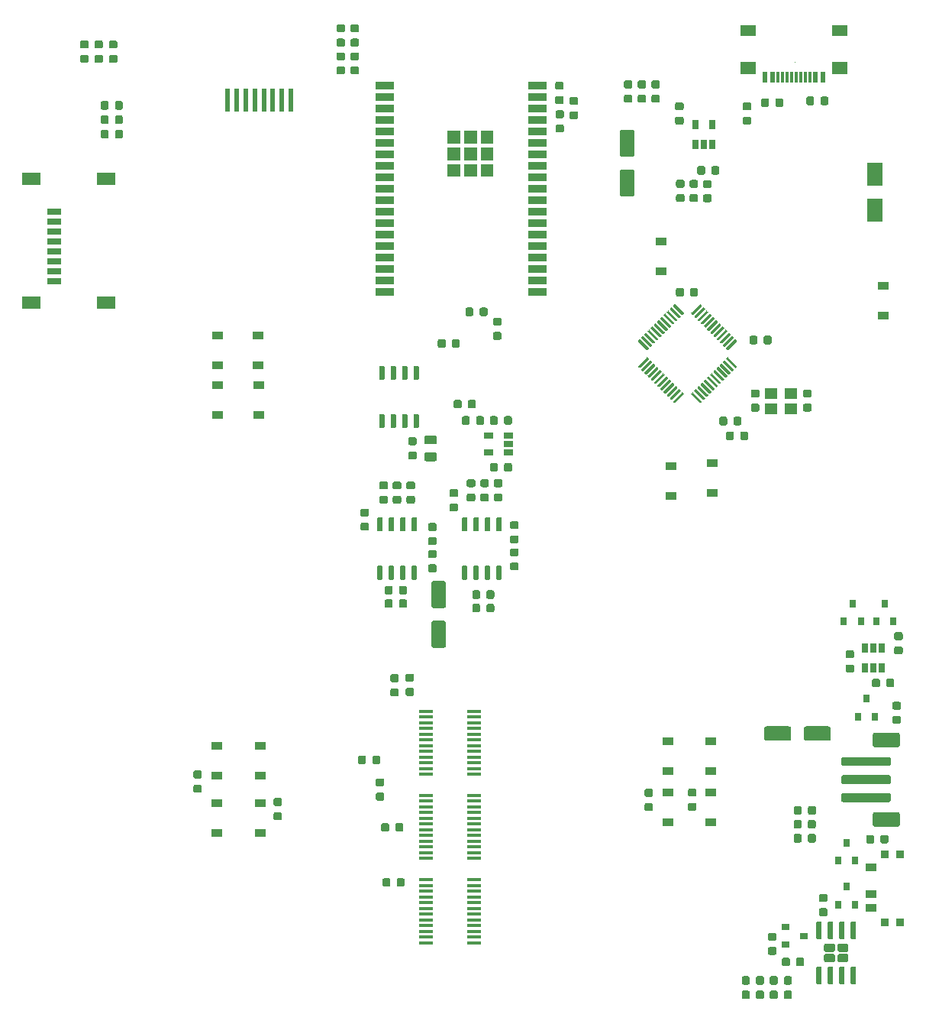
<source format=gbr>
G04 #@! TF.GenerationSoftware,KiCad,Pcbnew,(5.1.5)-3*
G04 #@! TF.CreationDate,2020-06-01T09:55:04+02:00*
G04 #@! TF.ProjectId,cz-badge-hardware,637a2d62-6164-4676-952d-686172647761,rev?*
G04 #@! TF.SameCoordinates,PX17d7840PY7735940*
G04 #@! TF.FileFunction,Paste,Bot*
G04 #@! TF.FilePolarity,Positive*
%FSLAX46Y46*%
G04 Gerber Fmt 4.6, Leading zero omitted, Abs format (unit mm)*
G04 Created by KiCad (PCBNEW (5.1.5)-3) date 2020-06-01 09:55:04*
%MOMM*%
%LPD*%
G04 APERTURE LIST*
%ADD10C,0.010000*%
%ADD11R,0.600000X2.500000*%
%ADD12C,0.100000*%
%ADD13R,1.060000X0.650000*%
%ADD14R,1.600000X0.410000*%
%ADD15R,1.200000X0.900000*%
%ADD16R,0.900000X0.900000*%
%ADD17R,2.000000X0.900000*%
%ADD18R,0.650000X1.060000*%
%ADD19R,0.800000X0.900000*%
%ADD20R,0.900000X0.800000*%
%ADD21R,1.800000X2.500000*%
%ADD22R,1.400000X1.200000*%
%ADD23R,1.500000X0.800000*%
%ADD24R,2.000000X1.450000*%
%ADD25R,0.600000X1.160000*%
%ADD26R,0.300000X1.160000*%
%ADD27R,1.800000X1.200000*%
%ADD28R,1.800000X1.450000*%
G04 APERTURE END LIST*
D10*
G36*
X49530000Y93590000D02*
G01*
X48200000Y93590000D01*
X48200000Y92260000D01*
X49530000Y92260000D01*
X49530000Y93590000D01*
G37*
X49530000Y93590000D02*
X48200000Y93590000D01*
X48200000Y92260000D01*
X49530000Y92260000D01*
X49530000Y93590000D01*
G36*
X51365000Y93590000D02*
G01*
X50035000Y93590000D01*
X50035000Y92260000D01*
X51365000Y92260000D01*
X51365000Y93590000D01*
G37*
X51365000Y93590000D02*
X50035000Y93590000D01*
X50035000Y92260000D01*
X51365000Y92260000D01*
X51365000Y93590000D01*
G36*
X53200000Y93590000D02*
G01*
X51870000Y93590000D01*
X51870000Y92260000D01*
X53200000Y92260000D01*
X53200000Y93590000D01*
G37*
X53200000Y93590000D02*
X51870000Y93590000D01*
X51870000Y92260000D01*
X53200000Y92260000D01*
X53200000Y93590000D01*
G36*
X53200000Y97260000D02*
G01*
X51870000Y97260000D01*
X51870000Y95930000D01*
X53200000Y95930000D01*
X53200000Y97260000D01*
G37*
X53200000Y97260000D02*
X51870000Y97260000D01*
X51870000Y95930000D01*
X53200000Y95930000D01*
X53200000Y97260000D01*
G36*
X51365000Y97260000D02*
G01*
X50035000Y97260000D01*
X50035000Y95930000D01*
X51365000Y95930000D01*
X51365000Y97260000D01*
G37*
X51365000Y97260000D02*
X50035000Y97260000D01*
X50035000Y95930000D01*
X51365000Y95930000D01*
X51365000Y97260000D01*
G36*
X49530000Y97260000D02*
G01*
X48200000Y97260000D01*
X48200000Y95930000D01*
X49530000Y95930000D01*
X49530000Y97260000D01*
G37*
X49530000Y97260000D02*
X48200000Y97260000D01*
X48200000Y95930000D01*
X49530000Y95930000D01*
X49530000Y97260000D01*
G36*
X49530000Y95425000D02*
G01*
X48200000Y95425000D01*
X48200000Y94095000D01*
X49530000Y94095000D01*
X49530000Y95425000D01*
G37*
X49530000Y95425000D02*
X48200000Y95425000D01*
X48200000Y94095000D01*
X49530000Y94095000D01*
X49530000Y95425000D01*
G36*
X53200000Y95425000D02*
G01*
X51870000Y95425000D01*
X51870000Y94095000D01*
X53200000Y94095000D01*
X53200000Y95425000D01*
G37*
X53200000Y95425000D02*
X51870000Y95425000D01*
X51870000Y94095000D01*
X53200000Y94095000D01*
X53200000Y95425000D01*
G36*
X51365000Y95425000D02*
G01*
X50035000Y95425000D01*
X50035000Y94095000D01*
X51365000Y94095000D01*
X51365000Y95425000D01*
G37*
X51365000Y95425000D02*
X50035000Y95425000D01*
X50035000Y94095000D01*
X51365000Y94095000D01*
X51365000Y95425000D01*
D11*
X24820000Y100700000D03*
X23820000Y100700000D03*
X25820000Y100700000D03*
X26820000Y100700000D03*
X27820000Y100700000D03*
X28820000Y100700000D03*
X29820000Y100700000D03*
X30820000Y100700000D03*
D12*
G36*
X38952691Y28073947D02*
G01*
X38973926Y28070797D01*
X38994750Y28065581D01*
X39014962Y28058349D01*
X39034368Y28049170D01*
X39052781Y28038134D01*
X39070024Y28025346D01*
X39085930Y28010930D01*
X39100346Y27995024D01*
X39113134Y27977781D01*
X39124170Y27959368D01*
X39133349Y27939962D01*
X39140581Y27919750D01*
X39145797Y27898926D01*
X39148947Y27877691D01*
X39150000Y27856250D01*
X39150000Y27343750D01*
X39148947Y27322309D01*
X39145797Y27301074D01*
X39140581Y27280250D01*
X39133349Y27260038D01*
X39124170Y27240632D01*
X39113134Y27222219D01*
X39100346Y27204976D01*
X39085930Y27189070D01*
X39070024Y27174654D01*
X39052781Y27161866D01*
X39034368Y27150830D01*
X39014962Y27141651D01*
X38994750Y27134419D01*
X38973926Y27129203D01*
X38952691Y27126053D01*
X38931250Y27125000D01*
X38493750Y27125000D01*
X38472309Y27126053D01*
X38451074Y27129203D01*
X38430250Y27134419D01*
X38410038Y27141651D01*
X38390632Y27150830D01*
X38372219Y27161866D01*
X38354976Y27174654D01*
X38339070Y27189070D01*
X38324654Y27204976D01*
X38311866Y27222219D01*
X38300830Y27240632D01*
X38291651Y27260038D01*
X38284419Y27280250D01*
X38279203Y27301074D01*
X38276053Y27322309D01*
X38275000Y27343750D01*
X38275000Y27856250D01*
X38276053Y27877691D01*
X38279203Y27898926D01*
X38284419Y27919750D01*
X38291651Y27939962D01*
X38300830Y27959368D01*
X38311866Y27977781D01*
X38324654Y27995024D01*
X38339070Y28010930D01*
X38354976Y28025346D01*
X38372219Y28038134D01*
X38390632Y28049170D01*
X38410038Y28058349D01*
X38430250Y28065581D01*
X38451074Y28070797D01*
X38472309Y28073947D01*
X38493750Y28075000D01*
X38931250Y28075000D01*
X38952691Y28073947D01*
G37*
G36*
X40527691Y28073947D02*
G01*
X40548926Y28070797D01*
X40569750Y28065581D01*
X40589962Y28058349D01*
X40609368Y28049170D01*
X40627781Y28038134D01*
X40645024Y28025346D01*
X40660930Y28010930D01*
X40675346Y27995024D01*
X40688134Y27977781D01*
X40699170Y27959368D01*
X40708349Y27939962D01*
X40715581Y27919750D01*
X40720797Y27898926D01*
X40723947Y27877691D01*
X40725000Y27856250D01*
X40725000Y27343750D01*
X40723947Y27322309D01*
X40720797Y27301074D01*
X40715581Y27280250D01*
X40708349Y27260038D01*
X40699170Y27240632D01*
X40688134Y27222219D01*
X40675346Y27204976D01*
X40660930Y27189070D01*
X40645024Y27174654D01*
X40627781Y27161866D01*
X40609368Y27150830D01*
X40589962Y27141651D01*
X40569750Y27134419D01*
X40548926Y27129203D01*
X40527691Y27126053D01*
X40506250Y27125000D01*
X40068750Y27125000D01*
X40047309Y27126053D01*
X40026074Y27129203D01*
X40005250Y27134419D01*
X39985038Y27141651D01*
X39965632Y27150830D01*
X39947219Y27161866D01*
X39929976Y27174654D01*
X39914070Y27189070D01*
X39899654Y27204976D01*
X39886866Y27222219D01*
X39875830Y27240632D01*
X39866651Y27260038D01*
X39859419Y27280250D01*
X39854203Y27301074D01*
X39851053Y27322309D01*
X39850000Y27343750D01*
X39850000Y27856250D01*
X39851053Y27877691D01*
X39854203Y27898926D01*
X39859419Y27919750D01*
X39866651Y27939962D01*
X39875830Y27959368D01*
X39886866Y27977781D01*
X39899654Y27995024D01*
X39914070Y28010930D01*
X39929976Y28025346D01*
X39947219Y28038134D01*
X39965632Y28049170D01*
X39985038Y28058349D01*
X40005250Y28065581D01*
X40026074Y28070797D01*
X40047309Y28073947D01*
X40068750Y28075000D01*
X40506250Y28075000D01*
X40527691Y28073947D01*
G37*
G36*
X41652691Y14473947D02*
G01*
X41673926Y14470797D01*
X41694750Y14465581D01*
X41714962Y14458349D01*
X41734368Y14449170D01*
X41752781Y14438134D01*
X41770024Y14425346D01*
X41785930Y14410930D01*
X41800346Y14395024D01*
X41813134Y14377781D01*
X41824170Y14359368D01*
X41833349Y14339962D01*
X41840581Y14319750D01*
X41845797Y14298926D01*
X41848947Y14277691D01*
X41850000Y14256250D01*
X41850000Y13743750D01*
X41848947Y13722309D01*
X41845797Y13701074D01*
X41840581Y13680250D01*
X41833349Y13660038D01*
X41824170Y13640632D01*
X41813134Y13622219D01*
X41800346Y13604976D01*
X41785930Y13589070D01*
X41770024Y13574654D01*
X41752781Y13561866D01*
X41734368Y13550830D01*
X41714962Y13541651D01*
X41694750Y13534419D01*
X41673926Y13529203D01*
X41652691Y13526053D01*
X41631250Y13525000D01*
X41193750Y13525000D01*
X41172309Y13526053D01*
X41151074Y13529203D01*
X41130250Y13534419D01*
X41110038Y13541651D01*
X41090632Y13550830D01*
X41072219Y13561866D01*
X41054976Y13574654D01*
X41039070Y13589070D01*
X41024654Y13604976D01*
X41011866Y13622219D01*
X41000830Y13640632D01*
X40991651Y13660038D01*
X40984419Y13680250D01*
X40979203Y13701074D01*
X40976053Y13722309D01*
X40975000Y13743750D01*
X40975000Y14256250D01*
X40976053Y14277691D01*
X40979203Y14298926D01*
X40984419Y14319750D01*
X40991651Y14339962D01*
X41000830Y14359368D01*
X41011866Y14377781D01*
X41024654Y14395024D01*
X41039070Y14410930D01*
X41054976Y14425346D01*
X41072219Y14438134D01*
X41090632Y14449170D01*
X41110038Y14458349D01*
X41130250Y14465581D01*
X41151074Y14470797D01*
X41172309Y14473947D01*
X41193750Y14475000D01*
X41631250Y14475000D01*
X41652691Y14473947D01*
G37*
G36*
X43227691Y14473947D02*
G01*
X43248926Y14470797D01*
X43269750Y14465581D01*
X43289962Y14458349D01*
X43309368Y14449170D01*
X43327781Y14438134D01*
X43345024Y14425346D01*
X43360930Y14410930D01*
X43375346Y14395024D01*
X43388134Y14377781D01*
X43399170Y14359368D01*
X43408349Y14339962D01*
X43415581Y14319750D01*
X43420797Y14298926D01*
X43423947Y14277691D01*
X43425000Y14256250D01*
X43425000Y13743750D01*
X43423947Y13722309D01*
X43420797Y13701074D01*
X43415581Y13680250D01*
X43408349Y13660038D01*
X43399170Y13640632D01*
X43388134Y13622219D01*
X43375346Y13604976D01*
X43360930Y13589070D01*
X43345024Y13574654D01*
X43327781Y13561866D01*
X43309368Y13550830D01*
X43289962Y13541651D01*
X43269750Y13534419D01*
X43248926Y13529203D01*
X43227691Y13526053D01*
X43206250Y13525000D01*
X42768750Y13525000D01*
X42747309Y13526053D01*
X42726074Y13529203D01*
X42705250Y13534419D01*
X42685038Y13541651D01*
X42665632Y13550830D01*
X42647219Y13561866D01*
X42629976Y13574654D01*
X42614070Y13589070D01*
X42599654Y13604976D01*
X42586866Y13622219D01*
X42575830Y13640632D01*
X42566651Y13660038D01*
X42559419Y13680250D01*
X42554203Y13701074D01*
X42551053Y13722309D01*
X42550000Y13743750D01*
X42550000Y14256250D01*
X42551053Y14277691D01*
X42554203Y14298926D01*
X42559419Y14319750D01*
X42566651Y14339962D01*
X42575830Y14359368D01*
X42586866Y14377781D01*
X42599654Y14395024D01*
X42614070Y14410930D01*
X42629976Y14425346D01*
X42647219Y14438134D01*
X42665632Y14449170D01*
X42685038Y14458349D01*
X42705250Y14465581D01*
X42726074Y14470797D01*
X42747309Y14473947D01*
X42768750Y14475000D01*
X43206250Y14475000D01*
X43227691Y14473947D01*
G37*
G36*
X44277691Y37123947D02*
G01*
X44298926Y37120797D01*
X44319750Y37115581D01*
X44339962Y37108349D01*
X44359368Y37099170D01*
X44377781Y37088134D01*
X44395024Y37075346D01*
X44410930Y37060930D01*
X44425346Y37045024D01*
X44438134Y37027781D01*
X44449170Y37009368D01*
X44458349Y36989962D01*
X44465581Y36969750D01*
X44470797Y36948926D01*
X44473947Y36927691D01*
X44475000Y36906250D01*
X44475000Y36468750D01*
X44473947Y36447309D01*
X44470797Y36426074D01*
X44465581Y36405250D01*
X44458349Y36385038D01*
X44449170Y36365632D01*
X44438134Y36347219D01*
X44425346Y36329976D01*
X44410930Y36314070D01*
X44395024Y36299654D01*
X44377781Y36286866D01*
X44359368Y36275830D01*
X44339962Y36266651D01*
X44319750Y36259419D01*
X44298926Y36254203D01*
X44277691Y36251053D01*
X44256250Y36250000D01*
X43743750Y36250000D01*
X43722309Y36251053D01*
X43701074Y36254203D01*
X43680250Y36259419D01*
X43660038Y36266651D01*
X43640632Y36275830D01*
X43622219Y36286866D01*
X43604976Y36299654D01*
X43589070Y36314070D01*
X43574654Y36329976D01*
X43561866Y36347219D01*
X43550830Y36365632D01*
X43541651Y36385038D01*
X43534419Y36405250D01*
X43529203Y36426074D01*
X43526053Y36447309D01*
X43525000Y36468750D01*
X43525000Y36906250D01*
X43526053Y36927691D01*
X43529203Y36948926D01*
X43534419Y36969750D01*
X43541651Y36989962D01*
X43550830Y37009368D01*
X43561866Y37027781D01*
X43574654Y37045024D01*
X43589070Y37060930D01*
X43604976Y37075346D01*
X43622219Y37088134D01*
X43640632Y37099170D01*
X43660038Y37108349D01*
X43680250Y37115581D01*
X43701074Y37120797D01*
X43722309Y37123947D01*
X43743750Y37125000D01*
X44256250Y37125000D01*
X44277691Y37123947D01*
G37*
G36*
X44277691Y35548947D02*
G01*
X44298926Y35545797D01*
X44319750Y35540581D01*
X44339962Y35533349D01*
X44359368Y35524170D01*
X44377781Y35513134D01*
X44395024Y35500346D01*
X44410930Y35485930D01*
X44425346Y35470024D01*
X44438134Y35452781D01*
X44449170Y35434368D01*
X44458349Y35414962D01*
X44465581Y35394750D01*
X44470797Y35373926D01*
X44473947Y35352691D01*
X44475000Y35331250D01*
X44475000Y34893750D01*
X44473947Y34872309D01*
X44470797Y34851074D01*
X44465581Y34830250D01*
X44458349Y34810038D01*
X44449170Y34790632D01*
X44438134Y34772219D01*
X44425346Y34754976D01*
X44410930Y34739070D01*
X44395024Y34724654D01*
X44377781Y34711866D01*
X44359368Y34700830D01*
X44339962Y34691651D01*
X44319750Y34684419D01*
X44298926Y34679203D01*
X44277691Y34676053D01*
X44256250Y34675000D01*
X43743750Y34675000D01*
X43722309Y34676053D01*
X43701074Y34679203D01*
X43680250Y34684419D01*
X43660038Y34691651D01*
X43640632Y34700830D01*
X43622219Y34711866D01*
X43604976Y34724654D01*
X43589070Y34739070D01*
X43574654Y34754976D01*
X43561866Y34772219D01*
X43550830Y34790632D01*
X43541651Y34810038D01*
X43534419Y34830250D01*
X43529203Y34851074D01*
X43526053Y34872309D01*
X43525000Y34893750D01*
X43525000Y35331250D01*
X43526053Y35352691D01*
X43529203Y35373926D01*
X43534419Y35394750D01*
X43541651Y35414962D01*
X43550830Y35434368D01*
X43561866Y35452781D01*
X43574654Y35470024D01*
X43589070Y35485930D01*
X43604976Y35500346D01*
X43622219Y35513134D01*
X43640632Y35524170D01*
X43660038Y35533349D01*
X43680250Y35540581D01*
X43701074Y35545797D01*
X43722309Y35548947D01*
X43743750Y35550000D01*
X44256250Y35550000D01*
X44277691Y35548947D01*
G37*
D13*
X52780000Y63530000D03*
X52780000Y61630000D03*
X54980000Y61630000D03*
X54980000Y62580000D03*
X54980000Y63530000D03*
D12*
G36*
X50452691Y65673947D02*
G01*
X50473926Y65670797D01*
X50494750Y65665581D01*
X50514962Y65658349D01*
X50534368Y65649170D01*
X50552781Y65638134D01*
X50570024Y65625346D01*
X50585930Y65610930D01*
X50600346Y65595024D01*
X50613134Y65577781D01*
X50624170Y65559368D01*
X50633349Y65539962D01*
X50640581Y65519750D01*
X50645797Y65498926D01*
X50648947Y65477691D01*
X50650000Y65456250D01*
X50650000Y64943750D01*
X50648947Y64922309D01*
X50645797Y64901074D01*
X50640581Y64880250D01*
X50633349Y64860038D01*
X50624170Y64840632D01*
X50613134Y64822219D01*
X50600346Y64804976D01*
X50585930Y64789070D01*
X50570024Y64774654D01*
X50552781Y64761866D01*
X50534368Y64750830D01*
X50514962Y64741651D01*
X50494750Y64734419D01*
X50473926Y64729203D01*
X50452691Y64726053D01*
X50431250Y64725000D01*
X49993750Y64725000D01*
X49972309Y64726053D01*
X49951074Y64729203D01*
X49930250Y64734419D01*
X49910038Y64741651D01*
X49890632Y64750830D01*
X49872219Y64761866D01*
X49854976Y64774654D01*
X49839070Y64789070D01*
X49824654Y64804976D01*
X49811866Y64822219D01*
X49800830Y64840632D01*
X49791651Y64860038D01*
X49784419Y64880250D01*
X49779203Y64901074D01*
X49776053Y64922309D01*
X49775000Y64943750D01*
X49775000Y65456250D01*
X49776053Y65477691D01*
X49779203Y65498926D01*
X49784419Y65519750D01*
X49791651Y65539962D01*
X49800830Y65559368D01*
X49811866Y65577781D01*
X49824654Y65595024D01*
X49839070Y65610930D01*
X49854976Y65625346D01*
X49872219Y65638134D01*
X49890632Y65649170D01*
X49910038Y65658349D01*
X49930250Y65665581D01*
X49951074Y65670797D01*
X49972309Y65673947D01*
X49993750Y65675000D01*
X50431250Y65675000D01*
X50452691Y65673947D01*
G37*
G36*
X52027691Y65673947D02*
G01*
X52048926Y65670797D01*
X52069750Y65665581D01*
X52089962Y65658349D01*
X52109368Y65649170D01*
X52127781Y65638134D01*
X52145024Y65625346D01*
X52160930Y65610930D01*
X52175346Y65595024D01*
X52188134Y65577781D01*
X52199170Y65559368D01*
X52208349Y65539962D01*
X52215581Y65519750D01*
X52220797Y65498926D01*
X52223947Y65477691D01*
X52225000Y65456250D01*
X52225000Y64943750D01*
X52223947Y64922309D01*
X52220797Y64901074D01*
X52215581Y64880250D01*
X52208349Y64860038D01*
X52199170Y64840632D01*
X52188134Y64822219D01*
X52175346Y64804976D01*
X52160930Y64789070D01*
X52145024Y64774654D01*
X52127781Y64761866D01*
X52109368Y64750830D01*
X52089962Y64741651D01*
X52069750Y64734419D01*
X52048926Y64729203D01*
X52027691Y64726053D01*
X52006250Y64725000D01*
X51568750Y64725000D01*
X51547309Y64726053D01*
X51526074Y64729203D01*
X51505250Y64734419D01*
X51485038Y64741651D01*
X51465632Y64750830D01*
X51447219Y64761866D01*
X51429976Y64774654D01*
X51414070Y64789070D01*
X51399654Y64804976D01*
X51386866Y64822219D01*
X51375830Y64840632D01*
X51366651Y64860038D01*
X51359419Y64880250D01*
X51354203Y64901074D01*
X51351053Y64922309D01*
X51350000Y64943750D01*
X51350000Y65456250D01*
X51351053Y65477691D01*
X51354203Y65498926D01*
X51359419Y65519750D01*
X51366651Y65539962D01*
X51375830Y65559368D01*
X51386866Y65577781D01*
X51399654Y65595024D01*
X51414070Y65610930D01*
X51429976Y65625346D01*
X51447219Y65638134D01*
X51465632Y65649170D01*
X51485038Y65658349D01*
X51505250Y65665581D01*
X51526074Y65670797D01*
X51547309Y65673947D01*
X51568750Y65675000D01*
X52006250Y65675000D01*
X52027691Y65673947D01*
G37*
G36*
X55127691Y65673947D02*
G01*
X55148926Y65670797D01*
X55169750Y65665581D01*
X55189962Y65658349D01*
X55209368Y65649170D01*
X55227781Y65638134D01*
X55245024Y65625346D01*
X55260930Y65610930D01*
X55275346Y65595024D01*
X55288134Y65577781D01*
X55299170Y65559368D01*
X55308349Y65539962D01*
X55315581Y65519750D01*
X55320797Y65498926D01*
X55323947Y65477691D01*
X55325000Y65456250D01*
X55325000Y64943750D01*
X55323947Y64922309D01*
X55320797Y64901074D01*
X55315581Y64880250D01*
X55308349Y64860038D01*
X55299170Y64840632D01*
X55288134Y64822219D01*
X55275346Y64804976D01*
X55260930Y64789070D01*
X55245024Y64774654D01*
X55227781Y64761866D01*
X55209368Y64750830D01*
X55189962Y64741651D01*
X55169750Y64734419D01*
X55148926Y64729203D01*
X55127691Y64726053D01*
X55106250Y64725000D01*
X54668750Y64725000D01*
X54647309Y64726053D01*
X54626074Y64729203D01*
X54605250Y64734419D01*
X54585038Y64741651D01*
X54565632Y64750830D01*
X54547219Y64761866D01*
X54529976Y64774654D01*
X54514070Y64789070D01*
X54499654Y64804976D01*
X54486866Y64822219D01*
X54475830Y64840632D01*
X54466651Y64860038D01*
X54459419Y64880250D01*
X54454203Y64901074D01*
X54451053Y64922309D01*
X54450000Y64943750D01*
X54450000Y65456250D01*
X54451053Y65477691D01*
X54454203Y65498926D01*
X54459419Y65519750D01*
X54466651Y65539962D01*
X54475830Y65559368D01*
X54486866Y65577781D01*
X54499654Y65595024D01*
X54514070Y65610930D01*
X54529976Y65625346D01*
X54547219Y65638134D01*
X54565632Y65649170D01*
X54585038Y65658349D01*
X54605250Y65665581D01*
X54626074Y65670797D01*
X54647309Y65673947D01*
X54668750Y65675000D01*
X55106250Y65675000D01*
X55127691Y65673947D01*
G37*
G36*
X53552691Y65673947D02*
G01*
X53573926Y65670797D01*
X53594750Y65665581D01*
X53614962Y65658349D01*
X53634368Y65649170D01*
X53652781Y65638134D01*
X53670024Y65625346D01*
X53685930Y65610930D01*
X53700346Y65595024D01*
X53713134Y65577781D01*
X53724170Y65559368D01*
X53733349Y65539962D01*
X53740581Y65519750D01*
X53745797Y65498926D01*
X53748947Y65477691D01*
X53750000Y65456250D01*
X53750000Y64943750D01*
X53748947Y64922309D01*
X53745797Y64901074D01*
X53740581Y64880250D01*
X53733349Y64860038D01*
X53724170Y64840632D01*
X53713134Y64822219D01*
X53700346Y64804976D01*
X53685930Y64789070D01*
X53670024Y64774654D01*
X53652781Y64761866D01*
X53634368Y64750830D01*
X53614962Y64741651D01*
X53594750Y64734419D01*
X53573926Y64729203D01*
X53552691Y64726053D01*
X53531250Y64725000D01*
X53093750Y64725000D01*
X53072309Y64726053D01*
X53051074Y64729203D01*
X53030250Y64734419D01*
X53010038Y64741651D01*
X52990632Y64750830D01*
X52972219Y64761866D01*
X52954976Y64774654D01*
X52939070Y64789070D01*
X52924654Y64804976D01*
X52911866Y64822219D01*
X52900830Y64840632D01*
X52891651Y64860038D01*
X52884419Y64880250D01*
X52879203Y64901074D01*
X52876053Y64922309D01*
X52875000Y64943750D01*
X52875000Y65456250D01*
X52876053Y65477691D01*
X52879203Y65498926D01*
X52884419Y65519750D01*
X52891651Y65539962D01*
X52900830Y65559368D01*
X52911866Y65577781D01*
X52924654Y65595024D01*
X52939070Y65610930D01*
X52954976Y65625346D01*
X52972219Y65638134D01*
X52990632Y65649170D01*
X53010038Y65658349D01*
X53030250Y65665581D01*
X53051074Y65670797D01*
X53072309Y65673947D01*
X53093750Y65675000D01*
X53531250Y65675000D01*
X53552691Y65673947D01*
G37*
G36*
X55140191Y60473947D02*
G01*
X55161426Y60470797D01*
X55182250Y60465581D01*
X55202462Y60458349D01*
X55221868Y60449170D01*
X55240281Y60438134D01*
X55257524Y60425346D01*
X55273430Y60410930D01*
X55287846Y60395024D01*
X55300634Y60377781D01*
X55311670Y60359368D01*
X55320849Y60339962D01*
X55328081Y60319750D01*
X55333297Y60298926D01*
X55336447Y60277691D01*
X55337500Y60256250D01*
X55337500Y59743750D01*
X55336447Y59722309D01*
X55333297Y59701074D01*
X55328081Y59680250D01*
X55320849Y59660038D01*
X55311670Y59640632D01*
X55300634Y59622219D01*
X55287846Y59604976D01*
X55273430Y59589070D01*
X55257524Y59574654D01*
X55240281Y59561866D01*
X55221868Y59550830D01*
X55202462Y59541651D01*
X55182250Y59534419D01*
X55161426Y59529203D01*
X55140191Y59526053D01*
X55118750Y59525000D01*
X54681250Y59525000D01*
X54659809Y59526053D01*
X54638574Y59529203D01*
X54617750Y59534419D01*
X54597538Y59541651D01*
X54578132Y59550830D01*
X54559719Y59561866D01*
X54542476Y59574654D01*
X54526570Y59589070D01*
X54512154Y59604976D01*
X54499366Y59622219D01*
X54488330Y59640632D01*
X54479151Y59660038D01*
X54471919Y59680250D01*
X54466703Y59701074D01*
X54463553Y59722309D01*
X54462500Y59743750D01*
X54462500Y60256250D01*
X54463553Y60277691D01*
X54466703Y60298926D01*
X54471919Y60319750D01*
X54479151Y60339962D01*
X54488330Y60359368D01*
X54499366Y60377781D01*
X54512154Y60395024D01*
X54526570Y60410930D01*
X54542476Y60425346D01*
X54559719Y60438134D01*
X54578132Y60449170D01*
X54597538Y60458349D01*
X54617750Y60465581D01*
X54638574Y60470797D01*
X54659809Y60473947D01*
X54681250Y60475000D01*
X55118750Y60475000D01*
X55140191Y60473947D01*
G37*
G36*
X53565191Y60473947D02*
G01*
X53586426Y60470797D01*
X53607250Y60465581D01*
X53627462Y60458349D01*
X53646868Y60449170D01*
X53665281Y60438134D01*
X53682524Y60425346D01*
X53698430Y60410930D01*
X53712846Y60395024D01*
X53725634Y60377781D01*
X53736670Y60359368D01*
X53745849Y60339962D01*
X53753081Y60319750D01*
X53758297Y60298926D01*
X53761447Y60277691D01*
X53762500Y60256250D01*
X53762500Y59743750D01*
X53761447Y59722309D01*
X53758297Y59701074D01*
X53753081Y59680250D01*
X53745849Y59660038D01*
X53736670Y59640632D01*
X53725634Y59622219D01*
X53712846Y59604976D01*
X53698430Y59589070D01*
X53682524Y59574654D01*
X53665281Y59561866D01*
X53646868Y59550830D01*
X53627462Y59541651D01*
X53607250Y59534419D01*
X53586426Y59529203D01*
X53565191Y59526053D01*
X53543750Y59525000D01*
X53106250Y59525000D01*
X53084809Y59526053D01*
X53063574Y59529203D01*
X53042750Y59534419D01*
X53022538Y59541651D01*
X53003132Y59550830D01*
X52984719Y59561866D01*
X52967476Y59574654D01*
X52951570Y59589070D01*
X52937154Y59604976D01*
X52924366Y59622219D01*
X52913330Y59640632D01*
X52904151Y59660038D01*
X52896919Y59680250D01*
X52891703Y59701074D01*
X52888553Y59722309D01*
X52887500Y59743750D01*
X52887500Y60256250D01*
X52888553Y60277691D01*
X52891703Y60298926D01*
X52896919Y60319750D01*
X52904151Y60339962D01*
X52913330Y60359368D01*
X52924366Y60377781D01*
X52937154Y60395024D01*
X52951570Y60410930D01*
X52967476Y60425346D01*
X52984719Y60438134D01*
X53003132Y60449170D01*
X53022538Y60458349D01*
X53042750Y60465581D01*
X53063574Y60470797D01*
X53084809Y60473947D01*
X53106250Y60475000D01*
X53543750Y60475000D01*
X53565191Y60473947D01*
G37*
G36*
X49552691Y67473947D02*
G01*
X49573926Y67470797D01*
X49594750Y67465581D01*
X49614962Y67458349D01*
X49634368Y67449170D01*
X49652781Y67438134D01*
X49670024Y67425346D01*
X49685930Y67410930D01*
X49700346Y67395024D01*
X49713134Y67377781D01*
X49724170Y67359368D01*
X49733349Y67339962D01*
X49740581Y67319750D01*
X49745797Y67298926D01*
X49748947Y67277691D01*
X49750000Y67256250D01*
X49750000Y66743750D01*
X49748947Y66722309D01*
X49745797Y66701074D01*
X49740581Y66680250D01*
X49733349Y66660038D01*
X49724170Y66640632D01*
X49713134Y66622219D01*
X49700346Y66604976D01*
X49685930Y66589070D01*
X49670024Y66574654D01*
X49652781Y66561866D01*
X49634368Y66550830D01*
X49614962Y66541651D01*
X49594750Y66534419D01*
X49573926Y66529203D01*
X49552691Y66526053D01*
X49531250Y66525000D01*
X49093750Y66525000D01*
X49072309Y66526053D01*
X49051074Y66529203D01*
X49030250Y66534419D01*
X49010038Y66541651D01*
X48990632Y66550830D01*
X48972219Y66561866D01*
X48954976Y66574654D01*
X48939070Y66589070D01*
X48924654Y66604976D01*
X48911866Y66622219D01*
X48900830Y66640632D01*
X48891651Y66660038D01*
X48884419Y66680250D01*
X48879203Y66701074D01*
X48876053Y66722309D01*
X48875000Y66743750D01*
X48875000Y67256250D01*
X48876053Y67277691D01*
X48879203Y67298926D01*
X48884419Y67319750D01*
X48891651Y67339962D01*
X48900830Y67359368D01*
X48911866Y67377781D01*
X48924654Y67395024D01*
X48939070Y67410930D01*
X48954976Y67425346D01*
X48972219Y67438134D01*
X48990632Y67449170D01*
X49010038Y67458349D01*
X49030250Y67465581D01*
X49051074Y67470797D01*
X49072309Y67473947D01*
X49093750Y67475000D01*
X49531250Y67475000D01*
X49552691Y67473947D01*
G37*
G36*
X51127691Y67473947D02*
G01*
X51148926Y67470797D01*
X51169750Y67465581D01*
X51189962Y67458349D01*
X51209368Y67449170D01*
X51227781Y67438134D01*
X51245024Y67425346D01*
X51260930Y67410930D01*
X51275346Y67395024D01*
X51288134Y67377781D01*
X51299170Y67359368D01*
X51308349Y67339962D01*
X51315581Y67319750D01*
X51320797Y67298926D01*
X51323947Y67277691D01*
X51325000Y67256250D01*
X51325000Y66743750D01*
X51323947Y66722309D01*
X51320797Y66701074D01*
X51315581Y66680250D01*
X51308349Y66660038D01*
X51299170Y66640632D01*
X51288134Y66622219D01*
X51275346Y66604976D01*
X51260930Y66589070D01*
X51245024Y66574654D01*
X51227781Y66561866D01*
X51209368Y66550830D01*
X51189962Y66541651D01*
X51169750Y66534419D01*
X51148926Y66529203D01*
X51127691Y66526053D01*
X51106250Y66525000D01*
X50668750Y66525000D01*
X50647309Y66526053D01*
X50626074Y66529203D01*
X50605250Y66534419D01*
X50585038Y66541651D01*
X50565632Y66550830D01*
X50547219Y66561866D01*
X50529976Y66574654D01*
X50514070Y66589070D01*
X50499654Y66604976D01*
X50486866Y66622219D01*
X50475830Y66640632D01*
X50466651Y66660038D01*
X50459419Y66680250D01*
X50454203Y66701074D01*
X50451053Y66722309D01*
X50450000Y66743750D01*
X50450000Y67256250D01*
X50451053Y67277691D01*
X50454203Y67298926D01*
X50459419Y67319750D01*
X50466651Y67339962D01*
X50475830Y67359368D01*
X50486866Y67377781D01*
X50499654Y67395024D01*
X50514070Y67410930D01*
X50529976Y67425346D01*
X50547219Y67438134D01*
X50565632Y67449170D01*
X50585038Y67458349D01*
X50605250Y67465581D01*
X50626074Y67470797D01*
X50647309Y67473947D01*
X50668750Y67475000D01*
X51106250Y67475000D01*
X51127691Y67473947D01*
G37*
D14*
X45795700Y32992500D03*
X45795700Y32357500D03*
X45795700Y31722500D03*
X45795700Y31087500D03*
X45795700Y27912500D03*
X45795700Y27277500D03*
X45795700Y26642500D03*
X45795700Y26007500D03*
X51104300Y26007500D03*
X51104300Y26642500D03*
X51104300Y27277500D03*
X51104300Y27912500D03*
X51104300Y31087500D03*
X51104300Y31722500D03*
X51104300Y32357500D03*
X51104300Y32992500D03*
X51104300Y30452500D03*
X51104300Y29817500D03*
X45795700Y29817500D03*
X45795700Y30452500D03*
X51104300Y29182500D03*
X51104300Y28547500D03*
X45795700Y29182500D03*
X45795700Y28547500D03*
X45795700Y23642500D03*
X45795700Y23007500D03*
X45795700Y22372500D03*
X45795700Y21737500D03*
X45795700Y18562500D03*
X45795700Y17927500D03*
X45795700Y17292500D03*
X45795700Y16657500D03*
X51104300Y16657500D03*
X51104300Y17292500D03*
X51104300Y17927500D03*
X51104300Y18562500D03*
X51104300Y21737500D03*
X51104300Y22372500D03*
X51104300Y23007500D03*
X51104300Y23642500D03*
X51104300Y21102500D03*
X51104300Y20467500D03*
X45795700Y20467500D03*
X45795700Y21102500D03*
X51104300Y19832500D03*
X51104300Y19197500D03*
X45795700Y19832500D03*
X45795700Y19197500D03*
X45795700Y14292500D03*
X45795700Y13657500D03*
X45795700Y13022500D03*
X45795700Y12387500D03*
X45795700Y9212500D03*
X45795700Y8577500D03*
X45795700Y7942500D03*
X45795700Y7307500D03*
X51104300Y7307500D03*
X51104300Y7942500D03*
X51104300Y8577500D03*
X51104300Y9212500D03*
X51104300Y12387500D03*
X51104300Y13022500D03*
X51104300Y13657500D03*
X51104300Y14292500D03*
X51104300Y11752500D03*
X51104300Y11117500D03*
X45795700Y11117500D03*
X45795700Y11752500D03*
X51104300Y10482500D03*
X51104300Y9847500D03*
X45795700Y10482500D03*
X45795700Y9847500D03*
D12*
G36*
X42587691Y37069947D02*
G01*
X42608926Y37066797D01*
X42629750Y37061581D01*
X42649962Y37054349D01*
X42669368Y37045170D01*
X42687781Y37034134D01*
X42705024Y37021346D01*
X42720930Y37006930D01*
X42735346Y36991024D01*
X42748134Y36973781D01*
X42759170Y36955368D01*
X42768349Y36935962D01*
X42775581Y36915750D01*
X42780797Y36894926D01*
X42783947Y36873691D01*
X42785000Y36852250D01*
X42785000Y36414750D01*
X42783947Y36393309D01*
X42780797Y36372074D01*
X42775581Y36351250D01*
X42768349Y36331038D01*
X42759170Y36311632D01*
X42748134Y36293219D01*
X42735346Y36275976D01*
X42720930Y36260070D01*
X42705024Y36245654D01*
X42687781Y36232866D01*
X42669368Y36221830D01*
X42649962Y36212651D01*
X42629750Y36205419D01*
X42608926Y36200203D01*
X42587691Y36197053D01*
X42566250Y36196000D01*
X42053750Y36196000D01*
X42032309Y36197053D01*
X42011074Y36200203D01*
X41990250Y36205419D01*
X41970038Y36212651D01*
X41950632Y36221830D01*
X41932219Y36232866D01*
X41914976Y36245654D01*
X41899070Y36260070D01*
X41884654Y36275976D01*
X41871866Y36293219D01*
X41860830Y36311632D01*
X41851651Y36331038D01*
X41844419Y36351250D01*
X41839203Y36372074D01*
X41836053Y36393309D01*
X41835000Y36414750D01*
X41835000Y36852250D01*
X41836053Y36873691D01*
X41839203Y36894926D01*
X41844419Y36915750D01*
X41851651Y36935962D01*
X41860830Y36955368D01*
X41871866Y36973781D01*
X41884654Y36991024D01*
X41899070Y37006930D01*
X41914976Y37021346D01*
X41932219Y37034134D01*
X41950632Y37045170D01*
X41970038Y37054349D01*
X41990250Y37061581D01*
X42011074Y37066797D01*
X42032309Y37069947D01*
X42053750Y37071000D01*
X42566250Y37071000D01*
X42587691Y37069947D01*
G37*
G36*
X42587691Y35494947D02*
G01*
X42608926Y35491797D01*
X42629750Y35486581D01*
X42649962Y35479349D01*
X42669368Y35470170D01*
X42687781Y35459134D01*
X42705024Y35446346D01*
X42720930Y35431930D01*
X42735346Y35416024D01*
X42748134Y35398781D01*
X42759170Y35380368D01*
X42768349Y35360962D01*
X42775581Y35340750D01*
X42780797Y35319926D01*
X42783947Y35298691D01*
X42785000Y35277250D01*
X42785000Y34839750D01*
X42783947Y34818309D01*
X42780797Y34797074D01*
X42775581Y34776250D01*
X42768349Y34756038D01*
X42759170Y34736632D01*
X42748134Y34718219D01*
X42735346Y34700976D01*
X42720930Y34685070D01*
X42705024Y34670654D01*
X42687781Y34657866D01*
X42669368Y34646830D01*
X42649962Y34637651D01*
X42629750Y34630419D01*
X42608926Y34625203D01*
X42587691Y34622053D01*
X42566250Y34621000D01*
X42053750Y34621000D01*
X42032309Y34622053D01*
X42011074Y34625203D01*
X41990250Y34630419D01*
X41970038Y34637651D01*
X41950632Y34646830D01*
X41932219Y34657866D01*
X41914976Y34670654D01*
X41899070Y34685070D01*
X41884654Y34700976D01*
X41871866Y34718219D01*
X41860830Y34736632D01*
X41851651Y34756038D01*
X41844419Y34776250D01*
X41839203Y34797074D01*
X41836053Y34818309D01*
X41835000Y34839750D01*
X41835000Y35277250D01*
X41836053Y35298691D01*
X41839203Y35319926D01*
X41844419Y35340750D01*
X41851651Y35360962D01*
X41860830Y35380368D01*
X41871866Y35398781D01*
X41884654Y35416024D01*
X41899070Y35431930D01*
X41914976Y35446346D01*
X41932219Y35459134D01*
X41950632Y35470170D01*
X41970038Y35479349D01*
X41990250Y35486581D01*
X42011074Y35491797D01*
X42032309Y35494947D01*
X42053750Y35496000D01*
X42566250Y35496000D01*
X42587691Y35494947D01*
G37*
G36*
X40977691Y25523947D02*
G01*
X40998926Y25520797D01*
X41019750Y25515581D01*
X41039962Y25508349D01*
X41059368Y25499170D01*
X41077781Y25488134D01*
X41095024Y25475346D01*
X41110930Y25460930D01*
X41125346Y25445024D01*
X41138134Y25427781D01*
X41149170Y25409368D01*
X41158349Y25389962D01*
X41165581Y25369750D01*
X41170797Y25348926D01*
X41173947Y25327691D01*
X41175000Y25306250D01*
X41175000Y24868750D01*
X41173947Y24847309D01*
X41170797Y24826074D01*
X41165581Y24805250D01*
X41158349Y24785038D01*
X41149170Y24765632D01*
X41138134Y24747219D01*
X41125346Y24729976D01*
X41110930Y24714070D01*
X41095024Y24699654D01*
X41077781Y24686866D01*
X41059368Y24675830D01*
X41039962Y24666651D01*
X41019750Y24659419D01*
X40998926Y24654203D01*
X40977691Y24651053D01*
X40956250Y24650000D01*
X40443750Y24650000D01*
X40422309Y24651053D01*
X40401074Y24654203D01*
X40380250Y24659419D01*
X40360038Y24666651D01*
X40340632Y24675830D01*
X40322219Y24686866D01*
X40304976Y24699654D01*
X40289070Y24714070D01*
X40274654Y24729976D01*
X40261866Y24747219D01*
X40250830Y24765632D01*
X40241651Y24785038D01*
X40234419Y24805250D01*
X40229203Y24826074D01*
X40226053Y24847309D01*
X40225000Y24868750D01*
X40225000Y25306250D01*
X40226053Y25327691D01*
X40229203Y25348926D01*
X40234419Y25369750D01*
X40241651Y25389962D01*
X40250830Y25409368D01*
X40261866Y25427781D01*
X40274654Y25445024D01*
X40289070Y25460930D01*
X40304976Y25475346D01*
X40322219Y25488134D01*
X40340632Y25499170D01*
X40360038Y25508349D01*
X40380250Y25515581D01*
X40401074Y25520797D01*
X40422309Y25523947D01*
X40443750Y25525000D01*
X40956250Y25525000D01*
X40977691Y25523947D01*
G37*
G36*
X40977691Y23948947D02*
G01*
X40998926Y23945797D01*
X41019750Y23940581D01*
X41039962Y23933349D01*
X41059368Y23924170D01*
X41077781Y23913134D01*
X41095024Y23900346D01*
X41110930Y23885930D01*
X41125346Y23870024D01*
X41138134Y23852781D01*
X41149170Y23834368D01*
X41158349Y23814962D01*
X41165581Y23794750D01*
X41170797Y23773926D01*
X41173947Y23752691D01*
X41175000Y23731250D01*
X41175000Y23293750D01*
X41173947Y23272309D01*
X41170797Y23251074D01*
X41165581Y23230250D01*
X41158349Y23210038D01*
X41149170Y23190632D01*
X41138134Y23172219D01*
X41125346Y23154976D01*
X41110930Y23139070D01*
X41095024Y23124654D01*
X41077781Y23111866D01*
X41059368Y23100830D01*
X41039962Y23091651D01*
X41019750Y23084419D01*
X40998926Y23079203D01*
X40977691Y23076053D01*
X40956250Y23075000D01*
X40443750Y23075000D01*
X40422309Y23076053D01*
X40401074Y23079203D01*
X40380250Y23084419D01*
X40360038Y23091651D01*
X40340632Y23100830D01*
X40322219Y23111866D01*
X40304976Y23124654D01*
X40289070Y23139070D01*
X40274654Y23154976D01*
X40261866Y23172219D01*
X40250830Y23190632D01*
X40241651Y23210038D01*
X40234419Y23230250D01*
X40229203Y23251074D01*
X40226053Y23272309D01*
X40225000Y23293750D01*
X40225000Y23731250D01*
X40226053Y23752691D01*
X40229203Y23773926D01*
X40234419Y23794750D01*
X40241651Y23814962D01*
X40250830Y23834368D01*
X40261866Y23852781D01*
X40274654Y23870024D01*
X40289070Y23885930D01*
X40304976Y23900346D01*
X40322219Y23913134D01*
X40340632Y23924170D01*
X40360038Y23933349D01*
X40380250Y23940581D01*
X40401074Y23945797D01*
X40422309Y23948947D01*
X40443750Y23950000D01*
X40956250Y23950000D01*
X40977691Y23948947D01*
G37*
G36*
X41508691Y20571947D02*
G01*
X41529926Y20568797D01*
X41550750Y20563581D01*
X41570962Y20556349D01*
X41590368Y20547170D01*
X41608781Y20536134D01*
X41626024Y20523346D01*
X41641930Y20508930D01*
X41656346Y20493024D01*
X41669134Y20475781D01*
X41680170Y20457368D01*
X41689349Y20437962D01*
X41696581Y20417750D01*
X41701797Y20396926D01*
X41704947Y20375691D01*
X41706000Y20354250D01*
X41706000Y19841750D01*
X41704947Y19820309D01*
X41701797Y19799074D01*
X41696581Y19778250D01*
X41689349Y19758038D01*
X41680170Y19738632D01*
X41669134Y19720219D01*
X41656346Y19702976D01*
X41641930Y19687070D01*
X41626024Y19672654D01*
X41608781Y19659866D01*
X41590368Y19648830D01*
X41570962Y19639651D01*
X41550750Y19632419D01*
X41529926Y19627203D01*
X41508691Y19624053D01*
X41487250Y19623000D01*
X41049750Y19623000D01*
X41028309Y19624053D01*
X41007074Y19627203D01*
X40986250Y19632419D01*
X40966038Y19639651D01*
X40946632Y19648830D01*
X40928219Y19659866D01*
X40910976Y19672654D01*
X40895070Y19687070D01*
X40880654Y19702976D01*
X40867866Y19720219D01*
X40856830Y19738632D01*
X40847651Y19758038D01*
X40840419Y19778250D01*
X40835203Y19799074D01*
X40832053Y19820309D01*
X40831000Y19841750D01*
X40831000Y20354250D01*
X40832053Y20375691D01*
X40835203Y20396926D01*
X40840419Y20417750D01*
X40847651Y20437962D01*
X40856830Y20457368D01*
X40867866Y20475781D01*
X40880654Y20493024D01*
X40895070Y20508930D01*
X40910976Y20523346D01*
X40928219Y20536134D01*
X40946632Y20547170D01*
X40966038Y20556349D01*
X40986250Y20563581D01*
X41007074Y20568797D01*
X41028309Y20571947D01*
X41049750Y20573000D01*
X41487250Y20573000D01*
X41508691Y20571947D01*
G37*
G36*
X43083691Y20571947D02*
G01*
X43104926Y20568797D01*
X43125750Y20563581D01*
X43145962Y20556349D01*
X43165368Y20547170D01*
X43183781Y20536134D01*
X43201024Y20523346D01*
X43216930Y20508930D01*
X43231346Y20493024D01*
X43244134Y20475781D01*
X43255170Y20457368D01*
X43264349Y20437962D01*
X43271581Y20417750D01*
X43276797Y20396926D01*
X43279947Y20375691D01*
X43281000Y20354250D01*
X43281000Y19841750D01*
X43279947Y19820309D01*
X43276797Y19799074D01*
X43271581Y19778250D01*
X43264349Y19758038D01*
X43255170Y19738632D01*
X43244134Y19720219D01*
X43231346Y19702976D01*
X43216930Y19687070D01*
X43201024Y19672654D01*
X43183781Y19659866D01*
X43165368Y19648830D01*
X43145962Y19639651D01*
X43125750Y19632419D01*
X43104926Y19627203D01*
X43083691Y19624053D01*
X43062250Y19623000D01*
X42624750Y19623000D01*
X42603309Y19624053D01*
X42582074Y19627203D01*
X42561250Y19632419D01*
X42541038Y19639651D01*
X42521632Y19648830D01*
X42503219Y19659866D01*
X42485976Y19672654D01*
X42470070Y19687070D01*
X42455654Y19702976D01*
X42442866Y19720219D01*
X42431830Y19738632D01*
X42422651Y19758038D01*
X42415419Y19778250D01*
X42410203Y19799074D01*
X42407053Y19820309D01*
X42406000Y19841750D01*
X42406000Y20354250D01*
X42407053Y20375691D01*
X42410203Y20396926D01*
X42415419Y20417750D01*
X42422651Y20437962D01*
X42431830Y20457368D01*
X42442866Y20475781D01*
X42455654Y20493024D01*
X42470070Y20508930D01*
X42485976Y20523346D01*
X42503219Y20536134D01*
X42521632Y20547170D01*
X42541038Y20556349D01*
X42561250Y20563581D01*
X42582074Y20568797D01*
X42603309Y20571947D01*
X42624750Y20573000D01*
X43062250Y20573000D01*
X43083691Y20571947D01*
G37*
G36*
X70019691Y102855947D02*
G01*
X70040926Y102852797D01*
X70061750Y102847581D01*
X70081962Y102840349D01*
X70101368Y102831170D01*
X70119781Y102820134D01*
X70137024Y102807346D01*
X70152930Y102792930D01*
X70167346Y102777024D01*
X70180134Y102759781D01*
X70191170Y102741368D01*
X70200349Y102721962D01*
X70207581Y102701750D01*
X70212797Y102680926D01*
X70215947Y102659691D01*
X70217000Y102638250D01*
X70217000Y102200750D01*
X70215947Y102179309D01*
X70212797Y102158074D01*
X70207581Y102137250D01*
X70200349Y102117038D01*
X70191170Y102097632D01*
X70180134Y102079219D01*
X70167346Y102061976D01*
X70152930Y102046070D01*
X70137024Y102031654D01*
X70119781Y102018866D01*
X70101368Y102007830D01*
X70081962Y101998651D01*
X70061750Y101991419D01*
X70040926Y101986203D01*
X70019691Y101983053D01*
X69998250Y101982000D01*
X69485750Y101982000D01*
X69464309Y101983053D01*
X69443074Y101986203D01*
X69422250Y101991419D01*
X69402038Y101998651D01*
X69382632Y102007830D01*
X69364219Y102018866D01*
X69346976Y102031654D01*
X69331070Y102046070D01*
X69316654Y102061976D01*
X69303866Y102079219D01*
X69292830Y102097632D01*
X69283651Y102117038D01*
X69276419Y102137250D01*
X69271203Y102158074D01*
X69268053Y102179309D01*
X69267000Y102200750D01*
X69267000Y102638250D01*
X69268053Y102659691D01*
X69271203Y102680926D01*
X69276419Y102701750D01*
X69283651Y102721962D01*
X69292830Y102741368D01*
X69303866Y102759781D01*
X69316654Y102777024D01*
X69331070Y102792930D01*
X69346976Y102807346D01*
X69364219Y102820134D01*
X69382632Y102831170D01*
X69402038Y102840349D01*
X69422250Y102847581D01*
X69443074Y102852797D01*
X69464309Y102855947D01*
X69485750Y102857000D01*
X69998250Y102857000D01*
X70019691Y102855947D01*
G37*
G36*
X70019691Y101280947D02*
G01*
X70040926Y101277797D01*
X70061750Y101272581D01*
X70081962Y101265349D01*
X70101368Y101256170D01*
X70119781Y101245134D01*
X70137024Y101232346D01*
X70152930Y101217930D01*
X70167346Y101202024D01*
X70180134Y101184781D01*
X70191170Y101166368D01*
X70200349Y101146962D01*
X70207581Y101126750D01*
X70212797Y101105926D01*
X70215947Y101084691D01*
X70217000Y101063250D01*
X70217000Y100625750D01*
X70215947Y100604309D01*
X70212797Y100583074D01*
X70207581Y100562250D01*
X70200349Y100542038D01*
X70191170Y100522632D01*
X70180134Y100504219D01*
X70167346Y100486976D01*
X70152930Y100471070D01*
X70137024Y100456654D01*
X70119781Y100443866D01*
X70101368Y100432830D01*
X70081962Y100423651D01*
X70061750Y100416419D01*
X70040926Y100411203D01*
X70019691Y100408053D01*
X69998250Y100407000D01*
X69485750Y100407000D01*
X69464309Y100408053D01*
X69443074Y100411203D01*
X69422250Y100416419D01*
X69402038Y100423651D01*
X69382632Y100432830D01*
X69364219Y100443866D01*
X69346976Y100456654D01*
X69331070Y100471070D01*
X69316654Y100486976D01*
X69303866Y100504219D01*
X69292830Y100522632D01*
X69283651Y100542038D01*
X69276419Y100562250D01*
X69271203Y100583074D01*
X69268053Y100604309D01*
X69267000Y100625750D01*
X69267000Y101063250D01*
X69268053Y101084691D01*
X69271203Y101105926D01*
X69276419Y101126750D01*
X69283651Y101146962D01*
X69292830Y101166368D01*
X69303866Y101184781D01*
X69316654Y101202024D01*
X69331070Y101217930D01*
X69346976Y101232346D01*
X69364219Y101245134D01*
X69382632Y101256170D01*
X69402038Y101265349D01*
X69422250Y101272581D01*
X69443074Y101277797D01*
X69464309Y101280947D01*
X69485750Y101282000D01*
X69998250Y101282000D01*
X70019691Y101280947D01*
G37*
G36*
X71543691Y101280947D02*
G01*
X71564926Y101277797D01*
X71585750Y101272581D01*
X71605962Y101265349D01*
X71625368Y101256170D01*
X71643781Y101245134D01*
X71661024Y101232346D01*
X71676930Y101217930D01*
X71691346Y101202024D01*
X71704134Y101184781D01*
X71715170Y101166368D01*
X71724349Y101146962D01*
X71731581Y101126750D01*
X71736797Y101105926D01*
X71739947Y101084691D01*
X71741000Y101063250D01*
X71741000Y100625750D01*
X71739947Y100604309D01*
X71736797Y100583074D01*
X71731581Y100562250D01*
X71724349Y100542038D01*
X71715170Y100522632D01*
X71704134Y100504219D01*
X71691346Y100486976D01*
X71676930Y100471070D01*
X71661024Y100456654D01*
X71643781Y100443866D01*
X71625368Y100432830D01*
X71605962Y100423651D01*
X71585750Y100416419D01*
X71564926Y100411203D01*
X71543691Y100408053D01*
X71522250Y100407000D01*
X71009750Y100407000D01*
X70988309Y100408053D01*
X70967074Y100411203D01*
X70946250Y100416419D01*
X70926038Y100423651D01*
X70906632Y100432830D01*
X70888219Y100443866D01*
X70870976Y100456654D01*
X70855070Y100471070D01*
X70840654Y100486976D01*
X70827866Y100504219D01*
X70816830Y100522632D01*
X70807651Y100542038D01*
X70800419Y100562250D01*
X70795203Y100583074D01*
X70792053Y100604309D01*
X70791000Y100625750D01*
X70791000Y101063250D01*
X70792053Y101084691D01*
X70795203Y101105926D01*
X70800419Y101126750D01*
X70807651Y101146962D01*
X70816830Y101166368D01*
X70827866Y101184781D01*
X70840654Y101202024D01*
X70855070Y101217930D01*
X70870976Y101232346D01*
X70888219Y101245134D01*
X70906632Y101256170D01*
X70926038Y101265349D01*
X70946250Y101272581D01*
X70967074Y101277797D01*
X70988309Y101280947D01*
X71009750Y101282000D01*
X71522250Y101282000D01*
X71543691Y101280947D01*
G37*
G36*
X71543691Y102855947D02*
G01*
X71564926Y102852797D01*
X71585750Y102847581D01*
X71605962Y102840349D01*
X71625368Y102831170D01*
X71643781Y102820134D01*
X71661024Y102807346D01*
X71676930Y102792930D01*
X71691346Y102777024D01*
X71704134Y102759781D01*
X71715170Y102741368D01*
X71724349Y102721962D01*
X71731581Y102701750D01*
X71736797Y102680926D01*
X71739947Y102659691D01*
X71741000Y102638250D01*
X71741000Y102200750D01*
X71739947Y102179309D01*
X71736797Y102158074D01*
X71731581Y102137250D01*
X71724349Y102117038D01*
X71715170Y102097632D01*
X71704134Y102079219D01*
X71691346Y102061976D01*
X71676930Y102046070D01*
X71661024Y102031654D01*
X71643781Y102018866D01*
X71625368Y102007830D01*
X71605962Y101998651D01*
X71585750Y101991419D01*
X71564926Y101986203D01*
X71543691Y101983053D01*
X71522250Y101982000D01*
X71009750Y101982000D01*
X70988309Y101983053D01*
X70967074Y101986203D01*
X70946250Y101991419D01*
X70926038Y101998651D01*
X70906632Y102007830D01*
X70888219Y102018866D01*
X70870976Y102031654D01*
X70855070Y102046070D01*
X70840654Y102061976D01*
X70827866Y102079219D01*
X70816830Y102097632D01*
X70807651Y102117038D01*
X70800419Y102137250D01*
X70795203Y102158074D01*
X70792053Y102179309D01*
X70791000Y102200750D01*
X70791000Y102638250D01*
X70792053Y102659691D01*
X70795203Y102680926D01*
X70800419Y102701750D01*
X70807651Y102721962D01*
X70816830Y102741368D01*
X70827866Y102759781D01*
X70840654Y102777024D01*
X70855070Y102792930D01*
X70870976Y102807346D01*
X70888219Y102820134D01*
X70906632Y102831170D01*
X70926038Y102840349D01*
X70946250Y102847581D01*
X70967074Y102852797D01*
X70988309Y102855947D01*
X71009750Y102857000D01*
X71522250Y102857000D01*
X71543691Y102855947D01*
G37*
G36*
X68495691Y101280947D02*
G01*
X68516926Y101277797D01*
X68537750Y101272581D01*
X68557962Y101265349D01*
X68577368Y101256170D01*
X68595781Y101245134D01*
X68613024Y101232346D01*
X68628930Y101217930D01*
X68643346Y101202024D01*
X68656134Y101184781D01*
X68667170Y101166368D01*
X68676349Y101146962D01*
X68683581Y101126750D01*
X68688797Y101105926D01*
X68691947Y101084691D01*
X68693000Y101063250D01*
X68693000Y100625750D01*
X68691947Y100604309D01*
X68688797Y100583074D01*
X68683581Y100562250D01*
X68676349Y100542038D01*
X68667170Y100522632D01*
X68656134Y100504219D01*
X68643346Y100486976D01*
X68628930Y100471070D01*
X68613024Y100456654D01*
X68595781Y100443866D01*
X68577368Y100432830D01*
X68557962Y100423651D01*
X68537750Y100416419D01*
X68516926Y100411203D01*
X68495691Y100408053D01*
X68474250Y100407000D01*
X67961750Y100407000D01*
X67940309Y100408053D01*
X67919074Y100411203D01*
X67898250Y100416419D01*
X67878038Y100423651D01*
X67858632Y100432830D01*
X67840219Y100443866D01*
X67822976Y100456654D01*
X67807070Y100471070D01*
X67792654Y100486976D01*
X67779866Y100504219D01*
X67768830Y100522632D01*
X67759651Y100542038D01*
X67752419Y100562250D01*
X67747203Y100583074D01*
X67744053Y100604309D01*
X67743000Y100625750D01*
X67743000Y101063250D01*
X67744053Y101084691D01*
X67747203Y101105926D01*
X67752419Y101126750D01*
X67759651Y101146962D01*
X67768830Y101166368D01*
X67779866Y101184781D01*
X67792654Y101202024D01*
X67807070Y101217930D01*
X67822976Y101232346D01*
X67840219Y101245134D01*
X67858632Y101256170D01*
X67878038Y101265349D01*
X67898250Y101272581D01*
X67919074Y101277797D01*
X67940309Y101280947D01*
X67961750Y101282000D01*
X68474250Y101282000D01*
X68495691Y101280947D01*
G37*
G36*
X68495691Y102855947D02*
G01*
X68516926Y102852797D01*
X68537750Y102847581D01*
X68557962Y102840349D01*
X68577368Y102831170D01*
X68595781Y102820134D01*
X68613024Y102807346D01*
X68628930Y102792930D01*
X68643346Y102777024D01*
X68656134Y102759781D01*
X68667170Y102741368D01*
X68676349Y102721962D01*
X68683581Y102701750D01*
X68688797Y102680926D01*
X68691947Y102659691D01*
X68693000Y102638250D01*
X68693000Y102200750D01*
X68691947Y102179309D01*
X68688797Y102158074D01*
X68683581Y102137250D01*
X68676349Y102117038D01*
X68667170Y102097632D01*
X68656134Y102079219D01*
X68643346Y102061976D01*
X68628930Y102046070D01*
X68613024Y102031654D01*
X68595781Y102018866D01*
X68577368Y102007830D01*
X68557962Y101998651D01*
X68537750Y101991419D01*
X68516926Y101986203D01*
X68495691Y101983053D01*
X68474250Y101982000D01*
X67961750Y101982000D01*
X67940309Y101983053D01*
X67919074Y101986203D01*
X67898250Y101991419D01*
X67878038Y101998651D01*
X67858632Y102007830D01*
X67840219Y102018866D01*
X67822976Y102031654D01*
X67807070Y102046070D01*
X67792654Y102061976D01*
X67779866Y102079219D01*
X67768830Y102097632D01*
X67759651Y102117038D01*
X67752419Y102137250D01*
X67747203Y102158074D01*
X67744053Y102179309D01*
X67743000Y102200750D01*
X67743000Y102638250D01*
X67744053Y102659691D01*
X67747203Y102680926D01*
X67752419Y102701750D01*
X67759651Y102721962D01*
X67768830Y102741368D01*
X67779866Y102759781D01*
X67792654Y102777024D01*
X67807070Y102792930D01*
X67822976Y102807346D01*
X67840219Y102820134D01*
X67858632Y102831170D01*
X67878038Y102840349D01*
X67898250Y102847581D01*
X67919074Y102852797D01*
X67940309Y102855947D01*
X67961750Y102857000D01*
X68474250Y102857000D01*
X68495691Y102855947D01*
G37*
D15*
X95200000Y15700000D03*
X95200000Y12700000D03*
X95200000Y11200000D03*
D16*
X96650000Y9600000D03*
X96650000Y17100000D03*
X98400000Y9600000D03*
X98400000Y17100000D03*
D12*
G36*
X98124504Y30598796D02*
G01*
X98148773Y30595196D01*
X98172571Y30589235D01*
X98195671Y30580970D01*
X98217849Y30570480D01*
X98238893Y30557867D01*
X98258598Y30543253D01*
X98276777Y30526777D01*
X98293253Y30508598D01*
X98307867Y30488893D01*
X98320480Y30467849D01*
X98330970Y30445671D01*
X98339235Y30422571D01*
X98345196Y30398773D01*
X98348796Y30374504D01*
X98350000Y30350000D01*
X98350000Y29250000D01*
X98348796Y29225496D01*
X98345196Y29201227D01*
X98339235Y29177429D01*
X98330970Y29154329D01*
X98320480Y29132151D01*
X98307867Y29111107D01*
X98293253Y29091402D01*
X98276777Y29073223D01*
X98258598Y29056747D01*
X98238893Y29042133D01*
X98217849Y29029520D01*
X98195671Y29019030D01*
X98172571Y29010765D01*
X98148773Y29004804D01*
X98124504Y29001204D01*
X98100000Y29000000D01*
X95600000Y29000000D01*
X95575496Y29001204D01*
X95551227Y29004804D01*
X95527429Y29010765D01*
X95504329Y29019030D01*
X95482151Y29029520D01*
X95461107Y29042133D01*
X95441402Y29056747D01*
X95423223Y29073223D01*
X95406747Y29091402D01*
X95392133Y29111107D01*
X95379520Y29132151D01*
X95369030Y29154329D01*
X95360765Y29177429D01*
X95354804Y29201227D01*
X95351204Y29225496D01*
X95350000Y29250000D01*
X95350000Y30350000D01*
X95351204Y30374504D01*
X95354804Y30398773D01*
X95360765Y30422571D01*
X95369030Y30445671D01*
X95379520Y30467849D01*
X95392133Y30488893D01*
X95406747Y30508598D01*
X95423223Y30526777D01*
X95441402Y30543253D01*
X95461107Y30557867D01*
X95482151Y30570480D01*
X95504329Y30580970D01*
X95527429Y30589235D01*
X95551227Y30595196D01*
X95575496Y30598796D01*
X95600000Y30600000D01*
X98100000Y30600000D01*
X98124504Y30598796D01*
G37*
G36*
X98124504Y21798796D02*
G01*
X98148773Y21795196D01*
X98172571Y21789235D01*
X98195671Y21780970D01*
X98217849Y21770480D01*
X98238893Y21757867D01*
X98258598Y21743253D01*
X98276777Y21726777D01*
X98293253Y21708598D01*
X98307867Y21688893D01*
X98320480Y21667849D01*
X98330970Y21645671D01*
X98339235Y21622571D01*
X98345196Y21598773D01*
X98348796Y21574504D01*
X98350000Y21550000D01*
X98350000Y20450000D01*
X98348796Y20425496D01*
X98345196Y20401227D01*
X98339235Y20377429D01*
X98330970Y20354329D01*
X98320480Y20332151D01*
X98307867Y20311107D01*
X98293253Y20291402D01*
X98276777Y20273223D01*
X98258598Y20256747D01*
X98238893Y20242133D01*
X98217849Y20229520D01*
X98195671Y20219030D01*
X98172571Y20210765D01*
X98148773Y20204804D01*
X98124504Y20201204D01*
X98100000Y20200000D01*
X95600000Y20200000D01*
X95575496Y20201204D01*
X95551227Y20204804D01*
X95527429Y20210765D01*
X95504329Y20219030D01*
X95482151Y20229520D01*
X95461107Y20242133D01*
X95441402Y20256747D01*
X95423223Y20273223D01*
X95406747Y20291402D01*
X95392133Y20311107D01*
X95379520Y20332151D01*
X95369030Y20354329D01*
X95360765Y20377429D01*
X95354804Y20401227D01*
X95351204Y20425496D01*
X95350000Y20450000D01*
X95350000Y21550000D01*
X95351204Y21574504D01*
X95354804Y21598773D01*
X95360765Y21622571D01*
X95369030Y21645671D01*
X95379520Y21667849D01*
X95392133Y21688893D01*
X95406747Y21708598D01*
X95423223Y21726777D01*
X95441402Y21743253D01*
X95461107Y21757867D01*
X95482151Y21770480D01*
X95504329Y21780970D01*
X95527429Y21789235D01*
X95551227Y21795196D01*
X95575496Y21798796D01*
X95600000Y21800000D01*
X98100000Y21800000D01*
X98124504Y21798796D01*
G37*
G36*
X97124504Y27898796D02*
G01*
X97148773Y27895196D01*
X97172571Y27889235D01*
X97195671Y27880970D01*
X97217849Y27870480D01*
X97238893Y27857867D01*
X97258598Y27843253D01*
X97276777Y27826777D01*
X97293253Y27808598D01*
X97307867Y27788893D01*
X97320480Y27767849D01*
X97330970Y27745671D01*
X97339235Y27722571D01*
X97345196Y27698773D01*
X97348796Y27674504D01*
X97350000Y27650000D01*
X97350000Y27150000D01*
X97348796Y27125496D01*
X97345196Y27101227D01*
X97339235Y27077429D01*
X97330970Y27054329D01*
X97320480Y27032151D01*
X97307867Y27011107D01*
X97293253Y26991402D01*
X97276777Y26973223D01*
X97258598Y26956747D01*
X97238893Y26942133D01*
X97217849Y26929520D01*
X97195671Y26919030D01*
X97172571Y26910765D01*
X97148773Y26904804D01*
X97124504Y26901204D01*
X97100000Y26900000D01*
X92100000Y26900000D01*
X92075496Y26901204D01*
X92051227Y26904804D01*
X92027429Y26910765D01*
X92004329Y26919030D01*
X91982151Y26929520D01*
X91961107Y26942133D01*
X91941402Y26956747D01*
X91923223Y26973223D01*
X91906747Y26991402D01*
X91892133Y27011107D01*
X91879520Y27032151D01*
X91869030Y27054329D01*
X91860765Y27077429D01*
X91854804Y27101227D01*
X91851204Y27125496D01*
X91850000Y27150000D01*
X91850000Y27650000D01*
X91851204Y27674504D01*
X91854804Y27698773D01*
X91860765Y27722571D01*
X91869030Y27745671D01*
X91879520Y27767849D01*
X91892133Y27788893D01*
X91906747Y27808598D01*
X91923223Y27826777D01*
X91941402Y27843253D01*
X91961107Y27857867D01*
X91982151Y27870480D01*
X92004329Y27880970D01*
X92027429Y27889235D01*
X92051227Y27895196D01*
X92075496Y27898796D01*
X92100000Y27900000D01*
X97100000Y27900000D01*
X97124504Y27898796D01*
G37*
G36*
X97124504Y25898796D02*
G01*
X97148773Y25895196D01*
X97172571Y25889235D01*
X97195671Y25880970D01*
X97217849Y25870480D01*
X97238893Y25857867D01*
X97258598Y25843253D01*
X97276777Y25826777D01*
X97293253Y25808598D01*
X97307867Y25788893D01*
X97320480Y25767849D01*
X97330970Y25745671D01*
X97339235Y25722571D01*
X97345196Y25698773D01*
X97348796Y25674504D01*
X97350000Y25650000D01*
X97350000Y25150000D01*
X97348796Y25125496D01*
X97345196Y25101227D01*
X97339235Y25077429D01*
X97330970Y25054329D01*
X97320480Y25032151D01*
X97307867Y25011107D01*
X97293253Y24991402D01*
X97276777Y24973223D01*
X97258598Y24956747D01*
X97238893Y24942133D01*
X97217849Y24929520D01*
X97195671Y24919030D01*
X97172571Y24910765D01*
X97148773Y24904804D01*
X97124504Y24901204D01*
X97100000Y24900000D01*
X92100000Y24900000D01*
X92075496Y24901204D01*
X92051227Y24904804D01*
X92027429Y24910765D01*
X92004329Y24919030D01*
X91982151Y24929520D01*
X91961107Y24942133D01*
X91941402Y24956747D01*
X91923223Y24973223D01*
X91906747Y24991402D01*
X91892133Y25011107D01*
X91879520Y25032151D01*
X91869030Y25054329D01*
X91860765Y25077429D01*
X91854804Y25101227D01*
X91851204Y25125496D01*
X91850000Y25150000D01*
X91850000Y25650000D01*
X91851204Y25674504D01*
X91854804Y25698773D01*
X91860765Y25722571D01*
X91869030Y25745671D01*
X91879520Y25767849D01*
X91892133Y25788893D01*
X91906747Y25808598D01*
X91923223Y25826777D01*
X91941402Y25843253D01*
X91961107Y25857867D01*
X91982151Y25870480D01*
X92004329Y25880970D01*
X92027429Y25889235D01*
X92051227Y25895196D01*
X92075496Y25898796D01*
X92100000Y25900000D01*
X97100000Y25900000D01*
X97124504Y25898796D01*
G37*
G36*
X97124504Y23898796D02*
G01*
X97148773Y23895196D01*
X97172571Y23889235D01*
X97195671Y23880970D01*
X97217849Y23870480D01*
X97238893Y23857867D01*
X97258598Y23843253D01*
X97276777Y23826777D01*
X97293253Y23808598D01*
X97307867Y23788893D01*
X97320480Y23767849D01*
X97330970Y23745671D01*
X97339235Y23722571D01*
X97345196Y23698773D01*
X97348796Y23674504D01*
X97350000Y23650000D01*
X97350000Y23150000D01*
X97348796Y23125496D01*
X97345196Y23101227D01*
X97339235Y23077429D01*
X97330970Y23054329D01*
X97320480Y23032151D01*
X97307867Y23011107D01*
X97293253Y22991402D01*
X97276777Y22973223D01*
X97258598Y22956747D01*
X97238893Y22942133D01*
X97217849Y22929520D01*
X97195671Y22919030D01*
X97172571Y22910765D01*
X97148773Y22904804D01*
X97124504Y22901204D01*
X97100000Y22900000D01*
X92100000Y22900000D01*
X92075496Y22901204D01*
X92051227Y22904804D01*
X92027429Y22910765D01*
X92004329Y22919030D01*
X91982151Y22929520D01*
X91961107Y22942133D01*
X91941402Y22956747D01*
X91923223Y22973223D01*
X91906747Y22991402D01*
X91892133Y23011107D01*
X91879520Y23032151D01*
X91869030Y23054329D01*
X91860765Y23077429D01*
X91854804Y23101227D01*
X91851204Y23125496D01*
X91850000Y23150000D01*
X91850000Y23650000D01*
X91851204Y23674504D01*
X91854804Y23698773D01*
X91860765Y23722571D01*
X91869030Y23745671D01*
X91879520Y23767849D01*
X91892133Y23788893D01*
X91906747Y23808598D01*
X91923223Y23826777D01*
X91941402Y23843253D01*
X91961107Y23857867D01*
X91982151Y23870480D01*
X92004329Y23880970D01*
X92027429Y23889235D01*
X92051227Y23895196D01*
X92075496Y23898796D01*
X92100000Y23900000D01*
X97100000Y23900000D01*
X97124504Y23898796D01*
G37*
D17*
X41200000Y102260000D03*
X41200000Y100990000D03*
X41200000Y99720000D03*
X41200000Y98450000D03*
X41200000Y97180000D03*
X41200000Y95910000D03*
X41200000Y94640000D03*
X41200000Y93370000D03*
X41200000Y92100000D03*
X41200000Y90830000D03*
X41200000Y89560000D03*
X41200000Y88290000D03*
X41200000Y87020000D03*
X41200000Y85750000D03*
X41200000Y84480000D03*
X41200000Y83210000D03*
X41200000Y81940000D03*
X41200000Y80670000D03*
X41200000Y79400000D03*
X58200000Y79400000D03*
X58200000Y80670000D03*
X58200000Y81940000D03*
X58200000Y83210000D03*
X58200000Y84480000D03*
X58200000Y85750000D03*
X58200000Y87020000D03*
X58200000Y88290000D03*
X58200000Y89560000D03*
X58200000Y90830000D03*
X58200000Y92100000D03*
X58200000Y93370000D03*
X58200000Y94640000D03*
X58200000Y95910000D03*
X58200000Y97180000D03*
X58200000Y98450000D03*
X58200000Y99720000D03*
X58200000Y100990000D03*
X58200000Y102260000D03*
D12*
G36*
X47774504Y42998796D02*
G01*
X47798773Y42995196D01*
X47822571Y42989235D01*
X47845671Y42980970D01*
X47867849Y42970480D01*
X47888893Y42957867D01*
X47908598Y42943253D01*
X47926777Y42926777D01*
X47943253Y42908598D01*
X47957867Y42888893D01*
X47970480Y42867849D01*
X47980970Y42845671D01*
X47989235Y42822571D01*
X47995196Y42798773D01*
X47998796Y42774504D01*
X48000000Y42750000D01*
X48000000Y40250000D01*
X47998796Y40225496D01*
X47995196Y40201227D01*
X47989235Y40177429D01*
X47980970Y40154329D01*
X47970480Y40132151D01*
X47957867Y40111107D01*
X47943253Y40091402D01*
X47926777Y40073223D01*
X47908598Y40056747D01*
X47888893Y40042133D01*
X47867849Y40029520D01*
X47845671Y40019030D01*
X47822571Y40010765D01*
X47798773Y40004804D01*
X47774504Y40001204D01*
X47750000Y40000000D01*
X46650000Y40000000D01*
X46625496Y40001204D01*
X46601227Y40004804D01*
X46577429Y40010765D01*
X46554329Y40019030D01*
X46532151Y40029520D01*
X46511107Y40042133D01*
X46491402Y40056747D01*
X46473223Y40073223D01*
X46456747Y40091402D01*
X46442133Y40111107D01*
X46429520Y40132151D01*
X46419030Y40154329D01*
X46410765Y40177429D01*
X46404804Y40201227D01*
X46401204Y40225496D01*
X46400000Y40250000D01*
X46400000Y42750000D01*
X46401204Y42774504D01*
X46404804Y42798773D01*
X46410765Y42822571D01*
X46419030Y42845671D01*
X46429520Y42867849D01*
X46442133Y42888893D01*
X46456747Y42908598D01*
X46473223Y42926777D01*
X46491402Y42943253D01*
X46511107Y42957867D01*
X46532151Y42970480D01*
X46554329Y42980970D01*
X46577429Y42989235D01*
X46601227Y42995196D01*
X46625496Y42998796D01*
X46650000Y43000000D01*
X47750000Y43000000D01*
X47774504Y42998796D01*
G37*
G36*
X47774504Y47398796D02*
G01*
X47798773Y47395196D01*
X47822571Y47389235D01*
X47845671Y47380970D01*
X47867849Y47370480D01*
X47888893Y47357867D01*
X47908598Y47343253D01*
X47926777Y47326777D01*
X47943253Y47308598D01*
X47957867Y47288893D01*
X47970480Y47267849D01*
X47980970Y47245671D01*
X47989235Y47222571D01*
X47995196Y47198773D01*
X47998796Y47174504D01*
X48000000Y47150000D01*
X48000000Y44650000D01*
X47998796Y44625496D01*
X47995196Y44601227D01*
X47989235Y44577429D01*
X47980970Y44554329D01*
X47970480Y44532151D01*
X47957867Y44511107D01*
X47943253Y44491402D01*
X47926777Y44473223D01*
X47908598Y44456747D01*
X47888893Y44442133D01*
X47867849Y44429520D01*
X47845671Y44419030D01*
X47822571Y44410765D01*
X47798773Y44404804D01*
X47774504Y44401204D01*
X47750000Y44400000D01*
X46650000Y44400000D01*
X46625496Y44401204D01*
X46601227Y44404804D01*
X46577429Y44410765D01*
X46554329Y44419030D01*
X46532151Y44429520D01*
X46511107Y44442133D01*
X46491402Y44456747D01*
X46473223Y44473223D01*
X46456747Y44491402D01*
X46442133Y44511107D01*
X46429520Y44532151D01*
X46419030Y44554329D01*
X46410765Y44577429D01*
X46404804Y44601227D01*
X46401204Y44625496D01*
X46400000Y44650000D01*
X46400000Y47150000D01*
X46401204Y47174504D01*
X46404804Y47198773D01*
X46410765Y47222571D01*
X46419030Y47245671D01*
X46429520Y47267849D01*
X46442133Y47288893D01*
X46456747Y47308598D01*
X46473223Y47326777D01*
X46491402Y47343253D01*
X46511107Y47357867D01*
X46532151Y47370480D01*
X46554329Y47380970D01*
X46577429Y47389235D01*
X46601227Y47395196D01*
X46625496Y47398796D01*
X46650000Y47400000D01*
X47750000Y47400000D01*
X47774504Y47398796D01*
G37*
G36*
X87265191Y22473947D02*
G01*
X87286426Y22470797D01*
X87307250Y22465581D01*
X87327462Y22458349D01*
X87346868Y22449170D01*
X87365281Y22438134D01*
X87382524Y22425346D01*
X87398430Y22410930D01*
X87412846Y22395024D01*
X87425634Y22377781D01*
X87436670Y22359368D01*
X87445849Y22339962D01*
X87453081Y22319750D01*
X87458297Y22298926D01*
X87461447Y22277691D01*
X87462500Y22256250D01*
X87462500Y21743750D01*
X87461447Y21722309D01*
X87458297Y21701074D01*
X87453081Y21680250D01*
X87445849Y21660038D01*
X87436670Y21640632D01*
X87425634Y21622219D01*
X87412846Y21604976D01*
X87398430Y21589070D01*
X87382524Y21574654D01*
X87365281Y21561866D01*
X87346868Y21550830D01*
X87327462Y21541651D01*
X87307250Y21534419D01*
X87286426Y21529203D01*
X87265191Y21526053D01*
X87243750Y21525000D01*
X86806250Y21525000D01*
X86784809Y21526053D01*
X86763574Y21529203D01*
X86742750Y21534419D01*
X86722538Y21541651D01*
X86703132Y21550830D01*
X86684719Y21561866D01*
X86667476Y21574654D01*
X86651570Y21589070D01*
X86637154Y21604976D01*
X86624366Y21622219D01*
X86613330Y21640632D01*
X86604151Y21660038D01*
X86596919Y21680250D01*
X86591703Y21701074D01*
X86588553Y21722309D01*
X86587500Y21743750D01*
X86587500Y22256250D01*
X86588553Y22277691D01*
X86591703Y22298926D01*
X86596919Y22319750D01*
X86604151Y22339962D01*
X86613330Y22359368D01*
X86624366Y22377781D01*
X86637154Y22395024D01*
X86651570Y22410930D01*
X86667476Y22425346D01*
X86684719Y22438134D01*
X86703132Y22449170D01*
X86722538Y22458349D01*
X86742750Y22465581D01*
X86763574Y22470797D01*
X86784809Y22473947D01*
X86806250Y22475000D01*
X87243750Y22475000D01*
X87265191Y22473947D01*
G37*
G36*
X88840191Y22473947D02*
G01*
X88861426Y22470797D01*
X88882250Y22465581D01*
X88902462Y22458349D01*
X88921868Y22449170D01*
X88940281Y22438134D01*
X88957524Y22425346D01*
X88973430Y22410930D01*
X88987846Y22395024D01*
X89000634Y22377781D01*
X89011670Y22359368D01*
X89020849Y22339962D01*
X89028081Y22319750D01*
X89033297Y22298926D01*
X89036447Y22277691D01*
X89037500Y22256250D01*
X89037500Y21743750D01*
X89036447Y21722309D01*
X89033297Y21701074D01*
X89028081Y21680250D01*
X89020849Y21660038D01*
X89011670Y21640632D01*
X89000634Y21622219D01*
X88987846Y21604976D01*
X88973430Y21589070D01*
X88957524Y21574654D01*
X88940281Y21561866D01*
X88921868Y21550830D01*
X88902462Y21541651D01*
X88882250Y21534419D01*
X88861426Y21529203D01*
X88840191Y21526053D01*
X88818750Y21525000D01*
X88381250Y21525000D01*
X88359809Y21526053D01*
X88338574Y21529203D01*
X88317750Y21534419D01*
X88297538Y21541651D01*
X88278132Y21550830D01*
X88259719Y21561866D01*
X88242476Y21574654D01*
X88226570Y21589070D01*
X88212154Y21604976D01*
X88199366Y21622219D01*
X88188330Y21640632D01*
X88179151Y21660038D01*
X88171919Y21680250D01*
X88166703Y21701074D01*
X88163553Y21722309D01*
X88162500Y21743750D01*
X88162500Y22256250D01*
X88163553Y22277691D01*
X88166703Y22298926D01*
X88171919Y22319750D01*
X88179151Y22339962D01*
X88188330Y22359368D01*
X88199366Y22377781D01*
X88212154Y22395024D01*
X88226570Y22410930D01*
X88242476Y22425346D01*
X88259719Y22438134D01*
X88278132Y22449170D01*
X88297538Y22458349D01*
X88317750Y22465581D01*
X88338574Y22470797D01*
X88359809Y22473947D01*
X88381250Y22475000D01*
X88818750Y22475000D01*
X88840191Y22473947D01*
G37*
G36*
X87252691Y19373947D02*
G01*
X87273926Y19370797D01*
X87294750Y19365581D01*
X87314962Y19358349D01*
X87334368Y19349170D01*
X87352781Y19338134D01*
X87370024Y19325346D01*
X87385930Y19310930D01*
X87400346Y19295024D01*
X87413134Y19277781D01*
X87424170Y19259368D01*
X87433349Y19239962D01*
X87440581Y19219750D01*
X87445797Y19198926D01*
X87448947Y19177691D01*
X87450000Y19156250D01*
X87450000Y18643750D01*
X87448947Y18622309D01*
X87445797Y18601074D01*
X87440581Y18580250D01*
X87433349Y18560038D01*
X87424170Y18540632D01*
X87413134Y18522219D01*
X87400346Y18504976D01*
X87385930Y18489070D01*
X87370024Y18474654D01*
X87352781Y18461866D01*
X87334368Y18450830D01*
X87314962Y18441651D01*
X87294750Y18434419D01*
X87273926Y18429203D01*
X87252691Y18426053D01*
X87231250Y18425000D01*
X86793750Y18425000D01*
X86772309Y18426053D01*
X86751074Y18429203D01*
X86730250Y18434419D01*
X86710038Y18441651D01*
X86690632Y18450830D01*
X86672219Y18461866D01*
X86654976Y18474654D01*
X86639070Y18489070D01*
X86624654Y18504976D01*
X86611866Y18522219D01*
X86600830Y18540632D01*
X86591651Y18560038D01*
X86584419Y18580250D01*
X86579203Y18601074D01*
X86576053Y18622309D01*
X86575000Y18643750D01*
X86575000Y19156250D01*
X86576053Y19177691D01*
X86579203Y19198926D01*
X86584419Y19219750D01*
X86591651Y19239962D01*
X86600830Y19259368D01*
X86611866Y19277781D01*
X86624654Y19295024D01*
X86639070Y19310930D01*
X86654976Y19325346D01*
X86672219Y19338134D01*
X86690632Y19349170D01*
X86710038Y19358349D01*
X86730250Y19365581D01*
X86751074Y19370797D01*
X86772309Y19373947D01*
X86793750Y19375000D01*
X87231250Y19375000D01*
X87252691Y19373947D01*
G37*
G36*
X88827691Y19373947D02*
G01*
X88848926Y19370797D01*
X88869750Y19365581D01*
X88889962Y19358349D01*
X88909368Y19349170D01*
X88927781Y19338134D01*
X88945024Y19325346D01*
X88960930Y19310930D01*
X88975346Y19295024D01*
X88988134Y19277781D01*
X88999170Y19259368D01*
X89008349Y19239962D01*
X89015581Y19219750D01*
X89020797Y19198926D01*
X89023947Y19177691D01*
X89025000Y19156250D01*
X89025000Y18643750D01*
X89023947Y18622309D01*
X89020797Y18601074D01*
X89015581Y18580250D01*
X89008349Y18560038D01*
X88999170Y18540632D01*
X88988134Y18522219D01*
X88975346Y18504976D01*
X88960930Y18489070D01*
X88945024Y18474654D01*
X88927781Y18461866D01*
X88909368Y18450830D01*
X88889962Y18441651D01*
X88869750Y18434419D01*
X88848926Y18429203D01*
X88827691Y18426053D01*
X88806250Y18425000D01*
X88368750Y18425000D01*
X88347309Y18426053D01*
X88326074Y18429203D01*
X88305250Y18434419D01*
X88285038Y18441651D01*
X88265632Y18450830D01*
X88247219Y18461866D01*
X88229976Y18474654D01*
X88214070Y18489070D01*
X88199654Y18504976D01*
X88186866Y18522219D01*
X88175830Y18540632D01*
X88166651Y18560038D01*
X88159419Y18580250D01*
X88154203Y18601074D01*
X88151053Y18622309D01*
X88150000Y18643750D01*
X88150000Y19156250D01*
X88151053Y19177691D01*
X88154203Y19198926D01*
X88159419Y19219750D01*
X88166651Y19239962D01*
X88175830Y19259368D01*
X88186866Y19277781D01*
X88199654Y19295024D01*
X88214070Y19310930D01*
X88229976Y19325346D01*
X88247219Y19338134D01*
X88265632Y19349170D01*
X88285038Y19358349D01*
X88305250Y19365581D01*
X88326074Y19370797D01*
X88347309Y19373947D01*
X88368750Y19375000D01*
X88806250Y19375000D01*
X88827691Y19373947D01*
G37*
G36*
X88827691Y20923947D02*
G01*
X88848926Y20920797D01*
X88869750Y20915581D01*
X88889962Y20908349D01*
X88909368Y20899170D01*
X88927781Y20888134D01*
X88945024Y20875346D01*
X88960930Y20860930D01*
X88975346Y20845024D01*
X88988134Y20827781D01*
X88999170Y20809368D01*
X89008349Y20789962D01*
X89015581Y20769750D01*
X89020797Y20748926D01*
X89023947Y20727691D01*
X89025000Y20706250D01*
X89025000Y20193750D01*
X89023947Y20172309D01*
X89020797Y20151074D01*
X89015581Y20130250D01*
X89008349Y20110038D01*
X88999170Y20090632D01*
X88988134Y20072219D01*
X88975346Y20054976D01*
X88960930Y20039070D01*
X88945024Y20024654D01*
X88927781Y20011866D01*
X88909368Y20000830D01*
X88889962Y19991651D01*
X88869750Y19984419D01*
X88848926Y19979203D01*
X88827691Y19976053D01*
X88806250Y19975000D01*
X88368750Y19975000D01*
X88347309Y19976053D01*
X88326074Y19979203D01*
X88305250Y19984419D01*
X88285038Y19991651D01*
X88265632Y20000830D01*
X88247219Y20011866D01*
X88229976Y20024654D01*
X88214070Y20039070D01*
X88199654Y20054976D01*
X88186866Y20072219D01*
X88175830Y20090632D01*
X88166651Y20110038D01*
X88159419Y20130250D01*
X88154203Y20151074D01*
X88151053Y20172309D01*
X88150000Y20193750D01*
X88150000Y20706250D01*
X88151053Y20727691D01*
X88154203Y20748926D01*
X88159419Y20769750D01*
X88166651Y20789962D01*
X88175830Y20809368D01*
X88186866Y20827781D01*
X88199654Y20845024D01*
X88214070Y20860930D01*
X88229976Y20875346D01*
X88247219Y20888134D01*
X88265632Y20899170D01*
X88285038Y20908349D01*
X88305250Y20915581D01*
X88326074Y20920797D01*
X88347309Y20923947D01*
X88368750Y20925000D01*
X88806250Y20925000D01*
X88827691Y20923947D01*
G37*
G36*
X87252691Y20923947D02*
G01*
X87273926Y20920797D01*
X87294750Y20915581D01*
X87314962Y20908349D01*
X87334368Y20899170D01*
X87352781Y20888134D01*
X87370024Y20875346D01*
X87385930Y20860930D01*
X87400346Y20845024D01*
X87413134Y20827781D01*
X87424170Y20809368D01*
X87433349Y20789962D01*
X87440581Y20769750D01*
X87445797Y20748926D01*
X87448947Y20727691D01*
X87450000Y20706250D01*
X87450000Y20193750D01*
X87448947Y20172309D01*
X87445797Y20151074D01*
X87440581Y20130250D01*
X87433349Y20110038D01*
X87424170Y20090632D01*
X87413134Y20072219D01*
X87400346Y20054976D01*
X87385930Y20039070D01*
X87370024Y20024654D01*
X87352781Y20011866D01*
X87334368Y20000830D01*
X87314962Y19991651D01*
X87294750Y19984419D01*
X87273926Y19979203D01*
X87252691Y19976053D01*
X87231250Y19975000D01*
X86793750Y19975000D01*
X86772309Y19976053D01*
X86751074Y19979203D01*
X86730250Y19984419D01*
X86710038Y19991651D01*
X86690632Y20000830D01*
X86672219Y20011866D01*
X86654976Y20024654D01*
X86639070Y20039070D01*
X86624654Y20054976D01*
X86611866Y20072219D01*
X86600830Y20090632D01*
X86591651Y20110038D01*
X86584419Y20130250D01*
X86579203Y20151074D01*
X86576053Y20172309D01*
X86575000Y20193750D01*
X86575000Y20706250D01*
X86576053Y20727691D01*
X86579203Y20748926D01*
X86584419Y20769750D01*
X86591651Y20789962D01*
X86600830Y20809368D01*
X86611866Y20827781D01*
X86624654Y20845024D01*
X86639070Y20860930D01*
X86654976Y20875346D01*
X86672219Y20888134D01*
X86690632Y20899170D01*
X86710038Y20908349D01*
X86730250Y20915581D01*
X86751074Y20920797D01*
X86772309Y20923947D01*
X86793750Y20925000D01*
X87231250Y20925000D01*
X87252691Y20923947D01*
G37*
G36*
X68674504Y92998796D02*
G01*
X68698773Y92995196D01*
X68722571Y92989235D01*
X68745671Y92980970D01*
X68767849Y92970480D01*
X68788893Y92957867D01*
X68808598Y92943253D01*
X68826777Y92926777D01*
X68843253Y92908598D01*
X68857867Y92888893D01*
X68870480Y92867849D01*
X68880970Y92845671D01*
X68889235Y92822571D01*
X68895196Y92798773D01*
X68898796Y92774504D01*
X68900000Y92750000D01*
X68900000Y90250000D01*
X68898796Y90225496D01*
X68895196Y90201227D01*
X68889235Y90177429D01*
X68880970Y90154329D01*
X68870480Y90132151D01*
X68857867Y90111107D01*
X68843253Y90091402D01*
X68826777Y90073223D01*
X68808598Y90056747D01*
X68788893Y90042133D01*
X68767849Y90029520D01*
X68745671Y90019030D01*
X68722571Y90010765D01*
X68698773Y90004804D01*
X68674504Y90001204D01*
X68650000Y90000000D01*
X67550000Y90000000D01*
X67525496Y90001204D01*
X67501227Y90004804D01*
X67477429Y90010765D01*
X67454329Y90019030D01*
X67432151Y90029520D01*
X67411107Y90042133D01*
X67391402Y90056747D01*
X67373223Y90073223D01*
X67356747Y90091402D01*
X67342133Y90111107D01*
X67329520Y90132151D01*
X67319030Y90154329D01*
X67310765Y90177429D01*
X67304804Y90201227D01*
X67301204Y90225496D01*
X67300000Y90250000D01*
X67300000Y92750000D01*
X67301204Y92774504D01*
X67304804Y92798773D01*
X67310765Y92822571D01*
X67319030Y92845671D01*
X67329520Y92867849D01*
X67342133Y92888893D01*
X67356747Y92908598D01*
X67373223Y92926777D01*
X67391402Y92943253D01*
X67411107Y92957867D01*
X67432151Y92970480D01*
X67454329Y92980970D01*
X67477429Y92989235D01*
X67501227Y92995196D01*
X67525496Y92998796D01*
X67550000Y93000000D01*
X68650000Y93000000D01*
X68674504Y92998796D01*
G37*
G36*
X68674504Y97398796D02*
G01*
X68698773Y97395196D01*
X68722571Y97389235D01*
X68745671Y97380970D01*
X68767849Y97370480D01*
X68788893Y97357867D01*
X68808598Y97343253D01*
X68826777Y97326777D01*
X68843253Y97308598D01*
X68857867Y97288893D01*
X68870480Y97267849D01*
X68880970Y97245671D01*
X68889235Y97222571D01*
X68895196Y97198773D01*
X68898796Y97174504D01*
X68900000Y97150000D01*
X68900000Y94650000D01*
X68898796Y94625496D01*
X68895196Y94601227D01*
X68889235Y94577429D01*
X68880970Y94554329D01*
X68870480Y94532151D01*
X68857867Y94511107D01*
X68843253Y94491402D01*
X68826777Y94473223D01*
X68808598Y94456747D01*
X68788893Y94442133D01*
X68767849Y94429520D01*
X68745671Y94419030D01*
X68722571Y94410765D01*
X68698773Y94404804D01*
X68674504Y94401204D01*
X68650000Y94400000D01*
X67550000Y94400000D01*
X67525496Y94401204D01*
X67501227Y94404804D01*
X67477429Y94410765D01*
X67454329Y94419030D01*
X67432151Y94429520D01*
X67411107Y94442133D01*
X67391402Y94456747D01*
X67373223Y94473223D01*
X67356747Y94491402D01*
X67342133Y94511107D01*
X67329520Y94532151D01*
X67319030Y94554329D01*
X67310765Y94577429D01*
X67304804Y94601227D01*
X67301204Y94625496D01*
X67300000Y94650000D01*
X67300000Y97150000D01*
X67301204Y97174504D01*
X67304804Y97198773D01*
X67310765Y97222571D01*
X67319030Y97245671D01*
X67329520Y97267849D01*
X67342133Y97288893D01*
X67356747Y97308598D01*
X67373223Y97326777D01*
X67391402Y97343253D01*
X67411107Y97357867D01*
X67432151Y97370480D01*
X67454329Y97380970D01*
X67477429Y97389235D01*
X67501227Y97395196D01*
X67525496Y97398796D01*
X67550000Y97400000D01*
X68650000Y97400000D01*
X68674504Y97398796D01*
G37*
G36*
X86074504Y31298796D02*
G01*
X86098773Y31295196D01*
X86122571Y31289235D01*
X86145671Y31280970D01*
X86167849Y31270480D01*
X86188893Y31257867D01*
X86208598Y31243253D01*
X86226777Y31226777D01*
X86243253Y31208598D01*
X86257867Y31188893D01*
X86270480Y31167849D01*
X86280970Y31145671D01*
X86289235Y31122571D01*
X86295196Y31098773D01*
X86298796Y31074504D01*
X86300000Y31050000D01*
X86300000Y29950000D01*
X86298796Y29925496D01*
X86295196Y29901227D01*
X86289235Y29877429D01*
X86280970Y29854329D01*
X86270480Y29832151D01*
X86257867Y29811107D01*
X86243253Y29791402D01*
X86226777Y29773223D01*
X86208598Y29756747D01*
X86188893Y29742133D01*
X86167849Y29729520D01*
X86145671Y29719030D01*
X86122571Y29710765D01*
X86098773Y29704804D01*
X86074504Y29701204D01*
X86050000Y29700000D01*
X83550000Y29700000D01*
X83525496Y29701204D01*
X83501227Y29704804D01*
X83477429Y29710765D01*
X83454329Y29719030D01*
X83432151Y29729520D01*
X83411107Y29742133D01*
X83391402Y29756747D01*
X83373223Y29773223D01*
X83356747Y29791402D01*
X83342133Y29811107D01*
X83329520Y29832151D01*
X83319030Y29854329D01*
X83310765Y29877429D01*
X83304804Y29901227D01*
X83301204Y29925496D01*
X83300000Y29950000D01*
X83300000Y31050000D01*
X83301204Y31074504D01*
X83304804Y31098773D01*
X83310765Y31122571D01*
X83319030Y31145671D01*
X83329520Y31167849D01*
X83342133Y31188893D01*
X83356747Y31208598D01*
X83373223Y31226777D01*
X83391402Y31243253D01*
X83411107Y31257867D01*
X83432151Y31270480D01*
X83454329Y31280970D01*
X83477429Y31289235D01*
X83501227Y31295196D01*
X83525496Y31298796D01*
X83550000Y31300000D01*
X86050000Y31300000D01*
X86074504Y31298796D01*
G37*
G36*
X90474504Y31298796D02*
G01*
X90498773Y31295196D01*
X90522571Y31289235D01*
X90545671Y31280970D01*
X90567849Y31270480D01*
X90588893Y31257867D01*
X90608598Y31243253D01*
X90626777Y31226777D01*
X90643253Y31208598D01*
X90657867Y31188893D01*
X90670480Y31167849D01*
X90680970Y31145671D01*
X90689235Y31122571D01*
X90695196Y31098773D01*
X90698796Y31074504D01*
X90700000Y31050000D01*
X90700000Y29950000D01*
X90698796Y29925496D01*
X90695196Y29901227D01*
X90689235Y29877429D01*
X90680970Y29854329D01*
X90670480Y29832151D01*
X90657867Y29811107D01*
X90643253Y29791402D01*
X90626777Y29773223D01*
X90608598Y29756747D01*
X90588893Y29742133D01*
X90567849Y29729520D01*
X90545671Y29719030D01*
X90522571Y29710765D01*
X90498773Y29704804D01*
X90474504Y29701204D01*
X90450000Y29700000D01*
X87950000Y29700000D01*
X87925496Y29701204D01*
X87901227Y29704804D01*
X87877429Y29710765D01*
X87854329Y29719030D01*
X87832151Y29729520D01*
X87811107Y29742133D01*
X87791402Y29756747D01*
X87773223Y29773223D01*
X87756747Y29791402D01*
X87742133Y29811107D01*
X87729520Y29832151D01*
X87719030Y29854329D01*
X87710765Y29877429D01*
X87704804Y29901227D01*
X87701204Y29925496D01*
X87700000Y29950000D01*
X87700000Y31050000D01*
X87701204Y31074504D01*
X87704804Y31098773D01*
X87710765Y31122571D01*
X87719030Y31145671D01*
X87729520Y31167849D01*
X87742133Y31188893D01*
X87756747Y31208598D01*
X87773223Y31226777D01*
X87791402Y31243253D01*
X87811107Y31257867D01*
X87832151Y31270480D01*
X87854329Y31280970D01*
X87877429Y31289235D01*
X87901227Y31295196D01*
X87925496Y31298796D01*
X87950000Y31300000D01*
X90450000Y31300000D01*
X90474504Y31298796D01*
G37*
D18*
X77550000Y98000000D03*
X75650000Y98000000D03*
X75650000Y95800000D03*
X76600000Y95800000D03*
X77550000Y95800000D03*
X95400000Y37800000D03*
X94450000Y37800000D03*
X96350000Y37800000D03*
X96350000Y40000000D03*
X95400000Y40000000D03*
X94450000Y40000000D03*
D12*
G36*
X89559703Y4699278D02*
G01*
X89574264Y4697118D01*
X89588543Y4693541D01*
X89602403Y4688582D01*
X89615710Y4682288D01*
X89628336Y4674720D01*
X89640159Y4665952D01*
X89651066Y4656066D01*
X89660952Y4645159D01*
X89669720Y4633336D01*
X89677288Y4620710D01*
X89683582Y4607403D01*
X89688541Y4593543D01*
X89692118Y4579264D01*
X89694278Y4564703D01*
X89695000Y4550000D01*
X89695000Y2900000D01*
X89694278Y2885297D01*
X89692118Y2870736D01*
X89688541Y2856457D01*
X89683582Y2842597D01*
X89677288Y2829290D01*
X89669720Y2816664D01*
X89660952Y2804841D01*
X89651066Y2793934D01*
X89640159Y2784048D01*
X89628336Y2775280D01*
X89615710Y2767712D01*
X89602403Y2761418D01*
X89588543Y2756459D01*
X89574264Y2752882D01*
X89559703Y2750722D01*
X89545000Y2750000D01*
X89245000Y2750000D01*
X89230297Y2750722D01*
X89215736Y2752882D01*
X89201457Y2756459D01*
X89187597Y2761418D01*
X89174290Y2767712D01*
X89161664Y2775280D01*
X89149841Y2784048D01*
X89138934Y2793934D01*
X89129048Y2804841D01*
X89120280Y2816664D01*
X89112712Y2829290D01*
X89106418Y2842597D01*
X89101459Y2856457D01*
X89097882Y2870736D01*
X89095722Y2885297D01*
X89095000Y2900000D01*
X89095000Y4550000D01*
X89095722Y4564703D01*
X89097882Y4579264D01*
X89101459Y4593543D01*
X89106418Y4607403D01*
X89112712Y4620710D01*
X89120280Y4633336D01*
X89129048Y4645159D01*
X89138934Y4656066D01*
X89149841Y4665952D01*
X89161664Y4674720D01*
X89174290Y4682288D01*
X89187597Y4688582D01*
X89201457Y4693541D01*
X89215736Y4697118D01*
X89230297Y4699278D01*
X89245000Y4700000D01*
X89545000Y4700000D01*
X89559703Y4699278D01*
G37*
G36*
X90829703Y4699278D02*
G01*
X90844264Y4697118D01*
X90858543Y4693541D01*
X90872403Y4688582D01*
X90885710Y4682288D01*
X90898336Y4674720D01*
X90910159Y4665952D01*
X90921066Y4656066D01*
X90930952Y4645159D01*
X90939720Y4633336D01*
X90947288Y4620710D01*
X90953582Y4607403D01*
X90958541Y4593543D01*
X90962118Y4579264D01*
X90964278Y4564703D01*
X90965000Y4550000D01*
X90965000Y2900000D01*
X90964278Y2885297D01*
X90962118Y2870736D01*
X90958541Y2856457D01*
X90953582Y2842597D01*
X90947288Y2829290D01*
X90939720Y2816664D01*
X90930952Y2804841D01*
X90921066Y2793934D01*
X90910159Y2784048D01*
X90898336Y2775280D01*
X90885710Y2767712D01*
X90872403Y2761418D01*
X90858543Y2756459D01*
X90844264Y2752882D01*
X90829703Y2750722D01*
X90815000Y2750000D01*
X90515000Y2750000D01*
X90500297Y2750722D01*
X90485736Y2752882D01*
X90471457Y2756459D01*
X90457597Y2761418D01*
X90444290Y2767712D01*
X90431664Y2775280D01*
X90419841Y2784048D01*
X90408934Y2793934D01*
X90399048Y2804841D01*
X90390280Y2816664D01*
X90382712Y2829290D01*
X90376418Y2842597D01*
X90371459Y2856457D01*
X90367882Y2870736D01*
X90365722Y2885297D01*
X90365000Y2900000D01*
X90365000Y4550000D01*
X90365722Y4564703D01*
X90367882Y4579264D01*
X90371459Y4593543D01*
X90376418Y4607403D01*
X90382712Y4620710D01*
X90390280Y4633336D01*
X90399048Y4645159D01*
X90408934Y4656066D01*
X90419841Y4665952D01*
X90431664Y4674720D01*
X90444290Y4682288D01*
X90457597Y4688582D01*
X90471457Y4693541D01*
X90485736Y4697118D01*
X90500297Y4699278D01*
X90515000Y4700000D01*
X90815000Y4700000D01*
X90829703Y4699278D01*
G37*
G36*
X92099703Y4699278D02*
G01*
X92114264Y4697118D01*
X92128543Y4693541D01*
X92142403Y4688582D01*
X92155710Y4682288D01*
X92168336Y4674720D01*
X92180159Y4665952D01*
X92191066Y4656066D01*
X92200952Y4645159D01*
X92209720Y4633336D01*
X92217288Y4620710D01*
X92223582Y4607403D01*
X92228541Y4593543D01*
X92232118Y4579264D01*
X92234278Y4564703D01*
X92235000Y4550000D01*
X92235000Y2900000D01*
X92234278Y2885297D01*
X92232118Y2870736D01*
X92228541Y2856457D01*
X92223582Y2842597D01*
X92217288Y2829290D01*
X92209720Y2816664D01*
X92200952Y2804841D01*
X92191066Y2793934D01*
X92180159Y2784048D01*
X92168336Y2775280D01*
X92155710Y2767712D01*
X92142403Y2761418D01*
X92128543Y2756459D01*
X92114264Y2752882D01*
X92099703Y2750722D01*
X92085000Y2750000D01*
X91785000Y2750000D01*
X91770297Y2750722D01*
X91755736Y2752882D01*
X91741457Y2756459D01*
X91727597Y2761418D01*
X91714290Y2767712D01*
X91701664Y2775280D01*
X91689841Y2784048D01*
X91678934Y2793934D01*
X91669048Y2804841D01*
X91660280Y2816664D01*
X91652712Y2829290D01*
X91646418Y2842597D01*
X91641459Y2856457D01*
X91637882Y2870736D01*
X91635722Y2885297D01*
X91635000Y2900000D01*
X91635000Y4550000D01*
X91635722Y4564703D01*
X91637882Y4579264D01*
X91641459Y4593543D01*
X91646418Y4607403D01*
X91652712Y4620710D01*
X91660280Y4633336D01*
X91669048Y4645159D01*
X91678934Y4656066D01*
X91689841Y4665952D01*
X91701664Y4674720D01*
X91714290Y4682288D01*
X91727597Y4688582D01*
X91741457Y4693541D01*
X91755736Y4697118D01*
X91770297Y4699278D01*
X91785000Y4700000D01*
X92085000Y4700000D01*
X92099703Y4699278D01*
G37*
G36*
X93369703Y4699278D02*
G01*
X93384264Y4697118D01*
X93398543Y4693541D01*
X93412403Y4688582D01*
X93425710Y4682288D01*
X93438336Y4674720D01*
X93450159Y4665952D01*
X93461066Y4656066D01*
X93470952Y4645159D01*
X93479720Y4633336D01*
X93487288Y4620710D01*
X93493582Y4607403D01*
X93498541Y4593543D01*
X93502118Y4579264D01*
X93504278Y4564703D01*
X93505000Y4550000D01*
X93505000Y2900000D01*
X93504278Y2885297D01*
X93502118Y2870736D01*
X93498541Y2856457D01*
X93493582Y2842597D01*
X93487288Y2829290D01*
X93479720Y2816664D01*
X93470952Y2804841D01*
X93461066Y2793934D01*
X93450159Y2784048D01*
X93438336Y2775280D01*
X93425710Y2767712D01*
X93412403Y2761418D01*
X93398543Y2756459D01*
X93384264Y2752882D01*
X93369703Y2750722D01*
X93355000Y2750000D01*
X93055000Y2750000D01*
X93040297Y2750722D01*
X93025736Y2752882D01*
X93011457Y2756459D01*
X92997597Y2761418D01*
X92984290Y2767712D01*
X92971664Y2775280D01*
X92959841Y2784048D01*
X92948934Y2793934D01*
X92939048Y2804841D01*
X92930280Y2816664D01*
X92922712Y2829290D01*
X92916418Y2842597D01*
X92911459Y2856457D01*
X92907882Y2870736D01*
X92905722Y2885297D01*
X92905000Y2900000D01*
X92905000Y4550000D01*
X92905722Y4564703D01*
X92907882Y4579264D01*
X92911459Y4593543D01*
X92916418Y4607403D01*
X92922712Y4620710D01*
X92930280Y4633336D01*
X92939048Y4645159D01*
X92948934Y4656066D01*
X92959841Y4665952D01*
X92971664Y4674720D01*
X92984290Y4682288D01*
X92997597Y4688582D01*
X93011457Y4693541D01*
X93025736Y4697118D01*
X93040297Y4699278D01*
X93055000Y4700000D01*
X93355000Y4700000D01*
X93369703Y4699278D01*
G37*
G36*
X93369703Y9649278D02*
G01*
X93384264Y9647118D01*
X93398543Y9643541D01*
X93412403Y9638582D01*
X93425710Y9632288D01*
X93438336Y9624720D01*
X93450159Y9615952D01*
X93461066Y9606066D01*
X93470952Y9595159D01*
X93479720Y9583336D01*
X93487288Y9570710D01*
X93493582Y9557403D01*
X93498541Y9543543D01*
X93502118Y9529264D01*
X93504278Y9514703D01*
X93505000Y9500000D01*
X93505000Y7850000D01*
X93504278Y7835297D01*
X93502118Y7820736D01*
X93498541Y7806457D01*
X93493582Y7792597D01*
X93487288Y7779290D01*
X93479720Y7766664D01*
X93470952Y7754841D01*
X93461066Y7743934D01*
X93450159Y7734048D01*
X93438336Y7725280D01*
X93425710Y7717712D01*
X93412403Y7711418D01*
X93398543Y7706459D01*
X93384264Y7702882D01*
X93369703Y7700722D01*
X93355000Y7700000D01*
X93055000Y7700000D01*
X93040297Y7700722D01*
X93025736Y7702882D01*
X93011457Y7706459D01*
X92997597Y7711418D01*
X92984290Y7717712D01*
X92971664Y7725280D01*
X92959841Y7734048D01*
X92948934Y7743934D01*
X92939048Y7754841D01*
X92930280Y7766664D01*
X92922712Y7779290D01*
X92916418Y7792597D01*
X92911459Y7806457D01*
X92907882Y7820736D01*
X92905722Y7835297D01*
X92905000Y7850000D01*
X92905000Y9500000D01*
X92905722Y9514703D01*
X92907882Y9529264D01*
X92911459Y9543543D01*
X92916418Y9557403D01*
X92922712Y9570710D01*
X92930280Y9583336D01*
X92939048Y9595159D01*
X92948934Y9606066D01*
X92959841Y9615952D01*
X92971664Y9624720D01*
X92984290Y9632288D01*
X92997597Y9638582D01*
X93011457Y9643541D01*
X93025736Y9647118D01*
X93040297Y9649278D01*
X93055000Y9650000D01*
X93355000Y9650000D01*
X93369703Y9649278D01*
G37*
G36*
X92099703Y9649278D02*
G01*
X92114264Y9647118D01*
X92128543Y9643541D01*
X92142403Y9638582D01*
X92155710Y9632288D01*
X92168336Y9624720D01*
X92180159Y9615952D01*
X92191066Y9606066D01*
X92200952Y9595159D01*
X92209720Y9583336D01*
X92217288Y9570710D01*
X92223582Y9557403D01*
X92228541Y9543543D01*
X92232118Y9529264D01*
X92234278Y9514703D01*
X92235000Y9500000D01*
X92235000Y7850000D01*
X92234278Y7835297D01*
X92232118Y7820736D01*
X92228541Y7806457D01*
X92223582Y7792597D01*
X92217288Y7779290D01*
X92209720Y7766664D01*
X92200952Y7754841D01*
X92191066Y7743934D01*
X92180159Y7734048D01*
X92168336Y7725280D01*
X92155710Y7717712D01*
X92142403Y7711418D01*
X92128543Y7706459D01*
X92114264Y7702882D01*
X92099703Y7700722D01*
X92085000Y7700000D01*
X91785000Y7700000D01*
X91770297Y7700722D01*
X91755736Y7702882D01*
X91741457Y7706459D01*
X91727597Y7711418D01*
X91714290Y7717712D01*
X91701664Y7725280D01*
X91689841Y7734048D01*
X91678934Y7743934D01*
X91669048Y7754841D01*
X91660280Y7766664D01*
X91652712Y7779290D01*
X91646418Y7792597D01*
X91641459Y7806457D01*
X91637882Y7820736D01*
X91635722Y7835297D01*
X91635000Y7850000D01*
X91635000Y9500000D01*
X91635722Y9514703D01*
X91637882Y9529264D01*
X91641459Y9543543D01*
X91646418Y9557403D01*
X91652712Y9570710D01*
X91660280Y9583336D01*
X91669048Y9595159D01*
X91678934Y9606066D01*
X91689841Y9615952D01*
X91701664Y9624720D01*
X91714290Y9632288D01*
X91727597Y9638582D01*
X91741457Y9643541D01*
X91755736Y9647118D01*
X91770297Y9649278D01*
X91785000Y9650000D01*
X92085000Y9650000D01*
X92099703Y9649278D01*
G37*
G36*
X90829703Y9649278D02*
G01*
X90844264Y9647118D01*
X90858543Y9643541D01*
X90872403Y9638582D01*
X90885710Y9632288D01*
X90898336Y9624720D01*
X90910159Y9615952D01*
X90921066Y9606066D01*
X90930952Y9595159D01*
X90939720Y9583336D01*
X90947288Y9570710D01*
X90953582Y9557403D01*
X90958541Y9543543D01*
X90962118Y9529264D01*
X90964278Y9514703D01*
X90965000Y9500000D01*
X90965000Y7850000D01*
X90964278Y7835297D01*
X90962118Y7820736D01*
X90958541Y7806457D01*
X90953582Y7792597D01*
X90947288Y7779290D01*
X90939720Y7766664D01*
X90930952Y7754841D01*
X90921066Y7743934D01*
X90910159Y7734048D01*
X90898336Y7725280D01*
X90885710Y7717712D01*
X90872403Y7711418D01*
X90858543Y7706459D01*
X90844264Y7702882D01*
X90829703Y7700722D01*
X90815000Y7700000D01*
X90515000Y7700000D01*
X90500297Y7700722D01*
X90485736Y7702882D01*
X90471457Y7706459D01*
X90457597Y7711418D01*
X90444290Y7717712D01*
X90431664Y7725280D01*
X90419841Y7734048D01*
X90408934Y7743934D01*
X90399048Y7754841D01*
X90390280Y7766664D01*
X90382712Y7779290D01*
X90376418Y7792597D01*
X90371459Y7806457D01*
X90367882Y7820736D01*
X90365722Y7835297D01*
X90365000Y7850000D01*
X90365000Y9500000D01*
X90365722Y9514703D01*
X90367882Y9529264D01*
X90371459Y9543543D01*
X90376418Y9557403D01*
X90382712Y9570710D01*
X90390280Y9583336D01*
X90399048Y9595159D01*
X90408934Y9606066D01*
X90419841Y9615952D01*
X90431664Y9624720D01*
X90444290Y9632288D01*
X90457597Y9638582D01*
X90471457Y9643541D01*
X90485736Y9647118D01*
X90500297Y9649278D01*
X90515000Y9650000D01*
X90815000Y9650000D01*
X90829703Y9649278D01*
G37*
G36*
X89559703Y9649278D02*
G01*
X89574264Y9647118D01*
X89588543Y9643541D01*
X89602403Y9638582D01*
X89615710Y9632288D01*
X89628336Y9624720D01*
X89640159Y9615952D01*
X89651066Y9606066D01*
X89660952Y9595159D01*
X89669720Y9583336D01*
X89677288Y9570710D01*
X89683582Y9557403D01*
X89688541Y9543543D01*
X89692118Y9529264D01*
X89694278Y9514703D01*
X89695000Y9500000D01*
X89695000Y7850000D01*
X89694278Y7835297D01*
X89692118Y7820736D01*
X89688541Y7806457D01*
X89683582Y7792597D01*
X89677288Y7779290D01*
X89669720Y7766664D01*
X89660952Y7754841D01*
X89651066Y7743934D01*
X89640159Y7734048D01*
X89628336Y7725280D01*
X89615710Y7717712D01*
X89602403Y7711418D01*
X89588543Y7706459D01*
X89574264Y7702882D01*
X89559703Y7700722D01*
X89545000Y7700000D01*
X89245000Y7700000D01*
X89230297Y7700722D01*
X89215736Y7702882D01*
X89201457Y7706459D01*
X89187597Y7711418D01*
X89174290Y7717712D01*
X89161664Y7725280D01*
X89149841Y7734048D01*
X89138934Y7743934D01*
X89129048Y7754841D01*
X89120280Y7766664D01*
X89112712Y7779290D01*
X89106418Y7792597D01*
X89101459Y7806457D01*
X89097882Y7820736D01*
X89095722Y7835297D01*
X89095000Y7850000D01*
X89095000Y9500000D01*
X89095722Y9514703D01*
X89097882Y9529264D01*
X89101459Y9543543D01*
X89106418Y9557403D01*
X89112712Y9570710D01*
X89120280Y9583336D01*
X89129048Y9595159D01*
X89138934Y9606066D01*
X89149841Y9615952D01*
X89161664Y9624720D01*
X89174290Y9632288D01*
X89187597Y9638582D01*
X89201457Y9643541D01*
X89215736Y9647118D01*
X89230297Y9649278D01*
X89245000Y9650000D01*
X89545000Y9650000D01*
X89559703Y9649278D01*
G37*
G36*
X92447544Y6088892D02*
G01*
X92469871Y6085581D01*
X92491765Y6080096D01*
X92513017Y6072492D01*
X92533421Y6062842D01*
X92552781Y6051238D01*
X92570910Y6037792D01*
X92587635Y6022635D01*
X92602792Y6005910D01*
X92616238Y5987781D01*
X92627842Y5968421D01*
X92637492Y5948017D01*
X92645096Y5926765D01*
X92650581Y5904871D01*
X92653892Y5882544D01*
X92655000Y5860000D01*
X92655000Y5400000D01*
X92653892Y5377456D01*
X92650581Y5355129D01*
X92645096Y5333235D01*
X92637492Y5311983D01*
X92627842Y5291579D01*
X92616238Y5272219D01*
X92602792Y5254090D01*
X92587635Y5237365D01*
X92570910Y5222208D01*
X92552781Y5208762D01*
X92533421Y5197158D01*
X92513017Y5187508D01*
X92491765Y5179904D01*
X92469871Y5174419D01*
X92447544Y5171108D01*
X92425000Y5170000D01*
X91675000Y5170000D01*
X91652456Y5171108D01*
X91630129Y5174419D01*
X91608235Y5179904D01*
X91586983Y5187508D01*
X91566579Y5197158D01*
X91547219Y5208762D01*
X91529090Y5222208D01*
X91512365Y5237365D01*
X91497208Y5254090D01*
X91483762Y5272219D01*
X91472158Y5291579D01*
X91462508Y5311983D01*
X91454904Y5333235D01*
X91449419Y5355129D01*
X91446108Y5377456D01*
X91445000Y5400000D01*
X91445000Y5860000D01*
X91446108Y5882544D01*
X91449419Y5904871D01*
X91454904Y5926765D01*
X91462508Y5948017D01*
X91472158Y5968421D01*
X91483762Y5987781D01*
X91497208Y6005910D01*
X91512365Y6022635D01*
X91529090Y6037792D01*
X91547219Y6051238D01*
X91566579Y6062842D01*
X91586983Y6072492D01*
X91608235Y6080096D01*
X91630129Y6085581D01*
X91652456Y6088892D01*
X91675000Y6090000D01*
X92425000Y6090000D01*
X92447544Y6088892D01*
G37*
G36*
X90947544Y6088892D02*
G01*
X90969871Y6085581D01*
X90991765Y6080096D01*
X91013017Y6072492D01*
X91033421Y6062842D01*
X91052781Y6051238D01*
X91070910Y6037792D01*
X91087635Y6022635D01*
X91102792Y6005910D01*
X91116238Y5987781D01*
X91127842Y5968421D01*
X91137492Y5948017D01*
X91145096Y5926765D01*
X91150581Y5904871D01*
X91153892Y5882544D01*
X91155000Y5860000D01*
X91155000Y5400000D01*
X91153892Y5377456D01*
X91150581Y5355129D01*
X91145096Y5333235D01*
X91137492Y5311983D01*
X91127842Y5291579D01*
X91116238Y5272219D01*
X91102792Y5254090D01*
X91087635Y5237365D01*
X91070910Y5222208D01*
X91052781Y5208762D01*
X91033421Y5197158D01*
X91013017Y5187508D01*
X90991765Y5179904D01*
X90969871Y5174419D01*
X90947544Y5171108D01*
X90925000Y5170000D01*
X90175000Y5170000D01*
X90152456Y5171108D01*
X90130129Y5174419D01*
X90108235Y5179904D01*
X90086983Y5187508D01*
X90066579Y5197158D01*
X90047219Y5208762D01*
X90029090Y5222208D01*
X90012365Y5237365D01*
X89997208Y5254090D01*
X89983762Y5272219D01*
X89972158Y5291579D01*
X89962508Y5311983D01*
X89954904Y5333235D01*
X89949419Y5355129D01*
X89946108Y5377456D01*
X89945000Y5400000D01*
X89945000Y5860000D01*
X89946108Y5882544D01*
X89949419Y5904871D01*
X89954904Y5926765D01*
X89962508Y5948017D01*
X89972158Y5968421D01*
X89983762Y5987781D01*
X89997208Y6005910D01*
X90012365Y6022635D01*
X90029090Y6037792D01*
X90047219Y6051238D01*
X90066579Y6062842D01*
X90086983Y6072492D01*
X90108235Y6080096D01*
X90130129Y6085581D01*
X90152456Y6088892D01*
X90175000Y6090000D01*
X90925000Y6090000D01*
X90947544Y6088892D01*
G37*
G36*
X92447544Y7228892D02*
G01*
X92469871Y7225581D01*
X92491765Y7220096D01*
X92513017Y7212492D01*
X92533421Y7202842D01*
X92552781Y7191238D01*
X92570910Y7177792D01*
X92587635Y7162635D01*
X92602792Y7145910D01*
X92616238Y7127781D01*
X92627842Y7108421D01*
X92637492Y7088017D01*
X92645096Y7066765D01*
X92650581Y7044871D01*
X92653892Y7022544D01*
X92655000Y7000000D01*
X92655000Y6540000D01*
X92653892Y6517456D01*
X92650581Y6495129D01*
X92645096Y6473235D01*
X92637492Y6451983D01*
X92627842Y6431579D01*
X92616238Y6412219D01*
X92602792Y6394090D01*
X92587635Y6377365D01*
X92570910Y6362208D01*
X92552781Y6348762D01*
X92533421Y6337158D01*
X92513017Y6327508D01*
X92491765Y6319904D01*
X92469871Y6314419D01*
X92447544Y6311108D01*
X92425000Y6310000D01*
X91675000Y6310000D01*
X91652456Y6311108D01*
X91630129Y6314419D01*
X91608235Y6319904D01*
X91586983Y6327508D01*
X91566579Y6337158D01*
X91547219Y6348762D01*
X91529090Y6362208D01*
X91512365Y6377365D01*
X91497208Y6394090D01*
X91483762Y6412219D01*
X91472158Y6431579D01*
X91462508Y6451983D01*
X91454904Y6473235D01*
X91449419Y6495129D01*
X91446108Y6517456D01*
X91445000Y6540000D01*
X91445000Y7000000D01*
X91446108Y7022544D01*
X91449419Y7044871D01*
X91454904Y7066765D01*
X91462508Y7088017D01*
X91472158Y7108421D01*
X91483762Y7127781D01*
X91497208Y7145910D01*
X91512365Y7162635D01*
X91529090Y7177792D01*
X91547219Y7191238D01*
X91566579Y7202842D01*
X91586983Y7212492D01*
X91608235Y7220096D01*
X91630129Y7225581D01*
X91652456Y7228892D01*
X91675000Y7230000D01*
X92425000Y7230000D01*
X92447544Y7228892D01*
G37*
G36*
X90947544Y7228892D02*
G01*
X90969871Y7225581D01*
X90991765Y7220096D01*
X91013017Y7212492D01*
X91033421Y7202842D01*
X91052781Y7191238D01*
X91070910Y7177792D01*
X91087635Y7162635D01*
X91102792Y7145910D01*
X91116238Y7127781D01*
X91127842Y7108421D01*
X91137492Y7088017D01*
X91145096Y7066765D01*
X91150581Y7044871D01*
X91153892Y7022544D01*
X91155000Y7000000D01*
X91155000Y6540000D01*
X91153892Y6517456D01*
X91150581Y6495129D01*
X91145096Y6473235D01*
X91137492Y6451983D01*
X91127842Y6431579D01*
X91116238Y6412219D01*
X91102792Y6394090D01*
X91087635Y6377365D01*
X91070910Y6362208D01*
X91052781Y6348762D01*
X91033421Y6337158D01*
X91013017Y6327508D01*
X90991765Y6319904D01*
X90969871Y6314419D01*
X90947544Y6311108D01*
X90925000Y6310000D01*
X90175000Y6310000D01*
X90152456Y6311108D01*
X90130129Y6314419D01*
X90108235Y6319904D01*
X90086983Y6327508D01*
X90066579Y6337158D01*
X90047219Y6348762D01*
X90029090Y6362208D01*
X90012365Y6377365D01*
X89997208Y6394090D01*
X89983762Y6412219D01*
X89972158Y6431579D01*
X89962508Y6451983D01*
X89954904Y6473235D01*
X89949419Y6495129D01*
X89946108Y6517456D01*
X89945000Y6540000D01*
X89945000Y7000000D01*
X89946108Y7022544D01*
X89949419Y7044871D01*
X89954904Y7066765D01*
X89962508Y7088017D01*
X89972158Y7108421D01*
X89983762Y7127781D01*
X89997208Y7145910D01*
X90012365Y7162635D01*
X90029090Y7177792D01*
X90047219Y7191238D01*
X90066579Y7202842D01*
X90086983Y7212492D01*
X90108235Y7220096D01*
X90130129Y7225581D01*
X90152456Y7228892D01*
X90175000Y7230000D01*
X90925000Y7230000D01*
X90947544Y7228892D01*
G37*
G36*
X98477691Y40148947D02*
G01*
X98498926Y40145797D01*
X98519750Y40140581D01*
X98539962Y40133349D01*
X98559368Y40124170D01*
X98577781Y40113134D01*
X98595024Y40100346D01*
X98610930Y40085930D01*
X98625346Y40070024D01*
X98638134Y40052781D01*
X98649170Y40034368D01*
X98658349Y40014962D01*
X98665581Y39994750D01*
X98670797Y39973926D01*
X98673947Y39952691D01*
X98675000Y39931250D01*
X98675000Y39493750D01*
X98673947Y39472309D01*
X98670797Y39451074D01*
X98665581Y39430250D01*
X98658349Y39410038D01*
X98649170Y39390632D01*
X98638134Y39372219D01*
X98625346Y39354976D01*
X98610930Y39339070D01*
X98595024Y39324654D01*
X98577781Y39311866D01*
X98559368Y39300830D01*
X98539962Y39291651D01*
X98519750Y39284419D01*
X98498926Y39279203D01*
X98477691Y39276053D01*
X98456250Y39275000D01*
X97943750Y39275000D01*
X97922309Y39276053D01*
X97901074Y39279203D01*
X97880250Y39284419D01*
X97860038Y39291651D01*
X97840632Y39300830D01*
X97822219Y39311866D01*
X97804976Y39324654D01*
X97789070Y39339070D01*
X97774654Y39354976D01*
X97761866Y39372219D01*
X97750830Y39390632D01*
X97741651Y39410038D01*
X97734419Y39430250D01*
X97729203Y39451074D01*
X97726053Y39472309D01*
X97725000Y39493750D01*
X97725000Y39931250D01*
X97726053Y39952691D01*
X97729203Y39973926D01*
X97734419Y39994750D01*
X97741651Y40014962D01*
X97750830Y40034368D01*
X97761866Y40052781D01*
X97774654Y40070024D01*
X97789070Y40085930D01*
X97804976Y40100346D01*
X97822219Y40113134D01*
X97840632Y40124170D01*
X97860038Y40133349D01*
X97880250Y40140581D01*
X97901074Y40145797D01*
X97922309Y40148947D01*
X97943750Y40150000D01*
X98456250Y40150000D01*
X98477691Y40148947D01*
G37*
G36*
X98477691Y41723947D02*
G01*
X98498926Y41720797D01*
X98519750Y41715581D01*
X98539962Y41708349D01*
X98559368Y41699170D01*
X98577781Y41688134D01*
X98595024Y41675346D01*
X98610930Y41660930D01*
X98625346Y41645024D01*
X98638134Y41627781D01*
X98649170Y41609368D01*
X98658349Y41589962D01*
X98665581Y41569750D01*
X98670797Y41548926D01*
X98673947Y41527691D01*
X98675000Y41506250D01*
X98675000Y41068750D01*
X98673947Y41047309D01*
X98670797Y41026074D01*
X98665581Y41005250D01*
X98658349Y40985038D01*
X98649170Y40965632D01*
X98638134Y40947219D01*
X98625346Y40929976D01*
X98610930Y40914070D01*
X98595024Y40899654D01*
X98577781Y40886866D01*
X98559368Y40875830D01*
X98539962Y40866651D01*
X98519750Y40859419D01*
X98498926Y40854203D01*
X98477691Y40851053D01*
X98456250Y40850000D01*
X97943750Y40850000D01*
X97922309Y40851053D01*
X97901074Y40854203D01*
X97880250Y40859419D01*
X97860038Y40866651D01*
X97840632Y40875830D01*
X97822219Y40886866D01*
X97804976Y40899654D01*
X97789070Y40914070D01*
X97774654Y40929976D01*
X97761866Y40947219D01*
X97750830Y40965632D01*
X97741651Y40985038D01*
X97734419Y41005250D01*
X97729203Y41026074D01*
X97726053Y41047309D01*
X97725000Y41068750D01*
X97725000Y41506250D01*
X97726053Y41527691D01*
X97729203Y41548926D01*
X97734419Y41569750D01*
X97741651Y41589962D01*
X97750830Y41609368D01*
X97761866Y41627781D01*
X97774654Y41645024D01*
X97789070Y41660930D01*
X97804976Y41675346D01*
X97822219Y41688134D01*
X97840632Y41699170D01*
X97860038Y41708349D01*
X97880250Y41715581D01*
X97901074Y41720797D01*
X97922309Y41723947D01*
X97943750Y41725000D01*
X98456250Y41725000D01*
X98477691Y41723947D01*
G37*
G36*
X97527691Y36573947D02*
G01*
X97548926Y36570797D01*
X97569750Y36565581D01*
X97589962Y36558349D01*
X97609368Y36549170D01*
X97627781Y36538134D01*
X97645024Y36525346D01*
X97660930Y36510930D01*
X97675346Y36495024D01*
X97688134Y36477781D01*
X97699170Y36459368D01*
X97708349Y36439962D01*
X97715581Y36419750D01*
X97720797Y36398926D01*
X97723947Y36377691D01*
X97725000Y36356250D01*
X97725000Y35843750D01*
X97723947Y35822309D01*
X97720797Y35801074D01*
X97715581Y35780250D01*
X97708349Y35760038D01*
X97699170Y35740632D01*
X97688134Y35722219D01*
X97675346Y35704976D01*
X97660930Y35689070D01*
X97645024Y35674654D01*
X97627781Y35661866D01*
X97609368Y35650830D01*
X97589962Y35641651D01*
X97569750Y35634419D01*
X97548926Y35629203D01*
X97527691Y35626053D01*
X97506250Y35625000D01*
X97068750Y35625000D01*
X97047309Y35626053D01*
X97026074Y35629203D01*
X97005250Y35634419D01*
X96985038Y35641651D01*
X96965632Y35650830D01*
X96947219Y35661866D01*
X96929976Y35674654D01*
X96914070Y35689070D01*
X96899654Y35704976D01*
X96886866Y35722219D01*
X96875830Y35740632D01*
X96866651Y35760038D01*
X96859419Y35780250D01*
X96854203Y35801074D01*
X96851053Y35822309D01*
X96850000Y35843750D01*
X96850000Y36356250D01*
X96851053Y36377691D01*
X96854203Y36398926D01*
X96859419Y36419750D01*
X96866651Y36439962D01*
X96875830Y36459368D01*
X96886866Y36477781D01*
X96899654Y36495024D01*
X96914070Y36510930D01*
X96929976Y36525346D01*
X96947219Y36538134D01*
X96965632Y36549170D01*
X96985038Y36558349D01*
X97005250Y36565581D01*
X97026074Y36570797D01*
X97047309Y36573947D01*
X97068750Y36575000D01*
X97506250Y36575000D01*
X97527691Y36573947D01*
G37*
G36*
X95952691Y36573947D02*
G01*
X95973926Y36570797D01*
X95994750Y36565581D01*
X96014962Y36558349D01*
X96034368Y36549170D01*
X96052781Y36538134D01*
X96070024Y36525346D01*
X96085930Y36510930D01*
X96100346Y36495024D01*
X96113134Y36477781D01*
X96124170Y36459368D01*
X96133349Y36439962D01*
X96140581Y36419750D01*
X96145797Y36398926D01*
X96148947Y36377691D01*
X96150000Y36356250D01*
X96150000Y35843750D01*
X96148947Y35822309D01*
X96145797Y35801074D01*
X96140581Y35780250D01*
X96133349Y35760038D01*
X96124170Y35740632D01*
X96113134Y35722219D01*
X96100346Y35704976D01*
X96085930Y35689070D01*
X96070024Y35674654D01*
X96052781Y35661866D01*
X96034368Y35650830D01*
X96014962Y35641651D01*
X95994750Y35634419D01*
X95973926Y35629203D01*
X95952691Y35626053D01*
X95931250Y35625000D01*
X95493750Y35625000D01*
X95472309Y35626053D01*
X95451074Y35629203D01*
X95430250Y35634419D01*
X95410038Y35641651D01*
X95390632Y35650830D01*
X95372219Y35661866D01*
X95354976Y35674654D01*
X95339070Y35689070D01*
X95324654Y35704976D01*
X95311866Y35722219D01*
X95300830Y35740632D01*
X95291651Y35760038D01*
X95284419Y35780250D01*
X95279203Y35801074D01*
X95276053Y35822309D01*
X95275000Y35843750D01*
X95275000Y36356250D01*
X95276053Y36377691D01*
X95279203Y36398926D01*
X95284419Y36419750D01*
X95291651Y36439962D01*
X95300830Y36459368D01*
X95311866Y36477781D01*
X95324654Y36495024D01*
X95339070Y36510930D01*
X95354976Y36525346D01*
X95372219Y36538134D01*
X95390632Y36549170D01*
X95410038Y36558349D01*
X95430250Y36565581D01*
X95451074Y36570797D01*
X95472309Y36573947D01*
X95493750Y36575000D01*
X95931250Y36575000D01*
X95952691Y36573947D01*
G37*
G36*
X98277691Y34023947D02*
G01*
X98298926Y34020797D01*
X98319750Y34015581D01*
X98339962Y34008349D01*
X98359368Y33999170D01*
X98377781Y33988134D01*
X98395024Y33975346D01*
X98410930Y33960930D01*
X98425346Y33945024D01*
X98438134Y33927781D01*
X98449170Y33909368D01*
X98458349Y33889962D01*
X98465581Y33869750D01*
X98470797Y33848926D01*
X98473947Y33827691D01*
X98475000Y33806250D01*
X98475000Y33368750D01*
X98473947Y33347309D01*
X98470797Y33326074D01*
X98465581Y33305250D01*
X98458349Y33285038D01*
X98449170Y33265632D01*
X98438134Y33247219D01*
X98425346Y33229976D01*
X98410930Y33214070D01*
X98395024Y33199654D01*
X98377781Y33186866D01*
X98359368Y33175830D01*
X98339962Y33166651D01*
X98319750Y33159419D01*
X98298926Y33154203D01*
X98277691Y33151053D01*
X98256250Y33150000D01*
X97743750Y33150000D01*
X97722309Y33151053D01*
X97701074Y33154203D01*
X97680250Y33159419D01*
X97660038Y33166651D01*
X97640632Y33175830D01*
X97622219Y33186866D01*
X97604976Y33199654D01*
X97589070Y33214070D01*
X97574654Y33229976D01*
X97561866Y33247219D01*
X97550830Y33265632D01*
X97541651Y33285038D01*
X97534419Y33305250D01*
X97529203Y33326074D01*
X97526053Y33347309D01*
X97525000Y33368750D01*
X97525000Y33806250D01*
X97526053Y33827691D01*
X97529203Y33848926D01*
X97534419Y33869750D01*
X97541651Y33889962D01*
X97550830Y33909368D01*
X97561866Y33927781D01*
X97574654Y33945024D01*
X97589070Y33960930D01*
X97604976Y33975346D01*
X97622219Y33988134D01*
X97640632Y33999170D01*
X97660038Y34008349D01*
X97680250Y34015581D01*
X97701074Y34020797D01*
X97722309Y34023947D01*
X97743750Y34025000D01*
X98256250Y34025000D01*
X98277691Y34023947D01*
G37*
G36*
X98277691Y32448947D02*
G01*
X98298926Y32445797D01*
X98319750Y32440581D01*
X98339962Y32433349D01*
X98359368Y32424170D01*
X98377781Y32413134D01*
X98395024Y32400346D01*
X98410930Y32385930D01*
X98425346Y32370024D01*
X98438134Y32352781D01*
X98449170Y32334368D01*
X98458349Y32314962D01*
X98465581Y32294750D01*
X98470797Y32273926D01*
X98473947Y32252691D01*
X98475000Y32231250D01*
X98475000Y31793750D01*
X98473947Y31772309D01*
X98470797Y31751074D01*
X98465581Y31730250D01*
X98458349Y31710038D01*
X98449170Y31690632D01*
X98438134Y31672219D01*
X98425346Y31654976D01*
X98410930Y31639070D01*
X98395024Y31624654D01*
X98377781Y31611866D01*
X98359368Y31600830D01*
X98339962Y31591651D01*
X98319750Y31584419D01*
X98298926Y31579203D01*
X98277691Y31576053D01*
X98256250Y31575000D01*
X97743750Y31575000D01*
X97722309Y31576053D01*
X97701074Y31579203D01*
X97680250Y31584419D01*
X97660038Y31591651D01*
X97640632Y31600830D01*
X97622219Y31611866D01*
X97604976Y31624654D01*
X97589070Y31639070D01*
X97574654Y31654976D01*
X97561866Y31672219D01*
X97550830Y31690632D01*
X97541651Y31710038D01*
X97534419Y31730250D01*
X97529203Y31751074D01*
X97526053Y31772309D01*
X97525000Y31793750D01*
X97525000Y32231250D01*
X97526053Y32252691D01*
X97529203Y32273926D01*
X97534419Y32294750D01*
X97541651Y32314962D01*
X97550830Y32334368D01*
X97561866Y32352781D01*
X97574654Y32370024D01*
X97589070Y32385930D01*
X97604976Y32400346D01*
X97622219Y32413134D01*
X97640632Y32424170D01*
X97660038Y32433349D01*
X97680250Y32440581D01*
X97701074Y32445797D01*
X97722309Y32448947D01*
X97743750Y32450000D01*
X98256250Y32450000D01*
X98277691Y32448947D01*
G37*
G36*
X96877691Y19273947D02*
G01*
X96898926Y19270797D01*
X96919750Y19265581D01*
X96939962Y19258349D01*
X96959368Y19249170D01*
X96977781Y19238134D01*
X96995024Y19225346D01*
X97010930Y19210930D01*
X97025346Y19195024D01*
X97038134Y19177781D01*
X97049170Y19159368D01*
X97058349Y19139962D01*
X97065581Y19119750D01*
X97070797Y19098926D01*
X97073947Y19077691D01*
X97075000Y19056250D01*
X97075000Y18543750D01*
X97073947Y18522309D01*
X97070797Y18501074D01*
X97065581Y18480250D01*
X97058349Y18460038D01*
X97049170Y18440632D01*
X97038134Y18422219D01*
X97025346Y18404976D01*
X97010930Y18389070D01*
X96995024Y18374654D01*
X96977781Y18361866D01*
X96959368Y18350830D01*
X96939962Y18341651D01*
X96919750Y18334419D01*
X96898926Y18329203D01*
X96877691Y18326053D01*
X96856250Y18325000D01*
X96418750Y18325000D01*
X96397309Y18326053D01*
X96376074Y18329203D01*
X96355250Y18334419D01*
X96335038Y18341651D01*
X96315632Y18350830D01*
X96297219Y18361866D01*
X96279976Y18374654D01*
X96264070Y18389070D01*
X96249654Y18404976D01*
X96236866Y18422219D01*
X96225830Y18440632D01*
X96216651Y18460038D01*
X96209419Y18480250D01*
X96204203Y18501074D01*
X96201053Y18522309D01*
X96200000Y18543750D01*
X96200000Y19056250D01*
X96201053Y19077691D01*
X96204203Y19098926D01*
X96209419Y19119750D01*
X96216651Y19139962D01*
X96225830Y19159368D01*
X96236866Y19177781D01*
X96249654Y19195024D01*
X96264070Y19210930D01*
X96279976Y19225346D01*
X96297219Y19238134D01*
X96315632Y19249170D01*
X96335038Y19258349D01*
X96355250Y19265581D01*
X96376074Y19270797D01*
X96397309Y19273947D01*
X96418750Y19275000D01*
X96856250Y19275000D01*
X96877691Y19273947D01*
G37*
G36*
X95302691Y19273947D02*
G01*
X95323926Y19270797D01*
X95344750Y19265581D01*
X95364962Y19258349D01*
X95384368Y19249170D01*
X95402781Y19238134D01*
X95420024Y19225346D01*
X95435930Y19210930D01*
X95450346Y19195024D01*
X95463134Y19177781D01*
X95474170Y19159368D01*
X95483349Y19139962D01*
X95490581Y19119750D01*
X95495797Y19098926D01*
X95498947Y19077691D01*
X95500000Y19056250D01*
X95500000Y18543750D01*
X95498947Y18522309D01*
X95495797Y18501074D01*
X95490581Y18480250D01*
X95483349Y18460038D01*
X95474170Y18440632D01*
X95463134Y18422219D01*
X95450346Y18404976D01*
X95435930Y18389070D01*
X95420024Y18374654D01*
X95402781Y18361866D01*
X95384368Y18350830D01*
X95364962Y18341651D01*
X95344750Y18334419D01*
X95323926Y18329203D01*
X95302691Y18326053D01*
X95281250Y18325000D01*
X94843750Y18325000D01*
X94822309Y18326053D01*
X94801074Y18329203D01*
X94780250Y18334419D01*
X94760038Y18341651D01*
X94740632Y18350830D01*
X94722219Y18361866D01*
X94704976Y18374654D01*
X94689070Y18389070D01*
X94674654Y18404976D01*
X94661866Y18422219D01*
X94650830Y18440632D01*
X94641651Y18460038D01*
X94634419Y18480250D01*
X94629203Y18501074D01*
X94626053Y18522309D01*
X94625000Y18543750D01*
X94625000Y19056250D01*
X94626053Y19077691D01*
X94629203Y19098926D01*
X94634419Y19119750D01*
X94641651Y19139962D01*
X94650830Y19159368D01*
X94661866Y19177781D01*
X94674654Y19195024D01*
X94689070Y19210930D01*
X94704976Y19225346D01*
X94722219Y19238134D01*
X94740632Y19249170D01*
X94760038Y19258349D01*
X94780250Y19265581D01*
X94801074Y19270797D01*
X94822309Y19273947D01*
X94843750Y19275000D01*
X95281250Y19275000D01*
X95302691Y19273947D01*
G37*
G36*
X90127691Y12723947D02*
G01*
X90148926Y12720797D01*
X90169750Y12715581D01*
X90189962Y12708349D01*
X90209368Y12699170D01*
X90227781Y12688134D01*
X90245024Y12675346D01*
X90260930Y12660930D01*
X90275346Y12645024D01*
X90288134Y12627781D01*
X90299170Y12609368D01*
X90308349Y12589962D01*
X90315581Y12569750D01*
X90320797Y12548926D01*
X90323947Y12527691D01*
X90325000Y12506250D01*
X90325000Y12068750D01*
X90323947Y12047309D01*
X90320797Y12026074D01*
X90315581Y12005250D01*
X90308349Y11985038D01*
X90299170Y11965632D01*
X90288134Y11947219D01*
X90275346Y11929976D01*
X90260930Y11914070D01*
X90245024Y11899654D01*
X90227781Y11886866D01*
X90209368Y11875830D01*
X90189962Y11866651D01*
X90169750Y11859419D01*
X90148926Y11854203D01*
X90127691Y11851053D01*
X90106250Y11850000D01*
X89593750Y11850000D01*
X89572309Y11851053D01*
X89551074Y11854203D01*
X89530250Y11859419D01*
X89510038Y11866651D01*
X89490632Y11875830D01*
X89472219Y11886866D01*
X89454976Y11899654D01*
X89439070Y11914070D01*
X89424654Y11929976D01*
X89411866Y11947219D01*
X89400830Y11965632D01*
X89391651Y11985038D01*
X89384419Y12005250D01*
X89379203Y12026074D01*
X89376053Y12047309D01*
X89375000Y12068750D01*
X89375000Y12506250D01*
X89376053Y12527691D01*
X89379203Y12548926D01*
X89384419Y12569750D01*
X89391651Y12589962D01*
X89400830Y12609368D01*
X89411866Y12627781D01*
X89424654Y12645024D01*
X89439070Y12660930D01*
X89454976Y12675346D01*
X89472219Y12688134D01*
X89490632Y12699170D01*
X89510038Y12708349D01*
X89530250Y12715581D01*
X89551074Y12720797D01*
X89572309Y12723947D01*
X89593750Y12725000D01*
X90106250Y12725000D01*
X90127691Y12723947D01*
G37*
G36*
X90127691Y11148947D02*
G01*
X90148926Y11145797D01*
X90169750Y11140581D01*
X90189962Y11133349D01*
X90209368Y11124170D01*
X90227781Y11113134D01*
X90245024Y11100346D01*
X90260930Y11085930D01*
X90275346Y11070024D01*
X90288134Y11052781D01*
X90299170Y11034368D01*
X90308349Y11014962D01*
X90315581Y10994750D01*
X90320797Y10973926D01*
X90323947Y10952691D01*
X90325000Y10931250D01*
X90325000Y10493750D01*
X90323947Y10472309D01*
X90320797Y10451074D01*
X90315581Y10430250D01*
X90308349Y10410038D01*
X90299170Y10390632D01*
X90288134Y10372219D01*
X90275346Y10354976D01*
X90260930Y10339070D01*
X90245024Y10324654D01*
X90227781Y10311866D01*
X90209368Y10300830D01*
X90189962Y10291651D01*
X90169750Y10284419D01*
X90148926Y10279203D01*
X90127691Y10276053D01*
X90106250Y10275000D01*
X89593750Y10275000D01*
X89572309Y10276053D01*
X89551074Y10279203D01*
X89530250Y10284419D01*
X89510038Y10291651D01*
X89490632Y10300830D01*
X89472219Y10311866D01*
X89454976Y10324654D01*
X89439070Y10339070D01*
X89424654Y10354976D01*
X89411866Y10372219D01*
X89400830Y10390632D01*
X89391651Y10410038D01*
X89384419Y10430250D01*
X89379203Y10451074D01*
X89376053Y10472309D01*
X89375000Y10493750D01*
X89375000Y10931250D01*
X89376053Y10952691D01*
X89379203Y10973926D01*
X89384419Y10994750D01*
X89391651Y11014962D01*
X89400830Y11034368D01*
X89411866Y11052781D01*
X89424654Y11070024D01*
X89439070Y11085930D01*
X89454976Y11100346D01*
X89472219Y11113134D01*
X89490632Y11124170D01*
X89510038Y11133349D01*
X89530250Y11140581D01*
X89551074Y11145797D01*
X89572309Y11148947D01*
X89593750Y11150000D01*
X90106250Y11150000D01*
X90127691Y11148947D01*
G37*
G36*
X84602691Y3623947D02*
G01*
X84623926Y3620797D01*
X84644750Y3615581D01*
X84664962Y3608349D01*
X84684368Y3599170D01*
X84702781Y3588134D01*
X84720024Y3575346D01*
X84735930Y3560930D01*
X84750346Y3545024D01*
X84763134Y3527781D01*
X84774170Y3509368D01*
X84783349Y3489962D01*
X84790581Y3469750D01*
X84795797Y3448926D01*
X84798947Y3427691D01*
X84800000Y3406250D01*
X84800000Y2893750D01*
X84798947Y2872309D01*
X84795797Y2851074D01*
X84790581Y2830250D01*
X84783349Y2810038D01*
X84774170Y2790632D01*
X84763134Y2772219D01*
X84750346Y2754976D01*
X84735930Y2739070D01*
X84720024Y2724654D01*
X84702781Y2711866D01*
X84684368Y2700830D01*
X84664962Y2691651D01*
X84644750Y2684419D01*
X84623926Y2679203D01*
X84602691Y2676053D01*
X84581250Y2675000D01*
X84143750Y2675000D01*
X84122309Y2676053D01*
X84101074Y2679203D01*
X84080250Y2684419D01*
X84060038Y2691651D01*
X84040632Y2700830D01*
X84022219Y2711866D01*
X84004976Y2724654D01*
X83989070Y2739070D01*
X83974654Y2754976D01*
X83961866Y2772219D01*
X83950830Y2790632D01*
X83941651Y2810038D01*
X83934419Y2830250D01*
X83929203Y2851074D01*
X83926053Y2872309D01*
X83925000Y2893750D01*
X83925000Y3406250D01*
X83926053Y3427691D01*
X83929203Y3448926D01*
X83934419Y3469750D01*
X83941651Y3489962D01*
X83950830Y3509368D01*
X83961866Y3527781D01*
X83974654Y3545024D01*
X83989070Y3560930D01*
X84004976Y3575346D01*
X84022219Y3588134D01*
X84040632Y3599170D01*
X84060038Y3608349D01*
X84080250Y3615581D01*
X84101074Y3620797D01*
X84122309Y3623947D01*
X84143750Y3625000D01*
X84581250Y3625000D01*
X84602691Y3623947D01*
G37*
G36*
X86177691Y3623947D02*
G01*
X86198926Y3620797D01*
X86219750Y3615581D01*
X86239962Y3608349D01*
X86259368Y3599170D01*
X86277781Y3588134D01*
X86295024Y3575346D01*
X86310930Y3560930D01*
X86325346Y3545024D01*
X86338134Y3527781D01*
X86349170Y3509368D01*
X86358349Y3489962D01*
X86365581Y3469750D01*
X86370797Y3448926D01*
X86373947Y3427691D01*
X86375000Y3406250D01*
X86375000Y2893750D01*
X86373947Y2872309D01*
X86370797Y2851074D01*
X86365581Y2830250D01*
X86358349Y2810038D01*
X86349170Y2790632D01*
X86338134Y2772219D01*
X86325346Y2754976D01*
X86310930Y2739070D01*
X86295024Y2724654D01*
X86277781Y2711866D01*
X86259368Y2700830D01*
X86239962Y2691651D01*
X86219750Y2684419D01*
X86198926Y2679203D01*
X86177691Y2676053D01*
X86156250Y2675000D01*
X85718750Y2675000D01*
X85697309Y2676053D01*
X85676074Y2679203D01*
X85655250Y2684419D01*
X85635038Y2691651D01*
X85615632Y2700830D01*
X85597219Y2711866D01*
X85579976Y2724654D01*
X85564070Y2739070D01*
X85549654Y2754976D01*
X85536866Y2772219D01*
X85525830Y2790632D01*
X85516651Y2810038D01*
X85509419Y2830250D01*
X85504203Y2851074D01*
X85501053Y2872309D01*
X85500000Y2893750D01*
X85500000Y3406250D01*
X85501053Y3427691D01*
X85504203Y3448926D01*
X85509419Y3469750D01*
X85516651Y3489962D01*
X85525830Y3509368D01*
X85536866Y3527781D01*
X85549654Y3545024D01*
X85564070Y3560930D01*
X85579976Y3575346D01*
X85597219Y3588134D01*
X85615632Y3599170D01*
X85635038Y3608349D01*
X85655250Y3615581D01*
X85676074Y3620797D01*
X85697309Y3623947D01*
X85718750Y3625000D01*
X86156250Y3625000D01*
X86177691Y3623947D01*
G37*
G36*
X84602691Y2023947D02*
G01*
X84623926Y2020797D01*
X84644750Y2015581D01*
X84664962Y2008349D01*
X84684368Y1999170D01*
X84702781Y1988134D01*
X84720024Y1975346D01*
X84735930Y1960930D01*
X84750346Y1945024D01*
X84763134Y1927781D01*
X84774170Y1909368D01*
X84783349Y1889962D01*
X84790581Y1869750D01*
X84795797Y1848926D01*
X84798947Y1827691D01*
X84800000Y1806250D01*
X84800000Y1293750D01*
X84798947Y1272309D01*
X84795797Y1251074D01*
X84790581Y1230250D01*
X84783349Y1210038D01*
X84774170Y1190632D01*
X84763134Y1172219D01*
X84750346Y1154976D01*
X84735930Y1139070D01*
X84720024Y1124654D01*
X84702781Y1111866D01*
X84684368Y1100830D01*
X84664962Y1091651D01*
X84644750Y1084419D01*
X84623926Y1079203D01*
X84602691Y1076053D01*
X84581250Y1075000D01*
X84143750Y1075000D01*
X84122309Y1076053D01*
X84101074Y1079203D01*
X84080250Y1084419D01*
X84060038Y1091651D01*
X84040632Y1100830D01*
X84022219Y1111866D01*
X84004976Y1124654D01*
X83989070Y1139070D01*
X83974654Y1154976D01*
X83961866Y1172219D01*
X83950830Y1190632D01*
X83941651Y1210038D01*
X83934419Y1230250D01*
X83929203Y1251074D01*
X83926053Y1272309D01*
X83925000Y1293750D01*
X83925000Y1806250D01*
X83926053Y1827691D01*
X83929203Y1848926D01*
X83934419Y1869750D01*
X83941651Y1889962D01*
X83950830Y1909368D01*
X83961866Y1927781D01*
X83974654Y1945024D01*
X83989070Y1960930D01*
X84004976Y1975346D01*
X84022219Y1988134D01*
X84040632Y1999170D01*
X84060038Y2008349D01*
X84080250Y2015581D01*
X84101074Y2020797D01*
X84122309Y2023947D01*
X84143750Y2025000D01*
X84581250Y2025000D01*
X84602691Y2023947D01*
G37*
G36*
X86177691Y2023947D02*
G01*
X86198926Y2020797D01*
X86219750Y2015581D01*
X86239962Y2008349D01*
X86259368Y1999170D01*
X86277781Y1988134D01*
X86295024Y1975346D01*
X86310930Y1960930D01*
X86325346Y1945024D01*
X86338134Y1927781D01*
X86349170Y1909368D01*
X86358349Y1889962D01*
X86365581Y1869750D01*
X86370797Y1848926D01*
X86373947Y1827691D01*
X86375000Y1806250D01*
X86375000Y1293750D01*
X86373947Y1272309D01*
X86370797Y1251074D01*
X86365581Y1230250D01*
X86358349Y1210038D01*
X86349170Y1190632D01*
X86338134Y1172219D01*
X86325346Y1154976D01*
X86310930Y1139070D01*
X86295024Y1124654D01*
X86277781Y1111866D01*
X86259368Y1100830D01*
X86239962Y1091651D01*
X86219750Y1084419D01*
X86198926Y1079203D01*
X86177691Y1076053D01*
X86156250Y1075000D01*
X85718750Y1075000D01*
X85697309Y1076053D01*
X85676074Y1079203D01*
X85655250Y1084419D01*
X85635038Y1091651D01*
X85615632Y1100830D01*
X85597219Y1111866D01*
X85579976Y1124654D01*
X85564070Y1139070D01*
X85549654Y1154976D01*
X85536866Y1172219D01*
X85525830Y1190632D01*
X85516651Y1210038D01*
X85509419Y1230250D01*
X85504203Y1251074D01*
X85501053Y1272309D01*
X85500000Y1293750D01*
X85500000Y1806250D01*
X85501053Y1827691D01*
X85504203Y1848926D01*
X85509419Y1869750D01*
X85516651Y1889962D01*
X85525830Y1909368D01*
X85536866Y1927781D01*
X85549654Y1945024D01*
X85564070Y1960930D01*
X85579976Y1975346D01*
X85597219Y1988134D01*
X85615632Y1999170D01*
X85635038Y2008349D01*
X85655250Y2015581D01*
X85676074Y2020797D01*
X85697309Y2023947D01*
X85718750Y2025000D01*
X86156250Y2025000D01*
X86177691Y2023947D01*
G37*
G36*
X87527691Y5673947D02*
G01*
X87548926Y5670797D01*
X87569750Y5665581D01*
X87589962Y5658349D01*
X87609368Y5649170D01*
X87627781Y5638134D01*
X87645024Y5625346D01*
X87660930Y5610930D01*
X87675346Y5595024D01*
X87688134Y5577781D01*
X87699170Y5559368D01*
X87708349Y5539962D01*
X87715581Y5519750D01*
X87720797Y5498926D01*
X87723947Y5477691D01*
X87725000Y5456250D01*
X87725000Y4943750D01*
X87723947Y4922309D01*
X87720797Y4901074D01*
X87715581Y4880250D01*
X87708349Y4860038D01*
X87699170Y4840632D01*
X87688134Y4822219D01*
X87675346Y4804976D01*
X87660930Y4789070D01*
X87645024Y4774654D01*
X87627781Y4761866D01*
X87609368Y4750830D01*
X87589962Y4741651D01*
X87569750Y4734419D01*
X87548926Y4729203D01*
X87527691Y4726053D01*
X87506250Y4725000D01*
X87068750Y4725000D01*
X87047309Y4726053D01*
X87026074Y4729203D01*
X87005250Y4734419D01*
X86985038Y4741651D01*
X86965632Y4750830D01*
X86947219Y4761866D01*
X86929976Y4774654D01*
X86914070Y4789070D01*
X86899654Y4804976D01*
X86886866Y4822219D01*
X86875830Y4840632D01*
X86866651Y4860038D01*
X86859419Y4880250D01*
X86854203Y4901074D01*
X86851053Y4922309D01*
X86850000Y4943750D01*
X86850000Y5456250D01*
X86851053Y5477691D01*
X86854203Y5498926D01*
X86859419Y5519750D01*
X86866651Y5539962D01*
X86875830Y5559368D01*
X86886866Y5577781D01*
X86899654Y5595024D01*
X86914070Y5610930D01*
X86929976Y5625346D01*
X86947219Y5638134D01*
X86965632Y5649170D01*
X86985038Y5658349D01*
X87005250Y5665581D01*
X87026074Y5670797D01*
X87047309Y5673947D01*
X87068750Y5675000D01*
X87506250Y5675000D01*
X87527691Y5673947D01*
G37*
G36*
X85952691Y5673947D02*
G01*
X85973926Y5670797D01*
X85994750Y5665581D01*
X86014962Y5658349D01*
X86034368Y5649170D01*
X86052781Y5638134D01*
X86070024Y5625346D01*
X86085930Y5610930D01*
X86100346Y5595024D01*
X86113134Y5577781D01*
X86124170Y5559368D01*
X86133349Y5539962D01*
X86140581Y5519750D01*
X86145797Y5498926D01*
X86148947Y5477691D01*
X86150000Y5456250D01*
X86150000Y4943750D01*
X86148947Y4922309D01*
X86145797Y4901074D01*
X86140581Y4880250D01*
X86133349Y4860038D01*
X86124170Y4840632D01*
X86113134Y4822219D01*
X86100346Y4804976D01*
X86085930Y4789070D01*
X86070024Y4774654D01*
X86052781Y4761866D01*
X86034368Y4750830D01*
X86014962Y4741651D01*
X85994750Y4734419D01*
X85973926Y4729203D01*
X85952691Y4726053D01*
X85931250Y4725000D01*
X85493750Y4725000D01*
X85472309Y4726053D01*
X85451074Y4729203D01*
X85430250Y4734419D01*
X85410038Y4741651D01*
X85390632Y4750830D01*
X85372219Y4761866D01*
X85354976Y4774654D01*
X85339070Y4789070D01*
X85324654Y4804976D01*
X85311866Y4822219D01*
X85300830Y4840632D01*
X85291651Y4860038D01*
X85284419Y4880250D01*
X85279203Y4901074D01*
X85276053Y4922309D01*
X85275000Y4943750D01*
X85275000Y5456250D01*
X85276053Y5477691D01*
X85279203Y5498926D01*
X85284419Y5519750D01*
X85291651Y5539962D01*
X85300830Y5559368D01*
X85311866Y5577781D01*
X85324654Y5595024D01*
X85339070Y5610930D01*
X85354976Y5625346D01*
X85372219Y5638134D01*
X85390632Y5649170D01*
X85410038Y5658349D01*
X85430250Y5665581D01*
X85451074Y5670797D01*
X85472309Y5673947D01*
X85493750Y5675000D01*
X85931250Y5675000D01*
X85952691Y5673947D01*
G37*
G36*
X84477691Y6848947D02*
G01*
X84498926Y6845797D01*
X84519750Y6840581D01*
X84539962Y6833349D01*
X84559368Y6824170D01*
X84577781Y6813134D01*
X84595024Y6800346D01*
X84610930Y6785930D01*
X84625346Y6770024D01*
X84638134Y6752781D01*
X84649170Y6734368D01*
X84658349Y6714962D01*
X84665581Y6694750D01*
X84670797Y6673926D01*
X84673947Y6652691D01*
X84675000Y6631250D01*
X84675000Y6193750D01*
X84673947Y6172309D01*
X84670797Y6151074D01*
X84665581Y6130250D01*
X84658349Y6110038D01*
X84649170Y6090632D01*
X84638134Y6072219D01*
X84625346Y6054976D01*
X84610930Y6039070D01*
X84595024Y6024654D01*
X84577781Y6011866D01*
X84559368Y6000830D01*
X84539962Y5991651D01*
X84519750Y5984419D01*
X84498926Y5979203D01*
X84477691Y5976053D01*
X84456250Y5975000D01*
X83943750Y5975000D01*
X83922309Y5976053D01*
X83901074Y5979203D01*
X83880250Y5984419D01*
X83860038Y5991651D01*
X83840632Y6000830D01*
X83822219Y6011866D01*
X83804976Y6024654D01*
X83789070Y6039070D01*
X83774654Y6054976D01*
X83761866Y6072219D01*
X83750830Y6090632D01*
X83741651Y6110038D01*
X83734419Y6130250D01*
X83729203Y6151074D01*
X83726053Y6172309D01*
X83725000Y6193750D01*
X83725000Y6631250D01*
X83726053Y6652691D01*
X83729203Y6673926D01*
X83734419Y6694750D01*
X83741651Y6714962D01*
X83750830Y6734368D01*
X83761866Y6752781D01*
X83774654Y6770024D01*
X83789070Y6785930D01*
X83804976Y6800346D01*
X83822219Y6813134D01*
X83840632Y6824170D01*
X83860038Y6833349D01*
X83880250Y6840581D01*
X83901074Y6845797D01*
X83922309Y6848947D01*
X83943750Y6850000D01*
X84456250Y6850000D01*
X84477691Y6848947D01*
G37*
G36*
X84477691Y8423947D02*
G01*
X84498926Y8420797D01*
X84519750Y8415581D01*
X84539962Y8408349D01*
X84559368Y8399170D01*
X84577781Y8388134D01*
X84595024Y8375346D01*
X84610930Y8360930D01*
X84625346Y8345024D01*
X84638134Y8327781D01*
X84649170Y8309368D01*
X84658349Y8289962D01*
X84665581Y8269750D01*
X84670797Y8248926D01*
X84673947Y8227691D01*
X84675000Y8206250D01*
X84675000Y7768750D01*
X84673947Y7747309D01*
X84670797Y7726074D01*
X84665581Y7705250D01*
X84658349Y7685038D01*
X84649170Y7665632D01*
X84638134Y7647219D01*
X84625346Y7629976D01*
X84610930Y7614070D01*
X84595024Y7599654D01*
X84577781Y7586866D01*
X84559368Y7575830D01*
X84539962Y7566651D01*
X84519750Y7559419D01*
X84498926Y7554203D01*
X84477691Y7551053D01*
X84456250Y7550000D01*
X83943750Y7550000D01*
X83922309Y7551053D01*
X83901074Y7554203D01*
X83880250Y7559419D01*
X83860038Y7566651D01*
X83840632Y7575830D01*
X83822219Y7586866D01*
X83804976Y7599654D01*
X83789070Y7614070D01*
X83774654Y7629976D01*
X83761866Y7647219D01*
X83750830Y7665632D01*
X83741651Y7685038D01*
X83734419Y7705250D01*
X83729203Y7726074D01*
X83726053Y7747309D01*
X83725000Y7768750D01*
X83725000Y8206250D01*
X83726053Y8227691D01*
X83729203Y8248926D01*
X83734419Y8269750D01*
X83741651Y8289962D01*
X83750830Y8309368D01*
X83761866Y8327781D01*
X83774654Y8345024D01*
X83789070Y8360930D01*
X83804976Y8375346D01*
X83822219Y8388134D01*
X83840632Y8399170D01*
X83860038Y8408349D01*
X83880250Y8415581D01*
X83901074Y8420797D01*
X83922309Y8423947D01*
X83943750Y8425000D01*
X84456250Y8425000D01*
X84477691Y8423947D01*
G37*
D19*
X96700000Y44900000D03*
X95750000Y42900000D03*
X97650000Y42900000D03*
X93100000Y44900000D03*
X92150000Y42900000D03*
X94050000Y42900000D03*
X92450000Y13550000D03*
X91500000Y11550000D03*
X93400000Y11550000D03*
X94650000Y34400000D03*
X93700000Y32400000D03*
X95600000Y32400000D03*
X92450000Y18400000D03*
X91500000Y16400000D03*
X93400000Y16400000D03*
D20*
X87700000Y8100000D03*
X85700000Y9050000D03*
X85700000Y7150000D03*
D21*
X95600000Y92500000D03*
X95600000Y88500000D03*
D12*
G36*
X81502691Y3623947D02*
G01*
X81523926Y3620797D01*
X81544750Y3615581D01*
X81564962Y3608349D01*
X81584368Y3599170D01*
X81602781Y3588134D01*
X81620024Y3575346D01*
X81635930Y3560930D01*
X81650346Y3545024D01*
X81663134Y3527781D01*
X81674170Y3509368D01*
X81683349Y3489962D01*
X81690581Y3469750D01*
X81695797Y3448926D01*
X81698947Y3427691D01*
X81700000Y3406250D01*
X81700000Y2893750D01*
X81698947Y2872309D01*
X81695797Y2851074D01*
X81690581Y2830250D01*
X81683349Y2810038D01*
X81674170Y2790632D01*
X81663134Y2772219D01*
X81650346Y2754976D01*
X81635930Y2739070D01*
X81620024Y2724654D01*
X81602781Y2711866D01*
X81584368Y2700830D01*
X81564962Y2691651D01*
X81544750Y2684419D01*
X81523926Y2679203D01*
X81502691Y2676053D01*
X81481250Y2675000D01*
X81043750Y2675000D01*
X81022309Y2676053D01*
X81001074Y2679203D01*
X80980250Y2684419D01*
X80960038Y2691651D01*
X80940632Y2700830D01*
X80922219Y2711866D01*
X80904976Y2724654D01*
X80889070Y2739070D01*
X80874654Y2754976D01*
X80861866Y2772219D01*
X80850830Y2790632D01*
X80841651Y2810038D01*
X80834419Y2830250D01*
X80829203Y2851074D01*
X80826053Y2872309D01*
X80825000Y2893750D01*
X80825000Y3406250D01*
X80826053Y3427691D01*
X80829203Y3448926D01*
X80834419Y3469750D01*
X80841651Y3489962D01*
X80850830Y3509368D01*
X80861866Y3527781D01*
X80874654Y3545024D01*
X80889070Y3560930D01*
X80904976Y3575346D01*
X80922219Y3588134D01*
X80940632Y3599170D01*
X80960038Y3608349D01*
X80980250Y3615581D01*
X81001074Y3620797D01*
X81022309Y3623947D01*
X81043750Y3625000D01*
X81481250Y3625000D01*
X81502691Y3623947D01*
G37*
G36*
X83077691Y3623947D02*
G01*
X83098926Y3620797D01*
X83119750Y3615581D01*
X83139962Y3608349D01*
X83159368Y3599170D01*
X83177781Y3588134D01*
X83195024Y3575346D01*
X83210930Y3560930D01*
X83225346Y3545024D01*
X83238134Y3527781D01*
X83249170Y3509368D01*
X83258349Y3489962D01*
X83265581Y3469750D01*
X83270797Y3448926D01*
X83273947Y3427691D01*
X83275000Y3406250D01*
X83275000Y2893750D01*
X83273947Y2872309D01*
X83270797Y2851074D01*
X83265581Y2830250D01*
X83258349Y2810038D01*
X83249170Y2790632D01*
X83238134Y2772219D01*
X83225346Y2754976D01*
X83210930Y2739070D01*
X83195024Y2724654D01*
X83177781Y2711866D01*
X83159368Y2700830D01*
X83139962Y2691651D01*
X83119750Y2684419D01*
X83098926Y2679203D01*
X83077691Y2676053D01*
X83056250Y2675000D01*
X82618750Y2675000D01*
X82597309Y2676053D01*
X82576074Y2679203D01*
X82555250Y2684419D01*
X82535038Y2691651D01*
X82515632Y2700830D01*
X82497219Y2711866D01*
X82479976Y2724654D01*
X82464070Y2739070D01*
X82449654Y2754976D01*
X82436866Y2772219D01*
X82425830Y2790632D01*
X82416651Y2810038D01*
X82409419Y2830250D01*
X82404203Y2851074D01*
X82401053Y2872309D01*
X82400000Y2893750D01*
X82400000Y3406250D01*
X82401053Y3427691D01*
X82404203Y3448926D01*
X82409419Y3469750D01*
X82416651Y3489962D01*
X82425830Y3509368D01*
X82436866Y3527781D01*
X82449654Y3545024D01*
X82464070Y3560930D01*
X82479976Y3575346D01*
X82497219Y3588134D01*
X82515632Y3599170D01*
X82535038Y3608349D01*
X82555250Y3615581D01*
X82576074Y3620797D01*
X82597309Y3623947D01*
X82618750Y3625000D01*
X83056250Y3625000D01*
X83077691Y3623947D01*
G37*
G36*
X81502691Y2023947D02*
G01*
X81523926Y2020797D01*
X81544750Y2015581D01*
X81564962Y2008349D01*
X81584368Y1999170D01*
X81602781Y1988134D01*
X81620024Y1975346D01*
X81635930Y1960930D01*
X81650346Y1945024D01*
X81663134Y1927781D01*
X81674170Y1909368D01*
X81683349Y1889962D01*
X81690581Y1869750D01*
X81695797Y1848926D01*
X81698947Y1827691D01*
X81700000Y1806250D01*
X81700000Y1293750D01*
X81698947Y1272309D01*
X81695797Y1251074D01*
X81690581Y1230250D01*
X81683349Y1210038D01*
X81674170Y1190632D01*
X81663134Y1172219D01*
X81650346Y1154976D01*
X81635930Y1139070D01*
X81620024Y1124654D01*
X81602781Y1111866D01*
X81584368Y1100830D01*
X81564962Y1091651D01*
X81544750Y1084419D01*
X81523926Y1079203D01*
X81502691Y1076053D01*
X81481250Y1075000D01*
X81043750Y1075000D01*
X81022309Y1076053D01*
X81001074Y1079203D01*
X80980250Y1084419D01*
X80960038Y1091651D01*
X80940632Y1100830D01*
X80922219Y1111866D01*
X80904976Y1124654D01*
X80889070Y1139070D01*
X80874654Y1154976D01*
X80861866Y1172219D01*
X80850830Y1190632D01*
X80841651Y1210038D01*
X80834419Y1230250D01*
X80829203Y1251074D01*
X80826053Y1272309D01*
X80825000Y1293750D01*
X80825000Y1806250D01*
X80826053Y1827691D01*
X80829203Y1848926D01*
X80834419Y1869750D01*
X80841651Y1889962D01*
X80850830Y1909368D01*
X80861866Y1927781D01*
X80874654Y1945024D01*
X80889070Y1960930D01*
X80904976Y1975346D01*
X80922219Y1988134D01*
X80940632Y1999170D01*
X80960038Y2008349D01*
X80980250Y2015581D01*
X81001074Y2020797D01*
X81022309Y2023947D01*
X81043750Y2025000D01*
X81481250Y2025000D01*
X81502691Y2023947D01*
G37*
G36*
X83077691Y2023947D02*
G01*
X83098926Y2020797D01*
X83119750Y2015581D01*
X83139962Y2008349D01*
X83159368Y1999170D01*
X83177781Y1988134D01*
X83195024Y1975346D01*
X83210930Y1960930D01*
X83225346Y1945024D01*
X83238134Y1927781D01*
X83249170Y1909368D01*
X83258349Y1889962D01*
X83265581Y1869750D01*
X83270797Y1848926D01*
X83273947Y1827691D01*
X83275000Y1806250D01*
X83275000Y1293750D01*
X83273947Y1272309D01*
X83270797Y1251074D01*
X83265581Y1230250D01*
X83258349Y1210038D01*
X83249170Y1190632D01*
X83238134Y1172219D01*
X83225346Y1154976D01*
X83210930Y1139070D01*
X83195024Y1124654D01*
X83177781Y1111866D01*
X83159368Y1100830D01*
X83139962Y1091651D01*
X83119750Y1084419D01*
X83098926Y1079203D01*
X83077691Y1076053D01*
X83056250Y1075000D01*
X82618750Y1075000D01*
X82597309Y1076053D01*
X82576074Y1079203D01*
X82555250Y1084419D01*
X82535038Y1091651D01*
X82515632Y1100830D01*
X82497219Y1111866D01*
X82479976Y1124654D01*
X82464070Y1139070D01*
X82449654Y1154976D01*
X82436866Y1172219D01*
X82425830Y1190632D01*
X82416651Y1210038D01*
X82409419Y1230250D01*
X82404203Y1251074D01*
X82401053Y1272309D01*
X82400000Y1293750D01*
X82400000Y1806250D01*
X82401053Y1827691D01*
X82404203Y1848926D01*
X82409419Y1869750D01*
X82416651Y1889962D01*
X82425830Y1909368D01*
X82436866Y1927781D01*
X82449654Y1945024D01*
X82464070Y1960930D01*
X82479976Y1975346D01*
X82497219Y1988134D01*
X82515632Y1999170D01*
X82535038Y2008349D01*
X82555250Y2015581D01*
X82576074Y2020797D01*
X82597309Y2023947D01*
X82618750Y2025000D01*
X83056250Y2025000D01*
X83077691Y2023947D01*
G37*
G36*
X74177691Y98848947D02*
G01*
X74198926Y98845797D01*
X74219750Y98840581D01*
X74239962Y98833349D01*
X74259368Y98824170D01*
X74277781Y98813134D01*
X74295024Y98800346D01*
X74310930Y98785930D01*
X74325346Y98770024D01*
X74338134Y98752781D01*
X74349170Y98734368D01*
X74358349Y98714962D01*
X74365581Y98694750D01*
X74370797Y98673926D01*
X74373947Y98652691D01*
X74375000Y98631250D01*
X74375000Y98193750D01*
X74373947Y98172309D01*
X74370797Y98151074D01*
X74365581Y98130250D01*
X74358349Y98110038D01*
X74349170Y98090632D01*
X74338134Y98072219D01*
X74325346Y98054976D01*
X74310930Y98039070D01*
X74295024Y98024654D01*
X74277781Y98011866D01*
X74259368Y98000830D01*
X74239962Y97991651D01*
X74219750Y97984419D01*
X74198926Y97979203D01*
X74177691Y97976053D01*
X74156250Y97975000D01*
X73643750Y97975000D01*
X73622309Y97976053D01*
X73601074Y97979203D01*
X73580250Y97984419D01*
X73560038Y97991651D01*
X73540632Y98000830D01*
X73522219Y98011866D01*
X73504976Y98024654D01*
X73489070Y98039070D01*
X73474654Y98054976D01*
X73461866Y98072219D01*
X73450830Y98090632D01*
X73441651Y98110038D01*
X73434419Y98130250D01*
X73429203Y98151074D01*
X73426053Y98172309D01*
X73425000Y98193750D01*
X73425000Y98631250D01*
X73426053Y98652691D01*
X73429203Y98673926D01*
X73434419Y98694750D01*
X73441651Y98714962D01*
X73450830Y98734368D01*
X73461866Y98752781D01*
X73474654Y98770024D01*
X73489070Y98785930D01*
X73504976Y98800346D01*
X73522219Y98813134D01*
X73540632Y98824170D01*
X73560038Y98833349D01*
X73580250Y98840581D01*
X73601074Y98845797D01*
X73622309Y98848947D01*
X73643750Y98850000D01*
X74156250Y98850000D01*
X74177691Y98848947D01*
G37*
G36*
X74177691Y100423947D02*
G01*
X74198926Y100420797D01*
X74219750Y100415581D01*
X74239962Y100408349D01*
X74259368Y100399170D01*
X74277781Y100388134D01*
X74295024Y100375346D01*
X74310930Y100360930D01*
X74325346Y100345024D01*
X74338134Y100327781D01*
X74349170Y100309368D01*
X74358349Y100289962D01*
X74365581Y100269750D01*
X74370797Y100248926D01*
X74373947Y100227691D01*
X74375000Y100206250D01*
X74375000Y99768750D01*
X74373947Y99747309D01*
X74370797Y99726074D01*
X74365581Y99705250D01*
X74358349Y99685038D01*
X74349170Y99665632D01*
X74338134Y99647219D01*
X74325346Y99629976D01*
X74310930Y99614070D01*
X74295024Y99599654D01*
X74277781Y99586866D01*
X74259368Y99575830D01*
X74239962Y99566651D01*
X74219750Y99559419D01*
X74198926Y99554203D01*
X74177691Y99551053D01*
X74156250Y99550000D01*
X73643750Y99550000D01*
X73622309Y99551053D01*
X73601074Y99554203D01*
X73580250Y99559419D01*
X73560038Y99566651D01*
X73540632Y99575830D01*
X73522219Y99586866D01*
X73504976Y99599654D01*
X73489070Y99614070D01*
X73474654Y99629976D01*
X73461866Y99647219D01*
X73450830Y99665632D01*
X73441651Y99685038D01*
X73434419Y99705250D01*
X73429203Y99726074D01*
X73426053Y99747309D01*
X73425000Y99768750D01*
X73425000Y100206250D01*
X73426053Y100227691D01*
X73429203Y100248926D01*
X73434419Y100269750D01*
X73441651Y100289962D01*
X73450830Y100309368D01*
X73461866Y100327781D01*
X73474654Y100345024D01*
X73489070Y100360930D01*
X73504976Y100375346D01*
X73522219Y100388134D01*
X73540632Y100399170D01*
X73560038Y100408349D01*
X73580250Y100415581D01*
X73601074Y100420797D01*
X73622309Y100423947D01*
X73643750Y100425000D01*
X74156250Y100425000D01*
X74177691Y100423947D01*
G37*
G36*
X78127691Y93373947D02*
G01*
X78148926Y93370797D01*
X78169750Y93365581D01*
X78189962Y93358349D01*
X78209368Y93349170D01*
X78227781Y93338134D01*
X78245024Y93325346D01*
X78260930Y93310930D01*
X78275346Y93295024D01*
X78288134Y93277781D01*
X78299170Y93259368D01*
X78308349Y93239962D01*
X78315581Y93219750D01*
X78320797Y93198926D01*
X78323947Y93177691D01*
X78325000Y93156250D01*
X78325000Y92643750D01*
X78323947Y92622309D01*
X78320797Y92601074D01*
X78315581Y92580250D01*
X78308349Y92560038D01*
X78299170Y92540632D01*
X78288134Y92522219D01*
X78275346Y92504976D01*
X78260930Y92489070D01*
X78245024Y92474654D01*
X78227781Y92461866D01*
X78209368Y92450830D01*
X78189962Y92441651D01*
X78169750Y92434419D01*
X78148926Y92429203D01*
X78127691Y92426053D01*
X78106250Y92425000D01*
X77668750Y92425000D01*
X77647309Y92426053D01*
X77626074Y92429203D01*
X77605250Y92434419D01*
X77585038Y92441651D01*
X77565632Y92450830D01*
X77547219Y92461866D01*
X77529976Y92474654D01*
X77514070Y92489070D01*
X77499654Y92504976D01*
X77486866Y92522219D01*
X77475830Y92540632D01*
X77466651Y92560038D01*
X77459419Y92580250D01*
X77454203Y92601074D01*
X77451053Y92622309D01*
X77450000Y92643750D01*
X77450000Y93156250D01*
X77451053Y93177691D01*
X77454203Y93198926D01*
X77459419Y93219750D01*
X77466651Y93239962D01*
X77475830Y93259368D01*
X77486866Y93277781D01*
X77499654Y93295024D01*
X77514070Y93310930D01*
X77529976Y93325346D01*
X77547219Y93338134D01*
X77565632Y93349170D01*
X77585038Y93358349D01*
X77605250Y93365581D01*
X77626074Y93370797D01*
X77647309Y93373947D01*
X77668750Y93375000D01*
X78106250Y93375000D01*
X78127691Y93373947D01*
G37*
G36*
X76552691Y93373947D02*
G01*
X76573926Y93370797D01*
X76594750Y93365581D01*
X76614962Y93358349D01*
X76634368Y93349170D01*
X76652781Y93338134D01*
X76670024Y93325346D01*
X76685930Y93310930D01*
X76700346Y93295024D01*
X76713134Y93277781D01*
X76724170Y93259368D01*
X76733349Y93239962D01*
X76740581Y93219750D01*
X76745797Y93198926D01*
X76748947Y93177691D01*
X76750000Y93156250D01*
X76750000Y92643750D01*
X76748947Y92622309D01*
X76745797Y92601074D01*
X76740581Y92580250D01*
X76733349Y92560038D01*
X76724170Y92540632D01*
X76713134Y92522219D01*
X76700346Y92504976D01*
X76685930Y92489070D01*
X76670024Y92474654D01*
X76652781Y92461866D01*
X76634368Y92450830D01*
X76614962Y92441651D01*
X76594750Y92434419D01*
X76573926Y92429203D01*
X76552691Y92426053D01*
X76531250Y92425000D01*
X76093750Y92425000D01*
X76072309Y92426053D01*
X76051074Y92429203D01*
X76030250Y92434419D01*
X76010038Y92441651D01*
X75990632Y92450830D01*
X75972219Y92461866D01*
X75954976Y92474654D01*
X75939070Y92489070D01*
X75924654Y92504976D01*
X75911866Y92522219D01*
X75900830Y92540632D01*
X75891651Y92560038D01*
X75884419Y92580250D01*
X75879203Y92601074D01*
X75876053Y92622309D01*
X75875000Y92643750D01*
X75875000Y93156250D01*
X75876053Y93177691D01*
X75879203Y93198926D01*
X75884419Y93219750D01*
X75891651Y93239962D01*
X75900830Y93259368D01*
X75911866Y93277781D01*
X75924654Y93295024D01*
X75939070Y93310930D01*
X75954976Y93325346D01*
X75972219Y93338134D01*
X75990632Y93349170D01*
X76010038Y93358349D01*
X76030250Y93365581D01*
X76051074Y93370797D01*
X76072309Y93373947D01*
X76093750Y93375000D01*
X76531250Y93375000D01*
X76552691Y93373947D01*
G37*
G36*
X93077691Y38148947D02*
G01*
X93098926Y38145797D01*
X93119750Y38140581D01*
X93139962Y38133349D01*
X93159368Y38124170D01*
X93177781Y38113134D01*
X93195024Y38100346D01*
X93210930Y38085930D01*
X93225346Y38070024D01*
X93238134Y38052781D01*
X93249170Y38034368D01*
X93258349Y38014962D01*
X93265581Y37994750D01*
X93270797Y37973926D01*
X93273947Y37952691D01*
X93275000Y37931250D01*
X93275000Y37493750D01*
X93273947Y37472309D01*
X93270797Y37451074D01*
X93265581Y37430250D01*
X93258349Y37410038D01*
X93249170Y37390632D01*
X93238134Y37372219D01*
X93225346Y37354976D01*
X93210930Y37339070D01*
X93195024Y37324654D01*
X93177781Y37311866D01*
X93159368Y37300830D01*
X93139962Y37291651D01*
X93119750Y37284419D01*
X93098926Y37279203D01*
X93077691Y37276053D01*
X93056250Y37275000D01*
X92543750Y37275000D01*
X92522309Y37276053D01*
X92501074Y37279203D01*
X92480250Y37284419D01*
X92460038Y37291651D01*
X92440632Y37300830D01*
X92422219Y37311866D01*
X92404976Y37324654D01*
X92389070Y37339070D01*
X92374654Y37354976D01*
X92361866Y37372219D01*
X92350830Y37390632D01*
X92341651Y37410038D01*
X92334419Y37430250D01*
X92329203Y37451074D01*
X92326053Y37472309D01*
X92325000Y37493750D01*
X92325000Y37931250D01*
X92326053Y37952691D01*
X92329203Y37973926D01*
X92334419Y37994750D01*
X92341651Y38014962D01*
X92350830Y38034368D01*
X92361866Y38052781D01*
X92374654Y38070024D01*
X92389070Y38085930D01*
X92404976Y38100346D01*
X92422219Y38113134D01*
X92440632Y38124170D01*
X92460038Y38133349D01*
X92480250Y38140581D01*
X92501074Y38145797D01*
X92522309Y38148947D01*
X92543750Y38150000D01*
X93056250Y38150000D01*
X93077691Y38148947D01*
G37*
G36*
X93077691Y39723947D02*
G01*
X93098926Y39720797D01*
X93119750Y39715581D01*
X93139962Y39708349D01*
X93159368Y39699170D01*
X93177781Y39688134D01*
X93195024Y39675346D01*
X93210930Y39660930D01*
X93225346Y39645024D01*
X93238134Y39627781D01*
X93249170Y39609368D01*
X93258349Y39589962D01*
X93265581Y39569750D01*
X93270797Y39548926D01*
X93273947Y39527691D01*
X93275000Y39506250D01*
X93275000Y39068750D01*
X93273947Y39047309D01*
X93270797Y39026074D01*
X93265581Y39005250D01*
X93258349Y38985038D01*
X93249170Y38965632D01*
X93238134Y38947219D01*
X93225346Y38929976D01*
X93210930Y38914070D01*
X93195024Y38899654D01*
X93177781Y38886866D01*
X93159368Y38875830D01*
X93139962Y38866651D01*
X93119750Y38859419D01*
X93098926Y38854203D01*
X93077691Y38851053D01*
X93056250Y38850000D01*
X92543750Y38850000D01*
X92522309Y38851053D01*
X92501074Y38854203D01*
X92480250Y38859419D01*
X92460038Y38866651D01*
X92440632Y38875830D01*
X92422219Y38886866D01*
X92404976Y38899654D01*
X92389070Y38914070D01*
X92374654Y38929976D01*
X92361866Y38947219D01*
X92350830Y38965632D01*
X92341651Y38985038D01*
X92334419Y39005250D01*
X92329203Y39026074D01*
X92326053Y39047309D01*
X92325000Y39068750D01*
X92325000Y39506250D01*
X92326053Y39527691D01*
X92329203Y39548926D01*
X92334419Y39569750D01*
X92341651Y39589962D01*
X92350830Y39609368D01*
X92361866Y39627781D01*
X92374654Y39645024D01*
X92389070Y39660930D01*
X92404976Y39675346D01*
X92422219Y39688134D01*
X92440632Y39699170D01*
X92460038Y39708349D01*
X92480250Y39715581D01*
X92501074Y39720797D01*
X92522309Y39723947D01*
X92543750Y39725000D01*
X93056250Y39725000D01*
X93077691Y39723947D01*
G37*
G36*
X8177691Y107273947D02*
G01*
X8198926Y107270797D01*
X8219750Y107265581D01*
X8239962Y107258349D01*
X8259368Y107249170D01*
X8277781Y107238134D01*
X8295024Y107225346D01*
X8310930Y107210930D01*
X8325346Y107195024D01*
X8338134Y107177781D01*
X8349170Y107159368D01*
X8358349Y107139962D01*
X8365581Y107119750D01*
X8370797Y107098926D01*
X8373947Y107077691D01*
X8375000Y107056250D01*
X8375000Y106618750D01*
X8373947Y106597309D01*
X8370797Y106576074D01*
X8365581Y106555250D01*
X8358349Y106535038D01*
X8349170Y106515632D01*
X8338134Y106497219D01*
X8325346Y106479976D01*
X8310930Y106464070D01*
X8295024Y106449654D01*
X8277781Y106436866D01*
X8259368Y106425830D01*
X8239962Y106416651D01*
X8219750Y106409419D01*
X8198926Y106404203D01*
X8177691Y106401053D01*
X8156250Y106400000D01*
X7643750Y106400000D01*
X7622309Y106401053D01*
X7601074Y106404203D01*
X7580250Y106409419D01*
X7560038Y106416651D01*
X7540632Y106425830D01*
X7522219Y106436866D01*
X7504976Y106449654D01*
X7489070Y106464070D01*
X7474654Y106479976D01*
X7461866Y106497219D01*
X7450830Y106515632D01*
X7441651Y106535038D01*
X7434419Y106555250D01*
X7429203Y106576074D01*
X7426053Y106597309D01*
X7425000Y106618750D01*
X7425000Y107056250D01*
X7426053Y107077691D01*
X7429203Y107098926D01*
X7434419Y107119750D01*
X7441651Y107139962D01*
X7450830Y107159368D01*
X7461866Y107177781D01*
X7474654Y107195024D01*
X7489070Y107210930D01*
X7504976Y107225346D01*
X7522219Y107238134D01*
X7540632Y107249170D01*
X7560038Y107258349D01*
X7580250Y107265581D01*
X7601074Y107270797D01*
X7622309Y107273947D01*
X7643750Y107275000D01*
X8156250Y107275000D01*
X8177691Y107273947D01*
G37*
G36*
X8177691Y105698947D02*
G01*
X8198926Y105695797D01*
X8219750Y105690581D01*
X8239962Y105683349D01*
X8259368Y105674170D01*
X8277781Y105663134D01*
X8295024Y105650346D01*
X8310930Y105635930D01*
X8325346Y105620024D01*
X8338134Y105602781D01*
X8349170Y105584368D01*
X8358349Y105564962D01*
X8365581Y105544750D01*
X8370797Y105523926D01*
X8373947Y105502691D01*
X8375000Y105481250D01*
X8375000Y105043750D01*
X8373947Y105022309D01*
X8370797Y105001074D01*
X8365581Y104980250D01*
X8358349Y104960038D01*
X8349170Y104940632D01*
X8338134Y104922219D01*
X8325346Y104904976D01*
X8310930Y104889070D01*
X8295024Y104874654D01*
X8277781Y104861866D01*
X8259368Y104850830D01*
X8239962Y104841651D01*
X8219750Y104834419D01*
X8198926Y104829203D01*
X8177691Y104826053D01*
X8156250Y104825000D01*
X7643750Y104825000D01*
X7622309Y104826053D01*
X7601074Y104829203D01*
X7580250Y104834419D01*
X7560038Y104841651D01*
X7540632Y104850830D01*
X7522219Y104861866D01*
X7504976Y104874654D01*
X7489070Y104889070D01*
X7474654Y104904976D01*
X7461866Y104922219D01*
X7450830Y104940632D01*
X7441651Y104960038D01*
X7434419Y104980250D01*
X7429203Y105001074D01*
X7426053Y105022309D01*
X7425000Y105043750D01*
X7425000Y105481250D01*
X7426053Y105502691D01*
X7429203Y105523926D01*
X7434419Y105544750D01*
X7441651Y105564962D01*
X7450830Y105584368D01*
X7461866Y105602781D01*
X7474654Y105620024D01*
X7489070Y105635930D01*
X7504976Y105650346D01*
X7522219Y105663134D01*
X7540632Y105674170D01*
X7560038Y105683349D01*
X7580250Y105690581D01*
X7601074Y105695797D01*
X7622309Y105698947D01*
X7643750Y105700000D01*
X8156250Y105700000D01*
X8177691Y105698947D01*
G37*
G36*
X11977691Y97373947D02*
G01*
X11998926Y97370797D01*
X12019750Y97365581D01*
X12039962Y97358349D01*
X12059368Y97349170D01*
X12077781Y97338134D01*
X12095024Y97325346D01*
X12110930Y97310930D01*
X12125346Y97295024D01*
X12138134Y97277781D01*
X12149170Y97259368D01*
X12158349Y97239962D01*
X12165581Y97219750D01*
X12170797Y97198926D01*
X12173947Y97177691D01*
X12175000Y97156250D01*
X12175000Y96643750D01*
X12173947Y96622309D01*
X12170797Y96601074D01*
X12165581Y96580250D01*
X12158349Y96560038D01*
X12149170Y96540632D01*
X12138134Y96522219D01*
X12125346Y96504976D01*
X12110930Y96489070D01*
X12095024Y96474654D01*
X12077781Y96461866D01*
X12059368Y96450830D01*
X12039962Y96441651D01*
X12019750Y96434419D01*
X11998926Y96429203D01*
X11977691Y96426053D01*
X11956250Y96425000D01*
X11518750Y96425000D01*
X11497309Y96426053D01*
X11476074Y96429203D01*
X11455250Y96434419D01*
X11435038Y96441651D01*
X11415632Y96450830D01*
X11397219Y96461866D01*
X11379976Y96474654D01*
X11364070Y96489070D01*
X11349654Y96504976D01*
X11336866Y96522219D01*
X11325830Y96540632D01*
X11316651Y96560038D01*
X11309419Y96580250D01*
X11304203Y96601074D01*
X11301053Y96622309D01*
X11300000Y96643750D01*
X11300000Y97156250D01*
X11301053Y97177691D01*
X11304203Y97198926D01*
X11309419Y97219750D01*
X11316651Y97239962D01*
X11325830Y97259368D01*
X11336866Y97277781D01*
X11349654Y97295024D01*
X11364070Y97310930D01*
X11379976Y97325346D01*
X11397219Y97338134D01*
X11415632Y97349170D01*
X11435038Y97358349D01*
X11455250Y97365581D01*
X11476074Y97370797D01*
X11497309Y97373947D01*
X11518750Y97375000D01*
X11956250Y97375000D01*
X11977691Y97373947D01*
G37*
G36*
X10402691Y97373947D02*
G01*
X10423926Y97370797D01*
X10444750Y97365581D01*
X10464962Y97358349D01*
X10484368Y97349170D01*
X10502781Y97338134D01*
X10520024Y97325346D01*
X10535930Y97310930D01*
X10550346Y97295024D01*
X10563134Y97277781D01*
X10574170Y97259368D01*
X10583349Y97239962D01*
X10590581Y97219750D01*
X10595797Y97198926D01*
X10598947Y97177691D01*
X10600000Y97156250D01*
X10600000Y96643750D01*
X10598947Y96622309D01*
X10595797Y96601074D01*
X10590581Y96580250D01*
X10583349Y96560038D01*
X10574170Y96540632D01*
X10563134Y96522219D01*
X10550346Y96504976D01*
X10535930Y96489070D01*
X10520024Y96474654D01*
X10502781Y96461866D01*
X10484368Y96450830D01*
X10464962Y96441651D01*
X10444750Y96434419D01*
X10423926Y96429203D01*
X10402691Y96426053D01*
X10381250Y96425000D01*
X9943750Y96425000D01*
X9922309Y96426053D01*
X9901074Y96429203D01*
X9880250Y96434419D01*
X9860038Y96441651D01*
X9840632Y96450830D01*
X9822219Y96461866D01*
X9804976Y96474654D01*
X9789070Y96489070D01*
X9774654Y96504976D01*
X9761866Y96522219D01*
X9750830Y96540632D01*
X9741651Y96560038D01*
X9734419Y96580250D01*
X9729203Y96601074D01*
X9726053Y96622309D01*
X9725000Y96643750D01*
X9725000Y97156250D01*
X9726053Y97177691D01*
X9729203Y97198926D01*
X9734419Y97219750D01*
X9741651Y97239962D01*
X9750830Y97259368D01*
X9761866Y97277781D01*
X9774654Y97295024D01*
X9789070Y97310930D01*
X9804976Y97325346D01*
X9822219Y97338134D01*
X9840632Y97349170D01*
X9860038Y97358349D01*
X9880250Y97365581D01*
X9901074Y97370797D01*
X9922309Y97373947D01*
X9943750Y97375000D01*
X10381250Y97375000D01*
X10402691Y97373947D01*
G37*
G36*
X9777691Y107273947D02*
G01*
X9798926Y107270797D01*
X9819750Y107265581D01*
X9839962Y107258349D01*
X9859368Y107249170D01*
X9877781Y107238134D01*
X9895024Y107225346D01*
X9910930Y107210930D01*
X9925346Y107195024D01*
X9938134Y107177781D01*
X9949170Y107159368D01*
X9958349Y107139962D01*
X9965581Y107119750D01*
X9970797Y107098926D01*
X9973947Y107077691D01*
X9975000Y107056250D01*
X9975000Y106618750D01*
X9973947Y106597309D01*
X9970797Y106576074D01*
X9965581Y106555250D01*
X9958349Y106535038D01*
X9949170Y106515632D01*
X9938134Y106497219D01*
X9925346Y106479976D01*
X9910930Y106464070D01*
X9895024Y106449654D01*
X9877781Y106436866D01*
X9859368Y106425830D01*
X9839962Y106416651D01*
X9819750Y106409419D01*
X9798926Y106404203D01*
X9777691Y106401053D01*
X9756250Y106400000D01*
X9243750Y106400000D01*
X9222309Y106401053D01*
X9201074Y106404203D01*
X9180250Y106409419D01*
X9160038Y106416651D01*
X9140632Y106425830D01*
X9122219Y106436866D01*
X9104976Y106449654D01*
X9089070Y106464070D01*
X9074654Y106479976D01*
X9061866Y106497219D01*
X9050830Y106515632D01*
X9041651Y106535038D01*
X9034419Y106555250D01*
X9029203Y106576074D01*
X9026053Y106597309D01*
X9025000Y106618750D01*
X9025000Y107056250D01*
X9026053Y107077691D01*
X9029203Y107098926D01*
X9034419Y107119750D01*
X9041651Y107139962D01*
X9050830Y107159368D01*
X9061866Y107177781D01*
X9074654Y107195024D01*
X9089070Y107210930D01*
X9104976Y107225346D01*
X9122219Y107238134D01*
X9140632Y107249170D01*
X9160038Y107258349D01*
X9180250Y107265581D01*
X9201074Y107270797D01*
X9222309Y107273947D01*
X9243750Y107275000D01*
X9756250Y107275000D01*
X9777691Y107273947D01*
G37*
G36*
X9777691Y105698947D02*
G01*
X9798926Y105695797D01*
X9819750Y105690581D01*
X9839962Y105683349D01*
X9859368Y105674170D01*
X9877781Y105663134D01*
X9895024Y105650346D01*
X9910930Y105635930D01*
X9925346Y105620024D01*
X9938134Y105602781D01*
X9949170Y105584368D01*
X9958349Y105564962D01*
X9965581Y105544750D01*
X9970797Y105523926D01*
X9973947Y105502691D01*
X9975000Y105481250D01*
X9975000Y105043750D01*
X9973947Y105022309D01*
X9970797Y105001074D01*
X9965581Y104980250D01*
X9958349Y104960038D01*
X9949170Y104940632D01*
X9938134Y104922219D01*
X9925346Y104904976D01*
X9910930Y104889070D01*
X9895024Y104874654D01*
X9877781Y104861866D01*
X9859368Y104850830D01*
X9839962Y104841651D01*
X9819750Y104834419D01*
X9798926Y104829203D01*
X9777691Y104826053D01*
X9756250Y104825000D01*
X9243750Y104825000D01*
X9222309Y104826053D01*
X9201074Y104829203D01*
X9180250Y104834419D01*
X9160038Y104841651D01*
X9140632Y104850830D01*
X9122219Y104861866D01*
X9104976Y104874654D01*
X9089070Y104889070D01*
X9074654Y104904976D01*
X9061866Y104922219D01*
X9050830Y104940632D01*
X9041651Y104960038D01*
X9034419Y104980250D01*
X9029203Y105001074D01*
X9026053Y105022309D01*
X9025000Y105043750D01*
X9025000Y105481250D01*
X9026053Y105502691D01*
X9029203Y105523926D01*
X9034419Y105544750D01*
X9041651Y105564962D01*
X9050830Y105584368D01*
X9061866Y105602781D01*
X9074654Y105620024D01*
X9089070Y105635930D01*
X9104976Y105650346D01*
X9122219Y105663134D01*
X9140632Y105674170D01*
X9160038Y105683349D01*
X9180250Y105690581D01*
X9201074Y105695797D01*
X9222309Y105698947D01*
X9243750Y105700000D01*
X9756250Y105700000D01*
X9777691Y105698947D01*
G37*
G36*
X11377691Y107273947D02*
G01*
X11398926Y107270797D01*
X11419750Y107265581D01*
X11439962Y107258349D01*
X11459368Y107249170D01*
X11477781Y107238134D01*
X11495024Y107225346D01*
X11510930Y107210930D01*
X11525346Y107195024D01*
X11538134Y107177781D01*
X11549170Y107159368D01*
X11558349Y107139962D01*
X11565581Y107119750D01*
X11570797Y107098926D01*
X11573947Y107077691D01*
X11575000Y107056250D01*
X11575000Y106618750D01*
X11573947Y106597309D01*
X11570797Y106576074D01*
X11565581Y106555250D01*
X11558349Y106535038D01*
X11549170Y106515632D01*
X11538134Y106497219D01*
X11525346Y106479976D01*
X11510930Y106464070D01*
X11495024Y106449654D01*
X11477781Y106436866D01*
X11459368Y106425830D01*
X11439962Y106416651D01*
X11419750Y106409419D01*
X11398926Y106404203D01*
X11377691Y106401053D01*
X11356250Y106400000D01*
X10843750Y106400000D01*
X10822309Y106401053D01*
X10801074Y106404203D01*
X10780250Y106409419D01*
X10760038Y106416651D01*
X10740632Y106425830D01*
X10722219Y106436866D01*
X10704976Y106449654D01*
X10689070Y106464070D01*
X10674654Y106479976D01*
X10661866Y106497219D01*
X10650830Y106515632D01*
X10641651Y106535038D01*
X10634419Y106555250D01*
X10629203Y106576074D01*
X10626053Y106597309D01*
X10625000Y106618750D01*
X10625000Y107056250D01*
X10626053Y107077691D01*
X10629203Y107098926D01*
X10634419Y107119750D01*
X10641651Y107139962D01*
X10650830Y107159368D01*
X10661866Y107177781D01*
X10674654Y107195024D01*
X10689070Y107210930D01*
X10704976Y107225346D01*
X10722219Y107238134D01*
X10740632Y107249170D01*
X10760038Y107258349D01*
X10780250Y107265581D01*
X10801074Y107270797D01*
X10822309Y107273947D01*
X10843750Y107275000D01*
X11356250Y107275000D01*
X11377691Y107273947D01*
G37*
G36*
X11377691Y105698947D02*
G01*
X11398926Y105695797D01*
X11419750Y105690581D01*
X11439962Y105683349D01*
X11459368Y105674170D01*
X11477781Y105663134D01*
X11495024Y105650346D01*
X11510930Y105635930D01*
X11525346Y105620024D01*
X11538134Y105602781D01*
X11549170Y105584368D01*
X11558349Y105564962D01*
X11565581Y105544750D01*
X11570797Y105523926D01*
X11573947Y105502691D01*
X11575000Y105481250D01*
X11575000Y105043750D01*
X11573947Y105022309D01*
X11570797Y105001074D01*
X11565581Y104980250D01*
X11558349Y104960038D01*
X11549170Y104940632D01*
X11538134Y104922219D01*
X11525346Y104904976D01*
X11510930Y104889070D01*
X11495024Y104874654D01*
X11477781Y104861866D01*
X11459368Y104850830D01*
X11439962Y104841651D01*
X11419750Y104834419D01*
X11398926Y104829203D01*
X11377691Y104826053D01*
X11356250Y104825000D01*
X10843750Y104825000D01*
X10822309Y104826053D01*
X10801074Y104829203D01*
X10780250Y104834419D01*
X10760038Y104841651D01*
X10740632Y104850830D01*
X10722219Y104861866D01*
X10704976Y104874654D01*
X10689070Y104889070D01*
X10674654Y104904976D01*
X10661866Y104922219D01*
X10650830Y104940632D01*
X10641651Y104960038D01*
X10634419Y104980250D01*
X10629203Y105001074D01*
X10626053Y105022309D01*
X10625000Y105043750D01*
X10625000Y105481250D01*
X10626053Y105502691D01*
X10629203Y105523926D01*
X10634419Y105544750D01*
X10641651Y105564962D01*
X10650830Y105584368D01*
X10661866Y105602781D01*
X10674654Y105620024D01*
X10689070Y105635930D01*
X10704976Y105650346D01*
X10722219Y105663134D01*
X10740632Y105674170D01*
X10760038Y105683349D01*
X10780250Y105690581D01*
X10801074Y105695797D01*
X10822309Y105698947D01*
X10843750Y105700000D01*
X11356250Y105700000D01*
X11377691Y105698947D01*
G37*
G36*
X11977691Y100573947D02*
G01*
X11998926Y100570797D01*
X12019750Y100565581D01*
X12039962Y100558349D01*
X12059368Y100549170D01*
X12077781Y100538134D01*
X12095024Y100525346D01*
X12110930Y100510930D01*
X12125346Y100495024D01*
X12138134Y100477781D01*
X12149170Y100459368D01*
X12158349Y100439962D01*
X12165581Y100419750D01*
X12170797Y100398926D01*
X12173947Y100377691D01*
X12175000Y100356250D01*
X12175000Y99843750D01*
X12173947Y99822309D01*
X12170797Y99801074D01*
X12165581Y99780250D01*
X12158349Y99760038D01*
X12149170Y99740632D01*
X12138134Y99722219D01*
X12125346Y99704976D01*
X12110930Y99689070D01*
X12095024Y99674654D01*
X12077781Y99661866D01*
X12059368Y99650830D01*
X12039962Y99641651D01*
X12019750Y99634419D01*
X11998926Y99629203D01*
X11977691Y99626053D01*
X11956250Y99625000D01*
X11518750Y99625000D01*
X11497309Y99626053D01*
X11476074Y99629203D01*
X11455250Y99634419D01*
X11435038Y99641651D01*
X11415632Y99650830D01*
X11397219Y99661866D01*
X11379976Y99674654D01*
X11364070Y99689070D01*
X11349654Y99704976D01*
X11336866Y99722219D01*
X11325830Y99740632D01*
X11316651Y99760038D01*
X11309419Y99780250D01*
X11304203Y99801074D01*
X11301053Y99822309D01*
X11300000Y99843750D01*
X11300000Y100356250D01*
X11301053Y100377691D01*
X11304203Y100398926D01*
X11309419Y100419750D01*
X11316651Y100439962D01*
X11325830Y100459368D01*
X11336866Y100477781D01*
X11349654Y100495024D01*
X11364070Y100510930D01*
X11379976Y100525346D01*
X11397219Y100538134D01*
X11415632Y100549170D01*
X11435038Y100558349D01*
X11455250Y100565581D01*
X11476074Y100570797D01*
X11497309Y100573947D01*
X11518750Y100575000D01*
X11956250Y100575000D01*
X11977691Y100573947D01*
G37*
G36*
X10402691Y100573947D02*
G01*
X10423926Y100570797D01*
X10444750Y100565581D01*
X10464962Y100558349D01*
X10484368Y100549170D01*
X10502781Y100538134D01*
X10520024Y100525346D01*
X10535930Y100510930D01*
X10550346Y100495024D01*
X10563134Y100477781D01*
X10574170Y100459368D01*
X10583349Y100439962D01*
X10590581Y100419750D01*
X10595797Y100398926D01*
X10598947Y100377691D01*
X10600000Y100356250D01*
X10600000Y99843750D01*
X10598947Y99822309D01*
X10595797Y99801074D01*
X10590581Y99780250D01*
X10583349Y99760038D01*
X10574170Y99740632D01*
X10563134Y99722219D01*
X10550346Y99704976D01*
X10535930Y99689070D01*
X10520024Y99674654D01*
X10502781Y99661866D01*
X10484368Y99650830D01*
X10464962Y99641651D01*
X10444750Y99634419D01*
X10423926Y99629203D01*
X10402691Y99626053D01*
X10381250Y99625000D01*
X9943750Y99625000D01*
X9922309Y99626053D01*
X9901074Y99629203D01*
X9880250Y99634419D01*
X9860038Y99641651D01*
X9840632Y99650830D01*
X9822219Y99661866D01*
X9804976Y99674654D01*
X9789070Y99689070D01*
X9774654Y99704976D01*
X9761866Y99722219D01*
X9750830Y99740632D01*
X9741651Y99760038D01*
X9734419Y99780250D01*
X9729203Y99801074D01*
X9726053Y99822309D01*
X9725000Y99843750D01*
X9725000Y100356250D01*
X9726053Y100377691D01*
X9729203Y100398926D01*
X9734419Y100419750D01*
X9741651Y100439962D01*
X9750830Y100459368D01*
X9761866Y100477781D01*
X9774654Y100495024D01*
X9789070Y100510930D01*
X9804976Y100525346D01*
X9822219Y100538134D01*
X9840632Y100549170D01*
X9860038Y100558349D01*
X9880250Y100565581D01*
X9901074Y100570797D01*
X9922309Y100573947D01*
X9943750Y100575000D01*
X10381250Y100575000D01*
X10402691Y100573947D01*
G37*
G36*
X11977691Y98973947D02*
G01*
X11998926Y98970797D01*
X12019750Y98965581D01*
X12039962Y98958349D01*
X12059368Y98949170D01*
X12077781Y98938134D01*
X12095024Y98925346D01*
X12110930Y98910930D01*
X12125346Y98895024D01*
X12138134Y98877781D01*
X12149170Y98859368D01*
X12158349Y98839962D01*
X12165581Y98819750D01*
X12170797Y98798926D01*
X12173947Y98777691D01*
X12175000Y98756250D01*
X12175000Y98243750D01*
X12173947Y98222309D01*
X12170797Y98201074D01*
X12165581Y98180250D01*
X12158349Y98160038D01*
X12149170Y98140632D01*
X12138134Y98122219D01*
X12125346Y98104976D01*
X12110930Y98089070D01*
X12095024Y98074654D01*
X12077781Y98061866D01*
X12059368Y98050830D01*
X12039962Y98041651D01*
X12019750Y98034419D01*
X11998926Y98029203D01*
X11977691Y98026053D01*
X11956250Y98025000D01*
X11518750Y98025000D01*
X11497309Y98026053D01*
X11476074Y98029203D01*
X11455250Y98034419D01*
X11435038Y98041651D01*
X11415632Y98050830D01*
X11397219Y98061866D01*
X11379976Y98074654D01*
X11364070Y98089070D01*
X11349654Y98104976D01*
X11336866Y98122219D01*
X11325830Y98140632D01*
X11316651Y98160038D01*
X11309419Y98180250D01*
X11304203Y98201074D01*
X11301053Y98222309D01*
X11300000Y98243750D01*
X11300000Y98756250D01*
X11301053Y98777691D01*
X11304203Y98798926D01*
X11309419Y98819750D01*
X11316651Y98839962D01*
X11325830Y98859368D01*
X11336866Y98877781D01*
X11349654Y98895024D01*
X11364070Y98910930D01*
X11379976Y98925346D01*
X11397219Y98938134D01*
X11415632Y98949170D01*
X11435038Y98958349D01*
X11455250Y98965581D01*
X11476074Y98970797D01*
X11497309Y98973947D01*
X11518750Y98975000D01*
X11956250Y98975000D01*
X11977691Y98973947D01*
G37*
G36*
X10402691Y98973947D02*
G01*
X10423926Y98970797D01*
X10444750Y98965581D01*
X10464962Y98958349D01*
X10484368Y98949170D01*
X10502781Y98938134D01*
X10520024Y98925346D01*
X10535930Y98910930D01*
X10550346Y98895024D01*
X10563134Y98877781D01*
X10574170Y98859368D01*
X10583349Y98839962D01*
X10590581Y98819750D01*
X10595797Y98798926D01*
X10598947Y98777691D01*
X10600000Y98756250D01*
X10600000Y98243750D01*
X10598947Y98222309D01*
X10595797Y98201074D01*
X10590581Y98180250D01*
X10583349Y98160038D01*
X10574170Y98140632D01*
X10563134Y98122219D01*
X10550346Y98104976D01*
X10535930Y98089070D01*
X10520024Y98074654D01*
X10502781Y98061866D01*
X10484368Y98050830D01*
X10464962Y98041651D01*
X10444750Y98034419D01*
X10423926Y98029203D01*
X10402691Y98026053D01*
X10381250Y98025000D01*
X9943750Y98025000D01*
X9922309Y98026053D01*
X9901074Y98029203D01*
X9880250Y98034419D01*
X9860038Y98041651D01*
X9840632Y98050830D01*
X9822219Y98061866D01*
X9804976Y98074654D01*
X9789070Y98089070D01*
X9774654Y98104976D01*
X9761866Y98122219D01*
X9750830Y98140632D01*
X9741651Y98160038D01*
X9734419Y98180250D01*
X9729203Y98201074D01*
X9726053Y98222309D01*
X9725000Y98243750D01*
X9725000Y98756250D01*
X9726053Y98777691D01*
X9729203Y98798926D01*
X9734419Y98819750D01*
X9741651Y98839962D01*
X9750830Y98859368D01*
X9761866Y98877781D01*
X9774654Y98895024D01*
X9789070Y98910930D01*
X9804976Y98925346D01*
X9822219Y98938134D01*
X9840632Y98949170D01*
X9860038Y98958349D01*
X9880250Y98965581D01*
X9901074Y98970797D01*
X9922309Y98973947D01*
X9943750Y98975000D01*
X10381250Y98975000D01*
X10402691Y98973947D01*
G37*
G36*
X52427691Y77698947D02*
G01*
X52448926Y77695797D01*
X52469750Y77690581D01*
X52489962Y77683349D01*
X52509368Y77674170D01*
X52527781Y77663134D01*
X52545024Y77650346D01*
X52560930Y77635930D01*
X52575346Y77620024D01*
X52588134Y77602781D01*
X52599170Y77584368D01*
X52608349Y77564962D01*
X52615581Y77544750D01*
X52620797Y77523926D01*
X52623947Y77502691D01*
X52625000Y77481250D01*
X52625000Y76968750D01*
X52623947Y76947309D01*
X52620797Y76926074D01*
X52615581Y76905250D01*
X52608349Y76885038D01*
X52599170Y76865632D01*
X52588134Y76847219D01*
X52575346Y76829976D01*
X52560930Y76814070D01*
X52545024Y76799654D01*
X52527781Y76786866D01*
X52509368Y76775830D01*
X52489962Y76766651D01*
X52469750Y76759419D01*
X52448926Y76754203D01*
X52427691Y76751053D01*
X52406250Y76750000D01*
X51968750Y76750000D01*
X51947309Y76751053D01*
X51926074Y76754203D01*
X51905250Y76759419D01*
X51885038Y76766651D01*
X51865632Y76775830D01*
X51847219Y76786866D01*
X51829976Y76799654D01*
X51814070Y76814070D01*
X51799654Y76829976D01*
X51786866Y76847219D01*
X51775830Y76865632D01*
X51766651Y76885038D01*
X51759419Y76905250D01*
X51754203Y76926074D01*
X51751053Y76947309D01*
X51750000Y76968750D01*
X51750000Y77481250D01*
X51751053Y77502691D01*
X51754203Y77523926D01*
X51759419Y77544750D01*
X51766651Y77564962D01*
X51775830Y77584368D01*
X51786866Y77602781D01*
X51799654Y77620024D01*
X51814070Y77635930D01*
X51829976Y77650346D01*
X51847219Y77663134D01*
X51865632Y77674170D01*
X51885038Y77683349D01*
X51905250Y77690581D01*
X51926074Y77695797D01*
X51947309Y77698947D01*
X51968750Y77700000D01*
X52406250Y77700000D01*
X52427691Y77698947D01*
G37*
G36*
X50852691Y77698947D02*
G01*
X50873926Y77695797D01*
X50894750Y77690581D01*
X50914962Y77683349D01*
X50934368Y77674170D01*
X50952781Y77663134D01*
X50970024Y77650346D01*
X50985930Y77635930D01*
X51000346Y77620024D01*
X51013134Y77602781D01*
X51024170Y77584368D01*
X51033349Y77564962D01*
X51040581Y77544750D01*
X51045797Y77523926D01*
X51048947Y77502691D01*
X51050000Y77481250D01*
X51050000Y76968750D01*
X51048947Y76947309D01*
X51045797Y76926074D01*
X51040581Y76905250D01*
X51033349Y76885038D01*
X51024170Y76865632D01*
X51013134Y76847219D01*
X51000346Y76829976D01*
X50985930Y76814070D01*
X50970024Y76799654D01*
X50952781Y76786866D01*
X50934368Y76775830D01*
X50914962Y76766651D01*
X50894750Y76759419D01*
X50873926Y76754203D01*
X50852691Y76751053D01*
X50831250Y76750000D01*
X50393750Y76750000D01*
X50372309Y76751053D01*
X50351074Y76754203D01*
X50330250Y76759419D01*
X50310038Y76766651D01*
X50290632Y76775830D01*
X50272219Y76786866D01*
X50254976Y76799654D01*
X50239070Y76814070D01*
X50224654Y76829976D01*
X50211866Y76847219D01*
X50200830Y76865632D01*
X50191651Y76885038D01*
X50184419Y76905250D01*
X50179203Y76926074D01*
X50176053Y76947309D01*
X50175000Y76968750D01*
X50175000Y77481250D01*
X50176053Y77502691D01*
X50179203Y77523926D01*
X50184419Y77544750D01*
X50191651Y77564962D01*
X50200830Y77584368D01*
X50211866Y77602781D01*
X50224654Y77620024D01*
X50239070Y77635930D01*
X50254976Y77650346D01*
X50272219Y77663134D01*
X50290632Y77674170D01*
X50310038Y77683349D01*
X50330250Y77690581D01*
X50351074Y77695797D01*
X50372309Y77698947D01*
X50393750Y77700000D01*
X50831250Y77700000D01*
X50852691Y77698947D01*
G37*
G36*
X53977691Y76573947D02*
G01*
X53998926Y76570797D01*
X54019750Y76565581D01*
X54039962Y76558349D01*
X54059368Y76549170D01*
X54077781Y76538134D01*
X54095024Y76525346D01*
X54110930Y76510930D01*
X54125346Y76495024D01*
X54138134Y76477781D01*
X54149170Y76459368D01*
X54158349Y76439962D01*
X54165581Y76419750D01*
X54170797Y76398926D01*
X54173947Y76377691D01*
X54175000Y76356250D01*
X54175000Y75918750D01*
X54173947Y75897309D01*
X54170797Y75876074D01*
X54165581Y75855250D01*
X54158349Y75835038D01*
X54149170Y75815632D01*
X54138134Y75797219D01*
X54125346Y75779976D01*
X54110930Y75764070D01*
X54095024Y75749654D01*
X54077781Y75736866D01*
X54059368Y75725830D01*
X54039962Y75716651D01*
X54019750Y75709419D01*
X53998926Y75704203D01*
X53977691Y75701053D01*
X53956250Y75700000D01*
X53443750Y75700000D01*
X53422309Y75701053D01*
X53401074Y75704203D01*
X53380250Y75709419D01*
X53360038Y75716651D01*
X53340632Y75725830D01*
X53322219Y75736866D01*
X53304976Y75749654D01*
X53289070Y75764070D01*
X53274654Y75779976D01*
X53261866Y75797219D01*
X53250830Y75815632D01*
X53241651Y75835038D01*
X53234419Y75855250D01*
X53229203Y75876074D01*
X53226053Y75897309D01*
X53225000Y75918750D01*
X53225000Y76356250D01*
X53226053Y76377691D01*
X53229203Y76398926D01*
X53234419Y76419750D01*
X53241651Y76439962D01*
X53250830Y76459368D01*
X53261866Y76477781D01*
X53274654Y76495024D01*
X53289070Y76510930D01*
X53304976Y76525346D01*
X53322219Y76538134D01*
X53340632Y76549170D01*
X53360038Y76558349D01*
X53380250Y76565581D01*
X53401074Y76570797D01*
X53422309Y76573947D01*
X53443750Y76575000D01*
X53956250Y76575000D01*
X53977691Y76573947D01*
G37*
G36*
X53977691Y74998947D02*
G01*
X53998926Y74995797D01*
X54019750Y74990581D01*
X54039962Y74983349D01*
X54059368Y74974170D01*
X54077781Y74963134D01*
X54095024Y74950346D01*
X54110930Y74935930D01*
X54125346Y74920024D01*
X54138134Y74902781D01*
X54149170Y74884368D01*
X54158349Y74864962D01*
X54165581Y74844750D01*
X54170797Y74823926D01*
X54173947Y74802691D01*
X54175000Y74781250D01*
X54175000Y74343750D01*
X54173947Y74322309D01*
X54170797Y74301074D01*
X54165581Y74280250D01*
X54158349Y74260038D01*
X54149170Y74240632D01*
X54138134Y74222219D01*
X54125346Y74204976D01*
X54110930Y74189070D01*
X54095024Y74174654D01*
X54077781Y74161866D01*
X54059368Y74150830D01*
X54039962Y74141651D01*
X54019750Y74134419D01*
X53998926Y74129203D01*
X53977691Y74126053D01*
X53956250Y74125000D01*
X53443750Y74125000D01*
X53422309Y74126053D01*
X53401074Y74129203D01*
X53380250Y74134419D01*
X53360038Y74141651D01*
X53340632Y74150830D01*
X53322219Y74161866D01*
X53304976Y74174654D01*
X53289070Y74189070D01*
X53274654Y74204976D01*
X53261866Y74222219D01*
X53250830Y74240632D01*
X53241651Y74260038D01*
X53234419Y74280250D01*
X53229203Y74301074D01*
X53226053Y74322309D01*
X53225000Y74343750D01*
X53225000Y74781250D01*
X53226053Y74802691D01*
X53229203Y74823926D01*
X53234419Y74844750D01*
X53241651Y74864962D01*
X53250830Y74884368D01*
X53261866Y74902781D01*
X53274654Y74920024D01*
X53289070Y74935930D01*
X53304976Y74950346D01*
X53322219Y74963134D01*
X53340632Y74974170D01*
X53360038Y74983349D01*
X53380250Y74990581D01*
X53401074Y74995797D01*
X53422309Y74998947D01*
X53443750Y75000000D01*
X53956250Y75000000D01*
X53977691Y74998947D01*
G37*
G36*
X90227691Y101073947D02*
G01*
X90248926Y101070797D01*
X90269750Y101065581D01*
X90289962Y101058349D01*
X90309368Y101049170D01*
X90327781Y101038134D01*
X90345024Y101025346D01*
X90360930Y101010930D01*
X90375346Y100995024D01*
X90388134Y100977781D01*
X90399170Y100959368D01*
X90408349Y100939962D01*
X90415581Y100919750D01*
X90420797Y100898926D01*
X90423947Y100877691D01*
X90425000Y100856250D01*
X90425000Y100343750D01*
X90423947Y100322309D01*
X90420797Y100301074D01*
X90415581Y100280250D01*
X90408349Y100260038D01*
X90399170Y100240632D01*
X90388134Y100222219D01*
X90375346Y100204976D01*
X90360930Y100189070D01*
X90345024Y100174654D01*
X90327781Y100161866D01*
X90309368Y100150830D01*
X90289962Y100141651D01*
X90269750Y100134419D01*
X90248926Y100129203D01*
X90227691Y100126053D01*
X90206250Y100125000D01*
X89768750Y100125000D01*
X89747309Y100126053D01*
X89726074Y100129203D01*
X89705250Y100134419D01*
X89685038Y100141651D01*
X89665632Y100150830D01*
X89647219Y100161866D01*
X89629976Y100174654D01*
X89614070Y100189070D01*
X89599654Y100204976D01*
X89586866Y100222219D01*
X89575830Y100240632D01*
X89566651Y100260038D01*
X89559419Y100280250D01*
X89554203Y100301074D01*
X89551053Y100322309D01*
X89550000Y100343750D01*
X89550000Y100856250D01*
X89551053Y100877691D01*
X89554203Y100898926D01*
X89559419Y100919750D01*
X89566651Y100939962D01*
X89575830Y100959368D01*
X89586866Y100977781D01*
X89599654Y100995024D01*
X89614070Y101010930D01*
X89629976Y101025346D01*
X89647219Y101038134D01*
X89665632Y101049170D01*
X89685038Y101058349D01*
X89705250Y101065581D01*
X89726074Y101070797D01*
X89747309Y101073947D01*
X89768750Y101075000D01*
X90206250Y101075000D01*
X90227691Y101073947D01*
G37*
G36*
X88652691Y101073947D02*
G01*
X88673926Y101070797D01*
X88694750Y101065581D01*
X88714962Y101058349D01*
X88734368Y101049170D01*
X88752781Y101038134D01*
X88770024Y101025346D01*
X88785930Y101010930D01*
X88800346Y100995024D01*
X88813134Y100977781D01*
X88824170Y100959368D01*
X88833349Y100939962D01*
X88840581Y100919750D01*
X88845797Y100898926D01*
X88848947Y100877691D01*
X88850000Y100856250D01*
X88850000Y100343750D01*
X88848947Y100322309D01*
X88845797Y100301074D01*
X88840581Y100280250D01*
X88833349Y100260038D01*
X88824170Y100240632D01*
X88813134Y100222219D01*
X88800346Y100204976D01*
X88785930Y100189070D01*
X88770024Y100174654D01*
X88752781Y100161866D01*
X88734368Y100150830D01*
X88714962Y100141651D01*
X88694750Y100134419D01*
X88673926Y100129203D01*
X88652691Y100126053D01*
X88631250Y100125000D01*
X88193750Y100125000D01*
X88172309Y100126053D01*
X88151074Y100129203D01*
X88130250Y100134419D01*
X88110038Y100141651D01*
X88090632Y100150830D01*
X88072219Y100161866D01*
X88054976Y100174654D01*
X88039070Y100189070D01*
X88024654Y100204976D01*
X88011866Y100222219D01*
X88000830Y100240632D01*
X87991651Y100260038D01*
X87984419Y100280250D01*
X87979203Y100301074D01*
X87976053Y100322309D01*
X87975000Y100343750D01*
X87975000Y100856250D01*
X87976053Y100877691D01*
X87979203Y100898926D01*
X87984419Y100919750D01*
X87991651Y100939962D01*
X88000830Y100959368D01*
X88011866Y100977781D01*
X88024654Y100995024D01*
X88039070Y101010930D01*
X88054976Y101025346D01*
X88072219Y101038134D01*
X88090632Y101049170D01*
X88110038Y101058349D01*
X88130250Y101065581D01*
X88151074Y101070797D01*
X88172309Y101073947D01*
X88193750Y101075000D01*
X88631250Y101075000D01*
X88652691Y101073947D01*
G37*
G36*
X80110652Y74194918D02*
G01*
X80117933Y74193838D01*
X80125072Y74192050D01*
X80132002Y74189570D01*
X80138656Y74186423D01*
X80144969Y74182639D01*
X80150880Y74178255D01*
X80156334Y74173312D01*
X80262400Y74067246D01*
X80267343Y74061792D01*
X80271727Y74055881D01*
X80275511Y74049568D01*
X80278658Y74042914D01*
X80281138Y74035984D01*
X80282926Y74028845D01*
X80284006Y74021564D01*
X80284367Y74014213D01*
X80284006Y74006862D01*
X80282926Y73999581D01*
X80281138Y73992442D01*
X80278658Y73985512D01*
X80275511Y73978858D01*
X80271727Y73972545D01*
X80267343Y73966634D01*
X80262400Y73961180D01*
X79325484Y73024264D01*
X79320030Y73019321D01*
X79314119Y73014937D01*
X79307806Y73011153D01*
X79301152Y73008006D01*
X79294222Y73005526D01*
X79287083Y73003738D01*
X79279802Y73002658D01*
X79272451Y73002297D01*
X79265100Y73002658D01*
X79257819Y73003738D01*
X79250680Y73005526D01*
X79243750Y73008006D01*
X79237096Y73011153D01*
X79230783Y73014937D01*
X79224872Y73019321D01*
X79219418Y73024264D01*
X79113352Y73130330D01*
X79108409Y73135784D01*
X79104025Y73141695D01*
X79100241Y73148008D01*
X79097094Y73154662D01*
X79094614Y73161592D01*
X79092826Y73168731D01*
X79091746Y73176012D01*
X79091385Y73183363D01*
X79091746Y73190714D01*
X79092826Y73197995D01*
X79094614Y73205134D01*
X79097094Y73212064D01*
X79100241Y73218718D01*
X79104025Y73225031D01*
X79108409Y73230942D01*
X79113352Y73236396D01*
X80050268Y74173312D01*
X80055722Y74178255D01*
X80061633Y74182639D01*
X80067946Y74186423D01*
X80074600Y74189570D01*
X80081530Y74192050D01*
X80088669Y74193838D01*
X80095950Y74194918D01*
X80103301Y74195279D01*
X80110652Y74194918D01*
G37*
G36*
X79757098Y74548472D02*
G01*
X79764379Y74547392D01*
X79771518Y74545604D01*
X79778448Y74543124D01*
X79785102Y74539977D01*
X79791415Y74536193D01*
X79797326Y74531809D01*
X79802780Y74526866D01*
X79908846Y74420800D01*
X79913789Y74415346D01*
X79918173Y74409435D01*
X79921957Y74403122D01*
X79925104Y74396468D01*
X79927584Y74389538D01*
X79929372Y74382399D01*
X79930452Y74375118D01*
X79930813Y74367767D01*
X79930452Y74360416D01*
X79929372Y74353135D01*
X79927584Y74345996D01*
X79925104Y74339066D01*
X79921957Y74332412D01*
X79918173Y74326099D01*
X79913789Y74320188D01*
X79908846Y74314734D01*
X78971930Y73377818D01*
X78966476Y73372875D01*
X78960565Y73368491D01*
X78954252Y73364707D01*
X78947598Y73361560D01*
X78940668Y73359080D01*
X78933529Y73357292D01*
X78926248Y73356212D01*
X78918897Y73355851D01*
X78911546Y73356212D01*
X78904265Y73357292D01*
X78897126Y73359080D01*
X78890196Y73361560D01*
X78883542Y73364707D01*
X78877229Y73368491D01*
X78871318Y73372875D01*
X78865864Y73377818D01*
X78759798Y73483884D01*
X78754855Y73489338D01*
X78750471Y73495249D01*
X78746687Y73501562D01*
X78743540Y73508216D01*
X78741060Y73515146D01*
X78739272Y73522285D01*
X78738192Y73529566D01*
X78737831Y73536917D01*
X78738192Y73544268D01*
X78739272Y73551549D01*
X78741060Y73558688D01*
X78743540Y73565618D01*
X78746687Y73572272D01*
X78750471Y73578585D01*
X78754855Y73584496D01*
X78759798Y73589950D01*
X79696714Y74526866D01*
X79702168Y74531809D01*
X79708079Y74536193D01*
X79714392Y74539977D01*
X79721046Y74543124D01*
X79727976Y74545604D01*
X79735115Y74547392D01*
X79742396Y74548472D01*
X79749747Y74548833D01*
X79757098Y74548472D01*
G37*
G36*
X79403545Y74902025D02*
G01*
X79410826Y74900945D01*
X79417965Y74899157D01*
X79424895Y74896677D01*
X79431549Y74893530D01*
X79437862Y74889746D01*
X79443773Y74885362D01*
X79449227Y74880419D01*
X79555293Y74774353D01*
X79560236Y74768899D01*
X79564620Y74762988D01*
X79568404Y74756675D01*
X79571551Y74750021D01*
X79574031Y74743091D01*
X79575819Y74735952D01*
X79576899Y74728671D01*
X79577260Y74721320D01*
X79576899Y74713969D01*
X79575819Y74706688D01*
X79574031Y74699549D01*
X79571551Y74692619D01*
X79568404Y74685965D01*
X79564620Y74679652D01*
X79560236Y74673741D01*
X79555293Y74668287D01*
X78618377Y73731371D01*
X78612923Y73726428D01*
X78607012Y73722044D01*
X78600699Y73718260D01*
X78594045Y73715113D01*
X78587115Y73712633D01*
X78579976Y73710845D01*
X78572695Y73709765D01*
X78565344Y73709404D01*
X78557993Y73709765D01*
X78550712Y73710845D01*
X78543573Y73712633D01*
X78536643Y73715113D01*
X78529989Y73718260D01*
X78523676Y73722044D01*
X78517765Y73726428D01*
X78512311Y73731371D01*
X78406245Y73837437D01*
X78401302Y73842891D01*
X78396918Y73848802D01*
X78393134Y73855115D01*
X78389987Y73861769D01*
X78387507Y73868699D01*
X78385719Y73875838D01*
X78384639Y73883119D01*
X78384278Y73890470D01*
X78384639Y73897821D01*
X78385719Y73905102D01*
X78387507Y73912241D01*
X78389987Y73919171D01*
X78393134Y73925825D01*
X78396918Y73932138D01*
X78401302Y73938049D01*
X78406245Y73943503D01*
X79343161Y74880419D01*
X79348615Y74885362D01*
X79354526Y74889746D01*
X79360839Y74893530D01*
X79367493Y74896677D01*
X79374423Y74899157D01*
X79381562Y74900945D01*
X79388843Y74902025D01*
X79396194Y74902386D01*
X79403545Y74902025D01*
G37*
G36*
X79049991Y75255579D02*
G01*
X79057272Y75254499D01*
X79064411Y75252711D01*
X79071341Y75250231D01*
X79077995Y75247084D01*
X79084308Y75243300D01*
X79090219Y75238916D01*
X79095673Y75233973D01*
X79201739Y75127907D01*
X79206682Y75122453D01*
X79211066Y75116542D01*
X79214850Y75110229D01*
X79217997Y75103575D01*
X79220477Y75096645D01*
X79222265Y75089506D01*
X79223345Y75082225D01*
X79223706Y75074874D01*
X79223345Y75067523D01*
X79222265Y75060242D01*
X79220477Y75053103D01*
X79217997Y75046173D01*
X79214850Y75039519D01*
X79211066Y75033206D01*
X79206682Y75027295D01*
X79201739Y75021841D01*
X78264823Y74084925D01*
X78259369Y74079982D01*
X78253458Y74075598D01*
X78247145Y74071814D01*
X78240491Y74068667D01*
X78233561Y74066187D01*
X78226422Y74064399D01*
X78219141Y74063319D01*
X78211790Y74062958D01*
X78204439Y74063319D01*
X78197158Y74064399D01*
X78190019Y74066187D01*
X78183089Y74068667D01*
X78176435Y74071814D01*
X78170122Y74075598D01*
X78164211Y74079982D01*
X78158757Y74084925D01*
X78052691Y74190991D01*
X78047748Y74196445D01*
X78043364Y74202356D01*
X78039580Y74208669D01*
X78036433Y74215323D01*
X78033953Y74222253D01*
X78032165Y74229392D01*
X78031085Y74236673D01*
X78030724Y74244024D01*
X78031085Y74251375D01*
X78032165Y74258656D01*
X78033953Y74265795D01*
X78036433Y74272725D01*
X78039580Y74279379D01*
X78043364Y74285692D01*
X78047748Y74291603D01*
X78052691Y74297057D01*
X78989607Y75233973D01*
X78995061Y75238916D01*
X79000972Y75243300D01*
X79007285Y75247084D01*
X79013939Y75250231D01*
X79020869Y75252711D01*
X79028008Y75254499D01*
X79035289Y75255579D01*
X79042640Y75255940D01*
X79049991Y75255579D01*
G37*
G36*
X78696438Y75609132D02*
G01*
X78703719Y75608052D01*
X78710858Y75606264D01*
X78717788Y75603784D01*
X78724442Y75600637D01*
X78730755Y75596853D01*
X78736666Y75592469D01*
X78742120Y75587526D01*
X78848186Y75481460D01*
X78853129Y75476006D01*
X78857513Y75470095D01*
X78861297Y75463782D01*
X78864444Y75457128D01*
X78866924Y75450198D01*
X78868712Y75443059D01*
X78869792Y75435778D01*
X78870153Y75428427D01*
X78869792Y75421076D01*
X78868712Y75413795D01*
X78866924Y75406656D01*
X78864444Y75399726D01*
X78861297Y75393072D01*
X78857513Y75386759D01*
X78853129Y75380848D01*
X78848186Y75375394D01*
X77911270Y74438478D01*
X77905816Y74433535D01*
X77899905Y74429151D01*
X77893592Y74425367D01*
X77886938Y74422220D01*
X77880008Y74419740D01*
X77872869Y74417952D01*
X77865588Y74416872D01*
X77858237Y74416511D01*
X77850886Y74416872D01*
X77843605Y74417952D01*
X77836466Y74419740D01*
X77829536Y74422220D01*
X77822882Y74425367D01*
X77816569Y74429151D01*
X77810658Y74433535D01*
X77805204Y74438478D01*
X77699138Y74544544D01*
X77694195Y74549998D01*
X77689811Y74555909D01*
X77686027Y74562222D01*
X77682880Y74568876D01*
X77680400Y74575806D01*
X77678612Y74582945D01*
X77677532Y74590226D01*
X77677171Y74597577D01*
X77677532Y74604928D01*
X77678612Y74612209D01*
X77680400Y74619348D01*
X77682880Y74626278D01*
X77686027Y74632932D01*
X77689811Y74639245D01*
X77694195Y74645156D01*
X77699138Y74650610D01*
X78636054Y75587526D01*
X78641508Y75592469D01*
X78647419Y75596853D01*
X78653732Y75600637D01*
X78660386Y75603784D01*
X78667316Y75606264D01*
X78674455Y75608052D01*
X78681736Y75609132D01*
X78689087Y75609493D01*
X78696438Y75609132D01*
G37*
G36*
X78342885Y75962685D02*
G01*
X78350166Y75961605D01*
X78357305Y75959817D01*
X78364235Y75957337D01*
X78370889Y75954190D01*
X78377202Y75950406D01*
X78383113Y75946022D01*
X78388567Y75941079D01*
X78494633Y75835013D01*
X78499576Y75829559D01*
X78503960Y75823648D01*
X78507744Y75817335D01*
X78510891Y75810681D01*
X78513371Y75803751D01*
X78515159Y75796612D01*
X78516239Y75789331D01*
X78516600Y75781980D01*
X78516239Y75774629D01*
X78515159Y75767348D01*
X78513371Y75760209D01*
X78510891Y75753279D01*
X78507744Y75746625D01*
X78503960Y75740312D01*
X78499576Y75734401D01*
X78494633Y75728947D01*
X77557717Y74792031D01*
X77552263Y74787088D01*
X77546352Y74782704D01*
X77540039Y74778920D01*
X77533385Y74775773D01*
X77526455Y74773293D01*
X77519316Y74771505D01*
X77512035Y74770425D01*
X77504684Y74770064D01*
X77497333Y74770425D01*
X77490052Y74771505D01*
X77482913Y74773293D01*
X77475983Y74775773D01*
X77469329Y74778920D01*
X77463016Y74782704D01*
X77457105Y74787088D01*
X77451651Y74792031D01*
X77345585Y74898097D01*
X77340642Y74903551D01*
X77336258Y74909462D01*
X77332474Y74915775D01*
X77329327Y74922429D01*
X77326847Y74929359D01*
X77325059Y74936498D01*
X77323979Y74943779D01*
X77323618Y74951130D01*
X77323979Y74958481D01*
X77325059Y74965762D01*
X77326847Y74972901D01*
X77329327Y74979831D01*
X77332474Y74986485D01*
X77336258Y74992798D01*
X77340642Y74998709D01*
X77345585Y75004163D01*
X78282501Y75941079D01*
X78287955Y75946022D01*
X78293866Y75950406D01*
X78300179Y75954190D01*
X78306833Y75957337D01*
X78313763Y75959817D01*
X78320902Y75961605D01*
X78328183Y75962685D01*
X78335534Y75963046D01*
X78342885Y75962685D01*
G37*
G36*
X77989331Y76316239D02*
G01*
X77996612Y76315159D01*
X78003751Y76313371D01*
X78010681Y76310891D01*
X78017335Y76307744D01*
X78023648Y76303960D01*
X78029559Y76299576D01*
X78035013Y76294633D01*
X78141079Y76188567D01*
X78146022Y76183113D01*
X78150406Y76177202D01*
X78154190Y76170889D01*
X78157337Y76164235D01*
X78159817Y76157305D01*
X78161605Y76150166D01*
X78162685Y76142885D01*
X78163046Y76135534D01*
X78162685Y76128183D01*
X78161605Y76120902D01*
X78159817Y76113763D01*
X78157337Y76106833D01*
X78154190Y76100179D01*
X78150406Y76093866D01*
X78146022Y76087955D01*
X78141079Y76082501D01*
X77204163Y75145585D01*
X77198709Y75140642D01*
X77192798Y75136258D01*
X77186485Y75132474D01*
X77179831Y75129327D01*
X77172901Y75126847D01*
X77165762Y75125059D01*
X77158481Y75123979D01*
X77151130Y75123618D01*
X77143779Y75123979D01*
X77136498Y75125059D01*
X77129359Y75126847D01*
X77122429Y75129327D01*
X77115775Y75132474D01*
X77109462Y75136258D01*
X77103551Y75140642D01*
X77098097Y75145585D01*
X76992031Y75251651D01*
X76987088Y75257105D01*
X76982704Y75263016D01*
X76978920Y75269329D01*
X76975773Y75275983D01*
X76973293Y75282913D01*
X76971505Y75290052D01*
X76970425Y75297333D01*
X76970064Y75304684D01*
X76970425Y75312035D01*
X76971505Y75319316D01*
X76973293Y75326455D01*
X76975773Y75333385D01*
X76978920Y75340039D01*
X76982704Y75346352D01*
X76987088Y75352263D01*
X76992031Y75357717D01*
X77928947Y76294633D01*
X77934401Y76299576D01*
X77940312Y76303960D01*
X77946625Y76307744D01*
X77953279Y76310891D01*
X77960209Y76313371D01*
X77967348Y76315159D01*
X77974629Y76316239D01*
X77981980Y76316600D01*
X77989331Y76316239D01*
G37*
G36*
X77635778Y76669792D02*
G01*
X77643059Y76668712D01*
X77650198Y76666924D01*
X77657128Y76664444D01*
X77663782Y76661297D01*
X77670095Y76657513D01*
X77676006Y76653129D01*
X77681460Y76648186D01*
X77787526Y76542120D01*
X77792469Y76536666D01*
X77796853Y76530755D01*
X77800637Y76524442D01*
X77803784Y76517788D01*
X77806264Y76510858D01*
X77808052Y76503719D01*
X77809132Y76496438D01*
X77809493Y76489087D01*
X77809132Y76481736D01*
X77808052Y76474455D01*
X77806264Y76467316D01*
X77803784Y76460386D01*
X77800637Y76453732D01*
X77796853Y76447419D01*
X77792469Y76441508D01*
X77787526Y76436054D01*
X76850610Y75499138D01*
X76845156Y75494195D01*
X76839245Y75489811D01*
X76832932Y75486027D01*
X76826278Y75482880D01*
X76819348Y75480400D01*
X76812209Y75478612D01*
X76804928Y75477532D01*
X76797577Y75477171D01*
X76790226Y75477532D01*
X76782945Y75478612D01*
X76775806Y75480400D01*
X76768876Y75482880D01*
X76762222Y75486027D01*
X76755909Y75489811D01*
X76749998Y75494195D01*
X76744544Y75499138D01*
X76638478Y75605204D01*
X76633535Y75610658D01*
X76629151Y75616569D01*
X76625367Y75622882D01*
X76622220Y75629536D01*
X76619740Y75636466D01*
X76617952Y75643605D01*
X76616872Y75650886D01*
X76616511Y75658237D01*
X76616872Y75665588D01*
X76617952Y75672869D01*
X76619740Y75680008D01*
X76622220Y75686938D01*
X76625367Y75693592D01*
X76629151Y75699905D01*
X76633535Y75705816D01*
X76638478Y75711270D01*
X77575394Y76648186D01*
X77580848Y76653129D01*
X77586759Y76657513D01*
X77593072Y76661297D01*
X77599726Y76664444D01*
X77606656Y76666924D01*
X77613795Y76668712D01*
X77621076Y76669792D01*
X77628427Y76670153D01*
X77635778Y76669792D01*
G37*
G36*
X77282225Y77023345D02*
G01*
X77289506Y77022265D01*
X77296645Y77020477D01*
X77303575Y77017997D01*
X77310229Y77014850D01*
X77316542Y77011066D01*
X77322453Y77006682D01*
X77327907Y77001739D01*
X77433973Y76895673D01*
X77438916Y76890219D01*
X77443300Y76884308D01*
X77447084Y76877995D01*
X77450231Y76871341D01*
X77452711Y76864411D01*
X77454499Y76857272D01*
X77455579Y76849991D01*
X77455940Y76842640D01*
X77455579Y76835289D01*
X77454499Y76828008D01*
X77452711Y76820869D01*
X77450231Y76813939D01*
X77447084Y76807285D01*
X77443300Y76800972D01*
X77438916Y76795061D01*
X77433973Y76789607D01*
X76497057Y75852691D01*
X76491603Y75847748D01*
X76485692Y75843364D01*
X76479379Y75839580D01*
X76472725Y75836433D01*
X76465795Y75833953D01*
X76458656Y75832165D01*
X76451375Y75831085D01*
X76444024Y75830724D01*
X76436673Y75831085D01*
X76429392Y75832165D01*
X76422253Y75833953D01*
X76415323Y75836433D01*
X76408669Y75839580D01*
X76402356Y75843364D01*
X76396445Y75847748D01*
X76390991Y75852691D01*
X76284925Y75958757D01*
X76279982Y75964211D01*
X76275598Y75970122D01*
X76271814Y75976435D01*
X76268667Y75983089D01*
X76266187Y75990019D01*
X76264399Y75997158D01*
X76263319Y76004439D01*
X76262958Y76011790D01*
X76263319Y76019141D01*
X76264399Y76026422D01*
X76266187Y76033561D01*
X76268667Y76040491D01*
X76271814Y76047145D01*
X76275598Y76053458D01*
X76279982Y76059369D01*
X76284925Y76064823D01*
X77221841Y77001739D01*
X77227295Y77006682D01*
X77233206Y77011066D01*
X77239519Y77014850D01*
X77246173Y77017997D01*
X77253103Y77020477D01*
X77260242Y77022265D01*
X77267523Y77023345D01*
X77274874Y77023706D01*
X77282225Y77023345D01*
G37*
G36*
X76928671Y77376899D02*
G01*
X76935952Y77375819D01*
X76943091Y77374031D01*
X76950021Y77371551D01*
X76956675Y77368404D01*
X76962988Y77364620D01*
X76968899Y77360236D01*
X76974353Y77355293D01*
X77080419Y77249227D01*
X77085362Y77243773D01*
X77089746Y77237862D01*
X77093530Y77231549D01*
X77096677Y77224895D01*
X77099157Y77217965D01*
X77100945Y77210826D01*
X77102025Y77203545D01*
X77102386Y77196194D01*
X77102025Y77188843D01*
X77100945Y77181562D01*
X77099157Y77174423D01*
X77096677Y77167493D01*
X77093530Y77160839D01*
X77089746Y77154526D01*
X77085362Y77148615D01*
X77080419Y77143161D01*
X76143503Y76206245D01*
X76138049Y76201302D01*
X76132138Y76196918D01*
X76125825Y76193134D01*
X76119171Y76189987D01*
X76112241Y76187507D01*
X76105102Y76185719D01*
X76097821Y76184639D01*
X76090470Y76184278D01*
X76083119Y76184639D01*
X76075838Y76185719D01*
X76068699Y76187507D01*
X76061769Y76189987D01*
X76055115Y76193134D01*
X76048802Y76196918D01*
X76042891Y76201302D01*
X76037437Y76206245D01*
X75931371Y76312311D01*
X75926428Y76317765D01*
X75922044Y76323676D01*
X75918260Y76329989D01*
X75915113Y76336643D01*
X75912633Y76343573D01*
X75910845Y76350712D01*
X75909765Y76357993D01*
X75909404Y76365344D01*
X75909765Y76372695D01*
X75910845Y76379976D01*
X75912633Y76387115D01*
X75915113Y76394045D01*
X75918260Y76400699D01*
X75922044Y76407012D01*
X75926428Y76412923D01*
X75931371Y76418377D01*
X76868287Y77355293D01*
X76873741Y77360236D01*
X76879652Y77364620D01*
X76885965Y77368404D01*
X76892619Y77371551D01*
X76899549Y77374031D01*
X76906688Y77375819D01*
X76913969Y77376899D01*
X76921320Y77377260D01*
X76928671Y77376899D01*
G37*
G36*
X76575118Y77730452D02*
G01*
X76582399Y77729372D01*
X76589538Y77727584D01*
X76596468Y77725104D01*
X76603122Y77721957D01*
X76609435Y77718173D01*
X76615346Y77713789D01*
X76620800Y77708846D01*
X76726866Y77602780D01*
X76731809Y77597326D01*
X76736193Y77591415D01*
X76739977Y77585102D01*
X76743124Y77578448D01*
X76745604Y77571518D01*
X76747392Y77564379D01*
X76748472Y77557098D01*
X76748833Y77549747D01*
X76748472Y77542396D01*
X76747392Y77535115D01*
X76745604Y77527976D01*
X76743124Y77521046D01*
X76739977Y77514392D01*
X76736193Y77508079D01*
X76731809Y77502168D01*
X76726866Y77496714D01*
X75789950Y76559798D01*
X75784496Y76554855D01*
X75778585Y76550471D01*
X75772272Y76546687D01*
X75765618Y76543540D01*
X75758688Y76541060D01*
X75751549Y76539272D01*
X75744268Y76538192D01*
X75736917Y76537831D01*
X75729566Y76538192D01*
X75722285Y76539272D01*
X75715146Y76541060D01*
X75708216Y76543540D01*
X75701562Y76546687D01*
X75695249Y76550471D01*
X75689338Y76554855D01*
X75683884Y76559798D01*
X75577818Y76665864D01*
X75572875Y76671318D01*
X75568491Y76677229D01*
X75564707Y76683542D01*
X75561560Y76690196D01*
X75559080Y76697126D01*
X75557292Y76704265D01*
X75556212Y76711546D01*
X75555851Y76718897D01*
X75556212Y76726248D01*
X75557292Y76733529D01*
X75559080Y76740668D01*
X75561560Y76747598D01*
X75564707Y76754252D01*
X75568491Y76760565D01*
X75572875Y76766476D01*
X75577818Y76771930D01*
X76514734Y77708846D01*
X76520188Y77713789D01*
X76526099Y77718173D01*
X76532412Y77721957D01*
X76539066Y77725104D01*
X76545996Y77727584D01*
X76553135Y77729372D01*
X76560416Y77730452D01*
X76567767Y77730813D01*
X76575118Y77730452D01*
G37*
G36*
X76221564Y78084006D02*
G01*
X76228845Y78082926D01*
X76235984Y78081138D01*
X76242914Y78078658D01*
X76249568Y78075511D01*
X76255881Y78071727D01*
X76261792Y78067343D01*
X76267246Y78062400D01*
X76373312Y77956334D01*
X76378255Y77950880D01*
X76382639Y77944969D01*
X76386423Y77938656D01*
X76389570Y77932002D01*
X76392050Y77925072D01*
X76393838Y77917933D01*
X76394918Y77910652D01*
X76395279Y77903301D01*
X76394918Y77895950D01*
X76393838Y77888669D01*
X76392050Y77881530D01*
X76389570Y77874600D01*
X76386423Y77867946D01*
X76382639Y77861633D01*
X76378255Y77855722D01*
X76373312Y77850268D01*
X75436396Y76913352D01*
X75430942Y76908409D01*
X75425031Y76904025D01*
X75418718Y76900241D01*
X75412064Y76897094D01*
X75405134Y76894614D01*
X75397995Y76892826D01*
X75390714Y76891746D01*
X75383363Y76891385D01*
X75376012Y76891746D01*
X75368731Y76892826D01*
X75361592Y76894614D01*
X75354662Y76897094D01*
X75348008Y76900241D01*
X75341695Y76904025D01*
X75335784Y76908409D01*
X75330330Y76913352D01*
X75224264Y77019418D01*
X75219321Y77024872D01*
X75214937Y77030783D01*
X75211153Y77037096D01*
X75208006Y77043750D01*
X75205526Y77050680D01*
X75203738Y77057819D01*
X75202658Y77065100D01*
X75202297Y77072451D01*
X75202658Y77079802D01*
X75203738Y77087083D01*
X75205526Y77094222D01*
X75208006Y77101152D01*
X75211153Y77107806D01*
X75214937Y77114119D01*
X75219321Y77120030D01*
X75224264Y77125484D01*
X76161180Y78062400D01*
X76166634Y78067343D01*
X76172545Y78071727D01*
X76178858Y78075511D01*
X76185512Y78078658D01*
X76192442Y78081138D01*
X76199581Y78082926D01*
X76206862Y78084006D01*
X76214213Y78084367D01*
X76221564Y78084006D01*
G37*
G36*
X73393138Y78084006D02*
G01*
X73400419Y78082926D01*
X73407558Y78081138D01*
X73414488Y78078658D01*
X73421142Y78075511D01*
X73427455Y78071727D01*
X73433366Y78067343D01*
X73438820Y78062400D01*
X74375736Y77125484D01*
X74380679Y77120030D01*
X74385063Y77114119D01*
X74388847Y77107806D01*
X74391994Y77101152D01*
X74394474Y77094222D01*
X74396262Y77087083D01*
X74397342Y77079802D01*
X74397703Y77072451D01*
X74397342Y77065100D01*
X74396262Y77057819D01*
X74394474Y77050680D01*
X74391994Y77043750D01*
X74388847Y77037096D01*
X74385063Y77030783D01*
X74380679Y77024872D01*
X74375736Y77019418D01*
X74269670Y76913352D01*
X74264216Y76908409D01*
X74258305Y76904025D01*
X74251992Y76900241D01*
X74245338Y76897094D01*
X74238408Y76894614D01*
X74231269Y76892826D01*
X74223988Y76891746D01*
X74216637Y76891385D01*
X74209286Y76891746D01*
X74202005Y76892826D01*
X74194866Y76894614D01*
X74187936Y76897094D01*
X74181282Y76900241D01*
X74174969Y76904025D01*
X74169058Y76908409D01*
X74163604Y76913352D01*
X73226688Y77850268D01*
X73221745Y77855722D01*
X73217361Y77861633D01*
X73213577Y77867946D01*
X73210430Y77874600D01*
X73207950Y77881530D01*
X73206162Y77888669D01*
X73205082Y77895950D01*
X73204721Y77903301D01*
X73205082Y77910652D01*
X73206162Y77917933D01*
X73207950Y77925072D01*
X73210430Y77932002D01*
X73213577Y77938656D01*
X73217361Y77944969D01*
X73221745Y77950880D01*
X73226688Y77956334D01*
X73332754Y78062400D01*
X73338208Y78067343D01*
X73344119Y78071727D01*
X73350432Y78075511D01*
X73357086Y78078658D01*
X73364016Y78081138D01*
X73371155Y78082926D01*
X73378436Y78084006D01*
X73385787Y78084367D01*
X73393138Y78084006D01*
G37*
G36*
X73039584Y77730452D02*
G01*
X73046865Y77729372D01*
X73054004Y77727584D01*
X73060934Y77725104D01*
X73067588Y77721957D01*
X73073901Y77718173D01*
X73079812Y77713789D01*
X73085266Y77708846D01*
X74022182Y76771930D01*
X74027125Y76766476D01*
X74031509Y76760565D01*
X74035293Y76754252D01*
X74038440Y76747598D01*
X74040920Y76740668D01*
X74042708Y76733529D01*
X74043788Y76726248D01*
X74044149Y76718897D01*
X74043788Y76711546D01*
X74042708Y76704265D01*
X74040920Y76697126D01*
X74038440Y76690196D01*
X74035293Y76683542D01*
X74031509Y76677229D01*
X74027125Y76671318D01*
X74022182Y76665864D01*
X73916116Y76559798D01*
X73910662Y76554855D01*
X73904751Y76550471D01*
X73898438Y76546687D01*
X73891784Y76543540D01*
X73884854Y76541060D01*
X73877715Y76539272D01*
X73870434Y76538192D01*
X73863083Y76537831D01*
X73855732Y76538192D01*
X73848451Y76539272D01*
X73841312Y76541060D01*
X73834382Y76543540D01*
X73827728Y76546687D01*
X73821415Y76550471D01*
X73815504Y76554855D01*
X73810050Y76559798D01*
X72873134Y77496714D01*
X72868191Y77502168D01*
X72863807Y77508079D01*
X72860023Y77514392D01*
X72856876Y77521046D01*
X72854396Y77527976D01*
X72852608Y77535115D01*
X72851528Y77542396D01*
X72851167Y77549747D01*
X72851528Y77557098D01*
X72852608Y77564379D01*
X72854396Y77571518D01*
X72856876Y77578448D01*
X72860023Y77585102D01*
X72863807Y77591415D01*
X72868191Y77597326D01*
X72873134Y77602780D01*
X72979200Y77708846D01*
X72984654Y77713789D01*
X72990565Y77718173D01*
X72996878Y77721957D01*
X73003532Y77725104D01*
X73010462Y77727584D01*
X73017601Y77729372D01*
X73024882Y77730452D01*
X73032233Y77730813D01*
X73039584Y77730452D01*
G37*
G36*
X72686031Y77376899D02*
G01*
X72693312Y77375819D01*
X72700451Y77374031D01*
X72707381Y77371551D01*
X72714035Y77368404D01*
X72720348Y77364620D01*
X72726259Y77360236D01*
X72731713Y77355293D01*
X73668629Y76418377D01*
X73673572Y76412923D01*
X73677956Y76407012D01*
X73681740Y76400699D01*
X73684887Y76394045D01*
X73687367Y76387115D01*
X73689155Y76379976D01*
X73690235Y76372695D01*
X73690596Y76365344D01*
X73690235Y76357993D01*
X73689155Y76350712D01*
X73687367Y76343573D01*
X73684887Y76336643D01*
X73681740Y76329989D01*
X73677956Y76323676D01*
X73673572Y76317765D01*
X73668629Y76312311D01*
X73562563Y76206245D01*
X73557109Y76201302D01*
X73551198Y76196918D01*
X73544885Y76193134D01*
X73538231Y76189987D01*
X73531301Y76187507D01*
X73524162Y76185719D01*
X73516881Y76184639D01*
X73509530Y76184278D01*
X73502179Y76184639D01*
X73494898Y76185719D01*
X73487759Y76187507D01*
X73480829Y76189987D01*
X73474175Y76193134D01*
X73467862Y76196918D01*
X73461951Y76201302D01*
X73456497Y76206245D01*
X72519581Y77143161D01*
X72514638Y77148615D01*
X72510254Y77154526D01*
X72506470Y77160839D01*
X72503323Y77167493D01*
X72500843Y77174423D01*
X72499055Y77181562D01*
X72497975Y77188843D01*
X72497614Y77196194D01*
X72497975Y77203545D01*
X72499055Y77210826D01*
X72500843Y77217965D01*
X72503323Y77224895D01*
X72506470Y77231549D01*
X72510254Y77237862D01*
X72514638Y77243773D01*
X72519581Y77249227D01*
X72625647Y77355293D01*
X72631101Y77360236D01*
X72637012Y77364620D01*
X72643325Y77368404D01*
X72649979Y77371551D01*
X72656909Y77374031D01*
X72664048Y77375819D01*
X72671329Y77376899D01*
X72678680Y77377260D01*
X72686031Y77376899D01*
G37*
G36*
X72332477Y77023345D02*
G01*
X72339758Y77022265D01*
X72346897Y77020477D01*
X72353827Y77017997D01*
X72360481Y77014850D01*
X72366794Y77011066D01*
X72372705Y77006682D01*
X72378159Y77001739D01*
X73315075Y76064823D01*
X73320018Y76059369D01*
X73324402Y76053458D01*
X73328186Y76047145D01*
X73331333Y76040491D01*
X73333813Y76033561D01*
X73335601Y76026422D01*
X73336681Y76019141D01*
X73337042Y76011790D01*
X73336681Y76004439D01*
X73335601Y75997158D01*
X73333813Y75990019D01*
X73331333Y75983089D01*
X73328186Y75976435D01*
X73324402Y75970122D01*
X73320018Y75964211D01*
X73315075Y75958757D01*
X73209009Y75852691D01*
X73203555Y75847748D01*
X73197644Y75843364D01*
X73191331Y75839580D01*
X73184677Y75836433D01*
X73177747Y75833953D01*
X73170608Y75832165D01*
X73163327Y75831085D01*
X73155976Y75830724D01*
X73148625Y75831085D01*
X73141344Y75832165D01*
X73134205Y75833953D01*
X73127275Y75836433D01*
X73120621Y75839580D01*
X73114308Y75843364D01*
X73108397Y75847748D01*
X73102943Y75852691D01*
X72166027Y76789607D01*
X72161084Y76795061D01*
X72156700Y76800972D01*
X72152916Y76807285D01*
X72149769Y76813939D01*
X72147289Y76820869D01*
X72145501Y76828008D01*
X72144421Y76835289D01*
X72144060Y76842640D01*
X72144421Y76849991D01*
X72145501Y76857272D01*
X72147289Y76864411D01*
X72149769Y76871341D01*
X72152916Y76877995D01*
X72156700Y76884308D01*
X72161084Y76890219D01*
X72166027Y76895673D01*
X72272093Y77001739D01*
X72277547Y77006682D01*
X72283458Y77011066D01*
X72289771Y77014850D01*
X72296425Y77017997D01*
X72303355Y77020477D01*
X72310494Y77022265D01*
X72317775Y77023345D01*
X72325126Y77023706D01*
X72332477Y77023345D01*
G37*
G36*
X71978924Y76669792D02*
G01*
X71986205Y76668712D01*
X71993344Y76666924D01*
X72000274Y76664444D01*
X72006928Y76661297D01*
X72013241Y76657513D01*
X72019152Y76653129D01*
X72024606Y76648186D01*
X72961522Y75711270D01*
X72966465Y75705816D01*
X72970849Y75699905D01*
X72974633Y75693592D01*
X72977780Y75686938D01*
X72980260Y75680008D01*
X72982048Y75672869D01*
X72983128Y75665588D01*
X72983489Y75658237D01*
X72983128Y75650886D01*
X72982048Y75643605D01*
X72980260Y75636466D01*
X72977780Y75629536D01*
X72974633Y75622882D01*
X72970849Y75616569D01*
X72966465Y75610658D01*
X72961522Y75605204D01*
X72855456Y75499138D01*
X72850002Y75494195D01*
X72844091Y75489811D01*
X72837778Y75486027D01*
X72831124Y75482880D01*
X72824194Y75480400D01*
X72817055Y75478612D01*
X72809774Y75477532D01*
X72802423Y75477171D01*
X72795072Y75477532D01*
X72787791Y75478612D01*
X72780652Y75480400D01*
X72773722Y75482880D01*
X72767068Y75486027D01*
X72760755Y75489811D01*
X72754844Y75494195D01*
X72749390Y75499138D01*
X71812474Y76436054D01*
X71807531Y76441508D01*
X71803147Y76447419D01*
X71799363Y76453732D01*
X71796216Y76460386D01*
X71793736Y76467316D01*
X71791948Y76474455D01*
X71790868Y76481736D01*
X71790507Y76489087D01*
X71790868Y76496438D01*
X71791948Y76503719D01*
X71793736Y76510858D01*
X71796216Y76517788D01*
X71799363Y76524442D01*
X71803147Y76530755D01*
X71807531Y76536666D01*
X71812474Y76542120D01*
X71918540Y76648186D01*
X71923994Y76653129D01*
X71929905Y76657513D01*
X71936218Y76661297D01*
X71942872Y76664444D01*
X71949802Y76666924D01*
X71956941Y76668712D01*
X71964222Y76669792D01*
X71971573Y76670153D01*
X71978924Y76669792D01*
G37*
G36*
X71625371Y76316239D02*
G01*
X71632652Y76315159D01*
X71639791Y76313371D01*
X71646721Y76310891D01*
X71653375Y76307744D01*
X71659688Y76303960D01*
X71665599Y76299576D01*
X71671053Y76294633D01*
X72607969Y75357717D01*
X72612912Y75352263D01*
X72617296Y75346352D01*
X72621080Y75340039D01*
X72624227Y75333385D01*
X72626707Y75326455D01*
X72628495Y75319316D01*
X72629575Y75312035D01*
X72629936Y75304684D01*
X72629575Y75297333D01*
X72628495Y75290052D01*
X72626707Y75282913D01*
X72624227Y75275983D01*
X72621080Y75269329D01*
X72617296Y75263016D01*
X72612912Y75257105D01*
X72607969Y75251651D01*
X72501903Y75145585D01*
X72496449Y75140642D01*
X72490538Y75136258D01*
X72484225Y75132474D01*
X72477571Y75129327D01*
X72470641Y75126847D01*
X72463502Y75125059D01*
X72456221Y75123979D01*
X72448870Y75123618D01*
X72441519Y75123979D01*
X72434238Y75125059D01*
X72427099Y75126847D01*
X72420169Y75129327D01*
X72413515Y75132474D01*
X72407202Y75136258D01*
X72401291Y75140642D01*
X72395837Y75145585D01*
X71458921Y76082501D01*
X71453978Y76087955D01*
X71449594Y76093866D01*
X71445810Y76100179D01*
X71442663Y76106833D01*
X71440183Y76113763D01*
X71438395Y76120902D01*
X71437315Y76128183D01*
X71436954Y76135534D01*
X71437315Y76142885D01*
X71438395Y76150166D01*
X71440183Y76157305D01*
X71442663Y76164235D01*
X71445810Y76170889D01*
X71449594Y76177202D01*
X71453978Y76183113D01*
X71458921Y76188567D01*
X71564987Y76294633D01*
X71570441Y76299576D01*
X71576352Y76303960D01*
X71582665Y76307744D01*
X71589319Y76310891D01*
X71596249Y76313371D01*
X71603388Y76315159D01*
X71610669Y76316239D01*
X71618020Y76316600D01*
X71625371Y76316239D01*
G37*
G36*
X71271817Y75962685D02*
G01*
X71279098Y75961605D01*
X71286237Y75959817D01*
X71293167Y75957337D01*
X71299821Y75954190D01*
X71306134Y75950406D01*
X71312045Y75946022D01*
X71317499Y75941079D01*
X72254415Y75004163D01*
X72259358Y74998709D01*
X72263742Y74992798D01*
X72267526Y74986485D01*
X72270673Y74979831D01*
X72273153Y74972901D01*
X72274941Y74965762D01*
X72276021Y74958481D01*
X72276382Y74951130D01*
X72276021Y74943779D01*
X72274941Y74936498D01*
X72273153Y74929359D01*
X72270673Y74922429D01*
X72267526Y74915775D01*
X72263742Y74909462D01*
X72259358Y74903551D01*
X72254415Y74898097D01*
X72148349Y74792031D01*
X72142895Y74787088D01*
X72136984Y74782704D01*
X72130671Y74778920D01*
X72124017Y74775773D01*
X72117087Y74773293D01*
X72109948Y74771505D01*
X72102667Y74770425D01*
X72095316Y74770064D01*
X72087965Y74770425D01*
X72080684Y74771505D01*
X72073545Y74773293D01*
X72066615Y74775773D01*
X72059961Y74778920D01*
X72053648Y74782704D01*
X72047737Y74787088D01*
X72042283Y74792031D01*
X71105367Y75728947D01*
X71100424Y75734401D01*
X71096040Y75740312D01*
X71092256Y75746625D01*
X71089109Y75753279D01*
X71086629Y75760209D01*
X71084841Y75767348D01*
X71083761Y75774629D01*
X71083400Y75781980D01*
X71083761Y75789331D01*
X71084841Y75796612D01*
X71086629Y75803751D01*
X71089109Y75810681D01*
X71092256Y75817335D01*
X71096040Y75823648D01*
X71100424Y75829559D01*
X71105367Y75835013D01*
X71211433Y75941079D01*
X71216887Y75946022D01*
X71222798Y75950406D01*
X71229111Y75954190D01*
X71235765Y75957337D01*
X71242695Y75959817D01*
X71249834Y75961605D01*
X71257115Y75962685D01*
X71264466Y75963046D01*
X71271817Y75962685D01*
G37*
G36*
X70918264Y75609132D02*
G01*
X70925545Y75608052D01*
X70932684Y75606264D01*
X70939614Y75603784D01*
X70946268Y75600637D01*
X70952581Y75596853D01*
X70958492Y75592469D01*
X70963946Y75587526D01*
X71900862Y74650610D01*
X71905805Y74645156D01*
X71910189Y74639245D01*
X71913973Y74632932D01*
X71917120Y74626278D01*
X71919600Y74619348D01*
X71921388Y74612209D01*
X71922468Y74604928D01*
X71922829Y74597577D01*
X71922468Y74590226D01*
X71921388Y74582945D01*
X71919600Y74575806D01*
X71917120Y74568876D01*
X71913973Y74562222D01*
X71910189Y74555909D01*
X71905805Y74549998D01*
X71900862Y74544544D01*
X71794796Y74438478D01*
X71789342Y74433535D01*
X71783431Y74429151D01*
X71777118Y74425367D01*
X71770464Y74422220D01*
X71763534Y74419740D01*
X71756395Y74417952D01*
X71749114Y74416872D01*
X71741763Y74416511D01*
X71734412Y74416872D01*
X71727131Y74417952D01*
X71719992Y74419740D01*
X71713062Y74422220D01*
X71706408Y74425367D01*
X71700095Y74429151D01*
X71694184Y74433535D01*
X71688730Y74438478D01*
X70751814Y75375394D01*
X70746871Y75380848D01*
X70742487Y75386759D01*
X70738703Y75393072D01*
X70735556Y75399726D01*
X70733076Y75406656D01*
X70731288Y75413795D01*
X70730208Y75421076D01*
X70729847Y75428427D01*
X70730208Y75435778D01*
X70731288Y75443059D01*
X70733076Y75450198D01*
X70735556Y75457128D01*
X70738703Y75463782D01*
X70742487Y75470095D01*
X70746871Y75476006D01*
X70751814Y75481460D01*
X70857880Y75587526D01*
X70863334Y75592469D01*
X70869245Y75596853D01*
X70875558Y75600637D01*
X70882212Y75603784D01*
X70889142Y75606264D01*
X70896281Y75608052D01*
X70903562Y75609132D01*
X70910913Y75609493D01*
X70918264Y75609132D01*
G37*
G36*
X70564711Y75255579D02*
G01*
X70571992Y75254499D01*
X70579131Y75252711D01*
X70586061Y75250231D01*
X70592
... [230458 chars truncated]
</source>
